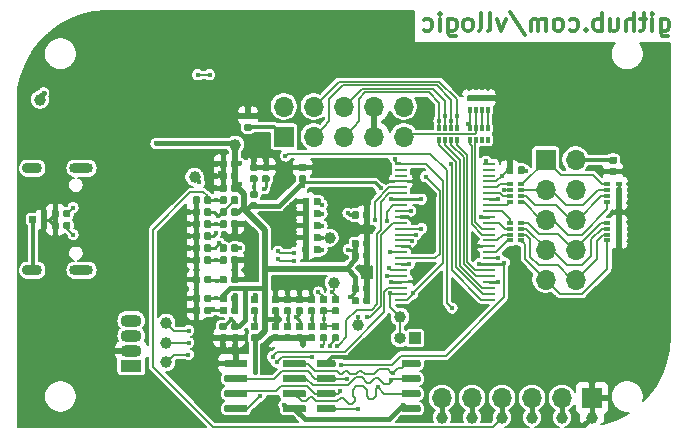
<source format=gbr>
G04 #@! TF.GenerationSoftware,KiCad,Pcbnew,(5.1.5)-3*
G04 #@! TF.CreationDate,2020-04-08T14:33:05+08:00*
G04 #@! TF.ProjectId,vllink_highspeed.r0,766c6c69-6e6b-45f6-9869-676873706565,rev?*
G04 #@! TF.SameCoordinates,Original*
G04 #@! TF.FileFunction,Copper,L2,Bot*
G04 #@! TF.FilePolarity,Positive*
%FSLAX46Y46*%
G04 Gerber Fmt 4.6, Leading zero omitted, Abs format (unit mm)*
G04 Created by KiCad (PCBNEW (5.1.5)-3) date 2020-04-08 14:33:05*
%MOMM*%
%LPD*%
G04 APERTURE LIST*
%ADD10C,0.300000*%
%ADD11C,0.101600*%
%ADD12O,1.700000X1.700000*%
%ADD13R,1.700000X1.700000*%
%ADD14R,0.320000X0.500000*%
%ADD15C,1.000000*%
%ADD16O,1.000000X1.000000*%
%ADD17R,1.000000X1.000000*%
%ADD18R,1.000000X0.285000*%
%ADD19R,0.500000X0.320000*%
%ADD20O,1.700000X0.900000*%
%ADD21O,2.000000X0.900000*%
%ADD22O,1.800000X1.070000*%
%ADD23R,1.800000X1.070000*%
%ADD24C,0.406400*%
%ADD25C,0.406400*%
%ADD26C,0.254000*%
%ADD27C,0.508000*%
%ADD28C,0.304800*%
%ADD29C,0.203200*%
%ADD30C,0.152400*%
G04 APERTURE END LIST*
D10*
X154839571Y-101024571D02*
X154839571Y-102238857D01*
X154911000Y-102381714D01*
X154982428Y-102453142D01*
X155125285Y-102524571D01*
X155339571Y-102524571D01*
X155482428Y-102453142D01*
X154839571Y-101953142D02*
X154982428Y-102024571D01*
X155268142Y-102024571D01*
X155411000Y-101953142D01*
X155482428Y-101881714D01*
X155553857Y-101738857D01*
X155553857Y-101310285D01*
X155482428Y-101167428D01*
X155411000Y-101096000D01*
X155268142Y-101024571D01*
X154982428Y-101024571D01*
X154839571Y-101096000D01*
X154125285Y-102024571D02*
X154125285Y-101024571D01*
X154125285Y-100524571D02*
X154196714Y-100596000D01*
X154125285Y-100667428D01*
X154053857Y-100596000D01*
X154125285Y-100524571D01*
X154125285Y-100667428D01*
X153625285Y-101024571D02*
X153053857Y-101024571D01*
X153411000Y-100524571D02*
X153411000Y-101810285D01*
X153339571Y-101953142D01*
X153196714Y-102024571D01*
X153053857Y-102024571D01*
X152553857Y-102024571D02*
X152553857Y-100524571D01*
X151911000Y-102024571D02*
X151911000Y-101238857D01*
X151982428Y-101096000D01*
X152125285Y-101024571D01*
X152339571Y-101024571D01*
X152482428Y-101096000D01*
X152553857Y-101167428D01*
X150553857Y-101024571D02*
X150553857Y-102024571D01*
X151196714Y-101024571D02*
X151196714Y-101810285D01*
X151125285Y-101953142D01*
X150982428Y-102024571D01*
X150768142Y-102024571D01*
X150625285Y-101953142D01*
X150553857Y-101881714D01*
X149839571Y-102024571D02*
X149839571Y-100524571D01*
X149839571Y-101096000D02*
X149696714Y-101024571D01*
X149411000Y-101024571D01*
X149268142Y-101096000D01*
X149196714Y-101167428D01*
X149125285Y-101310285D01*
X149125285Y-101738857D01*
X149196714Y-101881714D01*
X149268142Y-101953142D01*
X149411000Y-102024571D01*
X149696714Y-102024571D01*
X149839571Y-101953142D01*
X148482428Y-101881714D02*
X148411000Y-101953142D01*
X148482428Y-102024571D01*
X148553857Y-101953142D01*
X148482428Y-101881714D01*
X148482428Y-102024571D01*
X147125285Y-101953142D02*
X147268142Y-102024571D01*
X147553857Y-102024571D01*
X147696714Y-101953142D01*
X147768142Y-101881714D01*
X147839571Y-101738857D01*
X147839571Y-101310285D01*
X147768142Y-101167428D01*
X147696714Y-101096000D01*
X147553857Y-101024571D01*
X147268142Y-101024571D01*
X147125285Y-101096000D01*
X146268142Y-102024571D02*
X146411000Y-101953142D01*
X146482428Y-101881714D01*
X146553857Y-101738857D01*
X146553857Y-101310285D01*
X146482428Y-101167428D01*
X146411000Y-101096000D01*
X146268142Y-101024571D01*
X146053857Y-101024571D01*
X145911000Y-101096000D01*
X145839571Y-101167428D01*
X145768142Y-101310285D01*
X145768142Y-101738857D01*
X145839571Y-101881714D01*
X145911000Y-101953142D01*
X146053857Y-102024571D01*
X146268142Y-102024571D01*
X145125285Y-102024571D02*
X145125285Y-101024571D01*
X145125285Y-101167428D02*
X145053857Y-101096000D01*
X144911000Y-101024571D01*
X144696714Y-101024571D01*
X144553857Y-101096000D01*
X144482428Y-101238857D01*
X144482428Y-102024571D01*
X144482428Y-101238857D02*
X144411000Y-101096000D01*
X144268142Y-101024571D01*
X144053857Y-101024571D01*
X143911000Y-101096000D01*
X143839571Y-101238857D01*
X143839571Y-102024571D01*
X142053857Y-100453142D02*
X143339571Y-102381714D01*
X141696714Y-101024571D02*
X141339571Y-102024571D01*
X140982428Y-101024571D01*
X140196714Y-102024571D02*
X140339571Y-101953142D01*
X140411000Y-101810285D01*
X140411000Y-100524571D01*
X139411000Y-102024571D02*
X139553857Y-101953142D01*
X139625285Y-101810285D01*
X139625285Y-100524571D01*
X138625285Y-102024571D02*
X138768142Y-101953142D01*
X138839571Y-101881714D01*
X138911000Y-101738857D01*
X138911000Y-101310285D01*
X138839571Y-101167428D01*
X138768142Y-101096000D01*
X138625285Y-101024571D01*
X138411000Y-101024571D01*
X138268142Y-101096000D01*
X138196714Y-101167428D01*
X138125285Y-101310285D01*
X138125285Y-101738857D01*
X138196714Y-101881714D01*
X138268142Y-101953142D01*
X138411000Y-102024571D01*
X138625285Y-102024571D01*
X136839571Y-101024571D02*
X136839571Y-102238857D01*
X136911000Y-102381714D01*
X136982428Y-102453142D01*
X137125285Y-102524571D01*
X137339571Y-102524571D01*
X137482428Y-102453142D01*
X136839571Y-101953142D02*
X136982428Y-102024571D01*
X137268142Y-102024571D01*
X137411000Y-101953142D01*
X137482428Y-101881714D01*
X137553857Y-101738857D01*
X137553857Y-101310285D01*
X137482428Y-101167428D01*
X137411000Y-101096000D01*
X137268142Y-101024571D01*
X136982428Y-101024571D01*
X136839571Y-101096000D01*
X136125285Y-102024571D02*
X136125285Y-101024571D01*
X136125285Y-100524571D02*
X136196714Y-100596000D01*
X136125285Y-100667428D01*
X136053857Y-100596000D01*
X136125285Y-100524571D01*
X136125285Y-100667428D01*
X134768142Y-101953142D02*
X134911000Y-102024571D01*
X135196714Y-102024571D01*
X135339571Y-101953142D01*
X135411000Y-101881714D01*
X135482428Y-101738857D01*
X135482428Y-101310285D01*
X135411000Y-101167428D01*
X135339571Y-101096000D01*
X135196714Y-101024571D01*
X134911000Y-101024571D01*
X134768142Y-101096000D01*
G04 #@! TA.AperFunction,SMDPad,CuDef*
D11*
G36*
X150986758Y-113677910D02*
G01*
X151001076Y-113680034D01*
X151015117Y-113683551D01*
X151028746Y-113688428D01*
X151041831Y-113694617D01*
X151054247Y-113702058D01*
X151065873Y-113710681D01*
X151076598Y-113720402D01*
X151086319Y-113731127D01*
X151094942Y-113742753D01*
X151102383Y-113755169D01*
X151108572Y-113768254D01*
X151113449Y-113781883D01*
X151116966Y-113795924D01*
X151119090Y-113810242D01*
X151119800Y-113824700D01*
X151119800Y-114119700D01*
X151119090Y-114134158D01*
X151116966Y-114148476D01*
X151113449Y-114162517D01*
X151108572Y-114176146D01*
X151102383Y-114189231D01*
X151094942Y-114201647D01*
X151086319Y-114213273D01*
X151076598Y-114223998D01*
X151065873Y-114233719D01*
X151054247Y-114242342D01*
X151041831Y-114249783D01*
X151028746Y-114255972D01*
X151015117Y-114260849D01*
X151001076Y-114264366D01*
X150986758Y-114266490D01*
X150972300Y-114267200D01*
X150627300Y-114267200D01*
X150612842Y-114266490D01*
X150598524Y-114264366D01*
X150584483Y-114260849D01*
X150570854Y-114255972D01*
X150557769Y-114249783D01*
X150545353Y-114242342D01*
X150533727Y-114233719D01*
X150523002Y-114223998D01*
X150513281Y-114213273D01*
X150504658Y-114201647D01*
X150497217Y-114189231D01*
X150491028Y-114176146D01*
X150486151Y-114162517D01*
X150482634Y-114148476D01*
X150480510Y-114134158D01*
X150479800Y-114119700D01*
X150479800Y-113824700D01*
X150480510Y-113810242D01*
X150482634Y-113795924D01*
X150486151Y-113781883D01*
X150491028Y-113768254D01*
X150497217Y-113755169D01*
X150504658Y-113742753D01*
X150513281Y-113731127D01*
X150523002Y-113720402D01*
X150533727Y-113710681D01*
X150545353Y-113702058D01*
X150557769Y-113694617D01*
X150570854Y-113688428D01*
X150584483Y-113683551D01*
X150598524Y-113680034D01*
X150612842Y-113677910D01*
X150627300Y-113677200D01*
X150972300Y-113677200D01*
X150986758Y-113677910D01*
G37*
G04 #@! TD.AperFunction*
G04 #@! TA.AperFunction,SMDPad,CuDef*
G36*
X150986758Y-112707910D02*
G01*
X151001076Y-112710034D01*
X151015117Y-112713551D01*
X151028746Y-112718428D01*
X151041831Y-112724617D01*
X151054247Y-112732058D01*
X151065873Y-112740681D01*
X151076598Y-112750402D01*
X151086319Y-112761127D01*
X151094942Y-112772753D01*
X151102383Y-112785169D01*
X151108572Y-112798254D01*
X151113449Y-112811883D01*
X151116966Y-112825924D01*
X151119090Y-112840242D01*
X151119800Y-112854700D01*
X151119800Y-113149700D01*
X151119090Y-113164158D01*
X151116966Y-113178476D01*
X151113449Y-113192517D01*
X151108572Y-113206146D01*
X151102383Y-113219231D01*
X151094942Y-113231647D01*
X151086319Y-113243273D01*
X151076598Y-113253998D01*
X151065873Y-113263719D01*
X151054247Y-113272342D01*
X151041831Y-113279783D01*
X151028746Y-113285972D01*
X151015117Y-113290849D01*
X151001076Y-113294366D01*
X150986758Y-113296490D01*
X150972300Y-113297200D01*
X150627300Y-113297200D01*
X150612842Y-113296490D01*
X150598524Y-113294366D01*
X150584483Y-113290849D01*
X150570854Y-113285972D01*
X150557769Y-113279783D01*
X150545353Y-113272342D01*
X150533727Y-113263719D01*
X150523002Y-113253998D01*
X150513281Y-113243273D01*
X150504658Y-113231647D01*
X150497217Y-113219231D01*
X150491028Y-113206146D01*
X150486151Y-113192517D01*
X150482634Y-113178476D01*
X150480510Y-113164158D01*
X150479800Y-113149700D01*
X150479800Y-112854700D01*
X150480510Y-112840242D01*
X150482634Y-112825924D01*
X150486151Y-112811883D01*
X150491028Y-112798254D01*
X150497217Y-112785169D01*
X150504658Y-112772753D01*
X150513281Y-112761127D01*
X150523002Y-112750402D01*
X150533727Y-112740681D01*
X150545353Y-112732058D01*
X150557769Y-112724617D01*
X150570854Y-112718428D01*
X150584483Y-112713551D01*
X150598524Y-112710034D01*
X150612842Y-112707910D01*
X150627300Y-112707200D01*
X150972300Y-112707200D01*
X150986758Y-112707910D01*
G37*
G04 #@! TD.AperFunction*
G04 #@! TA.AperFunction,SMDPad,CuDef*
G36*
X143191758Y-113523510D02*
G01*
X143206076Y-113525634D01*
X143220117Y-113529151D01*
X143233746Y-113534028D01*
X143246831Y-113540217D01*
X143259247Y-113547658D01*
X143270873Y-113556281D01*
X143281598Y-113566002D01*
X143291319Y-113576727D01*
X143299942Y-113588353D01*
X143307383Y-113600769D01*
X143313572Y-113613854D01*
X143318449Y-113627483D01*
X143321966Y-113641524D01*
X143324090Y-113655842D01*
X143324800Y-113670300D01*
X143324800Y-114015300D01*
X143324090Y-114029758D01*
X143321966Y-114044076D01*
X143318449Y-114058117D01*
X143313572Y-114071746D01*
X143307383Y-114084831D01*
X143299942Y-114097247D01*
X143291319Y-114108873D01*
X143281598Y-114119598D01*
X143270873Y-114129319D01*
X143259247Y-114137942D01*
X143246831Y-114145383D01*
X143233746Y-114151572D01*
X143220117Y-114156449D01*
X143206076Y-114159966D01*
X143191758Y-114162090D01*
X143177300Y-114162800D01*
X142882300Y-114162800D01*
X142867842Y-114162090D01*
X142853524Y-114159966D01*
X142839483Y-114156449D01*
X142825854Y-114151572D01*
X142812769Y-114145383D01*
X142800353Y-114137942D01*
X142788727Y-114129319D01*
X142778002Y-114119598D01*
X142768281Y-114108873D01*
X142759658Y-114097247D01*
X142752217Y-114084831D01*
X142746028Y-114071746D01*
X142741151Y-114058117D01*
X142737634Y-114044076D01*
X142735510Y-114029758D01*
X142734800Y-114015300D01*
X142734800Y-113670300D01*
X142735510Y-113655842D01*
X142737634Y-113641524D01*
X142741151Y-113627483D01*
X142746028Y-113613854D01*
X142752217Y-113600769D01*
X142759658Y-113588353D01*
X142768281Y-113576727D01*
X142778002Y-113566002D01*
X142788727Y-113556281D01*
X142800353Y-113547658D01*
X142812769Y-113540217D01*
X142825854Y-113534028D01*
X142839483Y-113529151D01*
X142853524Y-113525634D01*
X142867842Y-113523510D01*
X142882300Y-113522800D01*
X143177300Y-113522800D01*
X143191758Y-113523510D01*
G37*
G04 #@! TD.AperFunction*
G04 #@! TA.AperFunction,SMDPad,CuDef*
G36*
X142221758Y-113523510D02*
G01*
X142236076Y-113525634D01*
X142250117Y-113529151D01*
X142263746Y-113534028D01*
X142276831Y-113540217D01*
X142289247Y-113547658D01*
X142300873Y-113556281D01*
X142311598Y-113566002D01*
X142321319Y-113576727D01*
X142329942Y-113588353D01*
X142337383Y-113600769D01*
X142343572Y-113613854D01*
X142348449Y-113627483D01*
X142351966Y-113641524D01*
X142354090Y-113655842D01*
X142354800Y-113670300D01*
X142354800Y-114015300D01*
X142354090Y-114029758D01*
X142351966Y-114044076D01*
X142348449Y-114058117D01*
X142343572Y-114071746D01*
X142337383Y-114084831D01*
X142329942Y-114097247D01*
X142321319Y-114108873D01*
X142311598Y-114119598D01*
X142300873Y-114129319D01*
X142289247Y-114137942D01*
X142276831Y-114145383D01*
X142263746Y-114151572D01*
X142250117Y-114156449D01*
X142236076Y-114159966D01*
X142221758Y-114162090D01*
X142207300Y-114162800D01*
X141912300Y-114162800D01*
X141897842Y-114162090D01*
X141883524Y-114159966D01*
X141869483Y-114156449D01*
X141855854Y-114151572D01*
X141842769Y-114145383D01*
X141830353Y-114137942D01*
X141818727Y-114129319D01*
X141808002Y-114119598D01*
X141798281Y-114108873D01*
X141789658Y-114097247D01*
X141782217Y-114084831D01*
X141776028Y-114071746D01*
X141771151Y-114058117D01*
X141767634Y-114044076D01*
X141765510Y-114029758D01*
X141764800Y-114015300D01*
X141764800Y-113670300D01*
X141765510Y-113655842D01*
X141767634Y-113641524D01*
X141771151Y-113627483D01*
X141776028Y-113613854D01*
X141782217Y-113600769D01*
X141789658Y-113588353D01*
X141798281Y-113576727D01*
X141808002Y-113566002D01*
X141818727Y-113556281D01*
X141830353Y-113547658D01*
X141842769Y-113540217D01*
X141855854Y-113534028D01*
X141869483Y-113529151D01*
X141883524Y-113525634D01*
X141897842Y-113523510D01*
X141912300Y-113522800D01*
X142207300Y-113522800D01*
X142221758Y-113523510D01*
G37*
G04 #@! TD.AperFunction*
G04 #@! TA.AperFunction,SMDPad,CuDef*
G36*
X120074958Y-108948710D02*
G01*
X120089276Y-108950834D01*
X120103317Y-108954351D01*
X120116946Y-108959228D01*
X120130031Y-108965417D01*
X120142447Y-108972858D01*
X120154073Y-108981481D01*
X120164798Y-108991202D01*
X120174519Y-109001927D01*
X120183142Y-109013553D01*
X120190583Y-109025969D01*
X120196772Y-109039054D01*
X120201649Y-109052683D01*
X120205166Y-109066724D01*
X120207290Y-109081042D01*
X120208000Y-109095500D01*
X120208000Y-109390500D01*
X120207290Y-109404958D01*
X120205166Y-109419276D01*
X120201649Y-109433317D01*
X120196772Y-109446946D01*
X120190583Y-109460031D01*
X120183142Y-109472447D01*
X120174519Y-109484073D01*
X120164798Y-109494798D01*
X120154073Y-109504519D01*
X120142447Y-109513142D01*
X120130031Y-109520583D01*
X120116946Y-109526772D01*
X120103317Y-109531649D01*
X120089276Y-109535166D01*
X120074958Y-109537290D01*
X120060500Y-109538000D01*
X119715500Y-109538000D01*
X119701042Y-109537290D01*
X119686724Y-109535166D01*
X119672683Y-109531649D01*
X119659054Y-109526772D01*
X119645969Y-109520583D01*
X119633553Y-109513142D01*
X119621927Y-109504519D01*
X119611202Y-109494798D01*
X119601481Y-109484073D01*
X119592858Y-109472447D01*
X119585417Y-109460031D01*
X119579228Y-109446946D01*
X119574351Y-109433317D01*
X119570834Y-109419276D01*
X119568710Y-109404958D01*
X119568000Y-109390500D01*
X119568000Y-109095500D01*
X119568710Y-109081042D01*
X119570834Y-109066724D01*
X119574351Y-109052683D01*
X119579228Y-109039054D01*
X119585417Y-109025969D01*
X119592858Y-109013553D01*
X119601481Y-109001927D01*
X119611202Y-108991202D01*
X119621927Y-108981481D01*
X119633553Y-108972858D01*
X119645969Y-108965417D01*
X119659054Y-108959228D01*
X119672683Y-108954351D01*
X119686724Y-108950834D01*
X119701042Y-108948710D01*
X119715500Y-108948000D01*
X120060500Y-108948000D01*
X120074958Y-108948710D01*
G37*
G04 #@! TD.AperFunction*
G04 #@! TA.AperFunction,SMDPad,CuDef*
G36*
X120074958Y-109918710D02*
G01*
X120089276Y-109920834D01*
X120103317Y-109924351D01*
X120116946Y-109929228D01*
X120130031Y-109935417D01*
X120142447Y-109942858D01*
X120154073Y-109951481D01*
X120164798Y-109961202D01*
X120174519Y-109971927D01*
X120183142Y-109983553D01*
X120190583Y-109995969D01*
X120196772Y-110009054D01*
X120201649Y-110022683D01*
X120205166Y-110036724D01*
X120207290Y-110051042D01*
X120208000Y-110065500D01*
X120208000Y-110360500D01*
X120207290Y-110374958D01*
X120205166Y-110389276D01*
X120201649Y-110403317D01*
X120196772Y-110416946D01*
X120190583Y-110430031D01*
X120183142Y-110442447D01*
X120174519Y-110454073D01*
X120164798Y-110464798D01*
X120154073Y-110474519D01*
X120142447Y-110483142D01*
X120130031Y-110490583D01*
X120116946Y-110496772D01*
X120103317Y-110501649D01*
X120089276Y-110505166D01*
X120074958Y-110507290D01*
X120060500Y-110508000D01*
X119715500Y-110508000D01*
X119701042Y-110507290D01*
X119686724Y-110505166D01*
X119672683Y-110501649D01*
X119659054Y-110496772D01*
X119645969Y-110490583D01*
X119633553Y-110483142D01*
X119621927Y-110474519D01*
X119611202Y-110464798D01*
X119601481Y-110454073D01*
X119592858Y-110442447D01*
X119585417Y-110430031D01*
X119579228Y-110416946D01*
X119574351Y-110403317D01*
X119570834Y-110389276D01*
X119568710Y-110374958D01*
X119568000Y-110360500D01*
X119568000Y-110065500D01*
X119568710Y-110051042D01*
X119570834Y-110036724D01*
X119574351Y-110022683D01*
X119579228Y-110009054D01*
X119585417Y-109995969D01*
X119592858Y-109983553D01*
X119601481Y-109971927D01*
X119611202Y-109961202D01*
X119621927Y-109951481D01*
X119633553Y-109942858D01*
X119645969Y-109935417D01*
X119659054Y-109929228D01*
X119672683Y-109924351D01*
X119686724Y-109920834D01*
X119701042Y-109918710D01*
X119715500Y-109918000D01*
X120060500Y-109918000D01*
X120074958Y-109918710D01*
G37*
G04 #@! TD.AperFunction*
D12*
X133080000Y-108460000D03*
X133080000Y-111000000D03*
X130540000Y-108460000D03*
X130540000Y-111000000D03*
X128000000Y-108460000D03*
X128000000Y-111000000D03*
X125460000Y-108460000D03*
X125460000Y-111000000D03*
X122920000Y-108460000D03*
D13*
X122920000Y-111000000D03*
D14*
X138683500Y-107755000D03*
X139183500Y-107755000D03*
X140183500Y-107755000D03*
X139683500Y-107755000D03*
X138683500Y-108755000D03*
X139683500Y-108755000D03*
X139183500Y-108755000D03*
X140183500Y-108755000D03*
D15*
X129210000Y-126924000D03*
X127178000Y-123368000D03*
X126797000Y-119558000D03*
X132766000Y-126289000D03*
X115367000Y-114427200D03*
X112954000Y-130099000D03*
X136322000Y-134798000D03*
X138862000Y-134798000D03*
X112954000Y-126797000D03*
X141402000Y-134798000D03*
X143942000Y-134798000D03*
X146482000Y-134798000D03*
X112954000Y-128448000D03*
X149022000Y-134798000D03*
X118796000Y-111684000D03*
X102286000Y-107874000D03*
D12*
X136322000Y-133147000D03*
X138862000Y-133147000D03*
X141402000Y-133147000D03*
X143942000Y-133147000D03*
X146482000Y-133147000D03*
D13*
X149022000Y-133147000D03*
G04 #@! TA.AperFunction,SMDPad,CuDef*
D11*
G36*
X125919958Y-116190710D02*
G01*
X125934276Y-116192834D01*
X125948317Y-116196351D01*
X125961946Y-116201228D01*
X125975031Y-116207417D01*
X125987447Y-116214858D01*
X125999073Y-116223481D01*
X126009798Y-116233202D01*
X126019519Y-116243927D01*
X126028142Y-116255553D01*
X126035583Y-116267969D01*
X126041772Y-116281054D01*
X126046649Y-116294683D01*
X126050166Y-116308724D01*
X126052290Y-116323042D01*
X126053000Y-116337500D01*
X126053000Y-116682500D01*
X126052290Y-116696958D01*
X126050166Y-116711276D01*
X126046649Y-116725317D01*
X126041772Y-116738946D01*
X126035583Y-116752031D01*
X126028142Y-116764447D01*
X126019519Y-116776073D01*
X126009798Y-116786798D01*
X125999073Y-116796519D01*
X125987447Y-116805142D01*
X125975031Y-116812583D01*
X125961946Y-116818772D01*
X125948317Y-116823649D01*
X125934276Y-116827166D01*
X125919958Y-116829290D01*
X125905500Y-116830000D01*
X125610500Y-116830000D01*
X125596042Y-116829290D01*
X125581724Y-116827166D01*
X125567683Y-116823649D01*
X125554054Y-116818772D01*
X125540969Y-116812583D01*
X125528553Y-116805142D01*
X125516927Y-116796519D01*
X125506202Y-116786798D01*
X125496481Y-116776073D01*
X125487858Y-116764447D01*
X125480417Y-116752031D01*
X125474228Y-116738946D01*
X125469351Y-116725317D01*
X125465834Y-116711276D01*
X125463710Y-116696958D01*
X125463000Y-116682500D01*
X125463000Y-116337500D01*
X125463710Y-116323042D01*
X125465834Y-116308724D01*
X125469351Y-116294683D01*
X125474228Y-116281054D01*
X125480417Y-116267969D01*
X125487858Y-116255553D01*
X125496481Y-116243927D01*
X125506202Y-116233202D01*
X125516927Y-116223481D01*
X125528553Y-116214858D01*
X125540969Y-116207417D01*
X125554054Y-116201228D01*
X125567683Y-116196351D01*
X125581724Y-116192834D01*
X125596042Y-116190710D01*
X125610500Y-116190000D01*
X125905500Y-116190000D01*
X125919958Y-116190710D01*
G37*
G04 #@! TD.AperFunction*
G04 #@! TA.AperFunction,SMDPad,CuDef*
G36*
X124949958Y-116190710D02*
G01*
X124964276Y-116192834D01*
X124978317Y-116196351D01*
X124991946Y-116201228D01*
X125005031Y-116207417D01*
X125017447Y-116214858D01*
X125029073Y-116223481D01*
X125039798Y-116233202D01*
X125049519Y-116243927D01*
X125058142Y-116255553D01*
X125065583Y-116267969D01*
X125071772Y-116281054D01*
X125076649Y-116294683D01*
X125080166Y-116308724D01*
X125082290Y-116323042D01*
X125083000Y-116337500D01*
X125083000Y-116682500D01*
X125082290Y-116696958D01*
X125080166Y-116711276D01*
X125076649Y-116725317D01*
X125071772Y-116738946D01*
X125065583Y-116752031D01*
X125058142Y-116764447D01*
X125049519Y-116776073D01*
X125039798Y-116786798D01*
X125029073Y-116796519D01*
X125017447Y-116805142D01*
X125005031Y-116812583D01*
X124991946Y-116818772D01*
X124978317Y-116823649D01*
X124964276Y-116827166D01*
X124949958Y-116829290D01*
X124935500Y-116830000D01*
X124640500Y-116830000D01*
X124626042Y-116829290D01*
X124611724Y-116827166D01*
X124597683Y-116823649D01*
X124584054Y-116818772D01*
X124570969Y-116812583D01*
X124558553Y-116805142D01*
X124546927Y-116796519D01*
X124536202Y-116786798D01*
X124526481Y-116776073D01*
X124517858Y-116764447D01*
X124510417Y-116752031D01*
X124504228Y-116738946D01*
X124499351Y-116725317D01*
X124495834Y-116711276D01*
X124493710Y-116696958D01*
X124493000Y-116682500D01*
X124493000Y-116337500D01*
X124493710Y-116323042D01*
X124495834Y-116308724D01*
X124499351Y-116294683D01*
X124504228Y-116281054D01*
X124510417Y-116267969D01*
X124517858Y-116255553D01*
X124526481Y-116243927D01*
X124536202Y-116233202D01*
X124546927Y-116223481D01*
X124558553Y-116214858D01*
X124570969Y-116207417D01*
X124584054Y-116201228D01*
X124597683Y-116196351D01*
X124611724Y-116192834D01*
X124626042Y-116190710D01*
X124640500Y-116190000D01*
X124935500Y-116190000D01*
X124949958Y-116190710D01*
G37*
G04 #@! TD.AperFunction*
G04 #@! TA.AperFunction,SMDPad,CuDef*
G36*
X125919958Y-117206710D02*
G01*
X125934276Y-117208834D01*
X125948317Y-117212351D01*
X125961946Y-117217228D01*
X125975031Y-117223417D01*
X125987447Y-117230858D01*
X125999073Y-117239481D01*
X126009798Y-117249202D01*
X126019519Y-117259927D01*
X126028142Y-117271553D01*
X126035583Y-117283969D01*
X126041772Y-117297054D01*
X126046649Y-117310683D01*
X126050166Y-117324724D01*
X126052290Y-117339042D01*
X126053000Y-117353500D01*
X126053000Y-117698500D01*
X126052290Y-117712958D01*
X126050166Y-117727276D01*
X126046649Y-117741317D01*
X126041772Y-117754946D01*
X126035583Y-117768031D01*
X126028142Y-117780447D01*
X126019519Y-117792073D01*
X126009798Y-117802798D01*
X125999073Y-117812519D01*
X125987447Y-117821142D01*
X125975031Y-117828583D01*
X125961946Y-117834772D01*
X125948317Y-117839649D01*
X125934276Y-117843166D01*
X125919958Y-117845290D01*
X125905500Y-117846000D01*
X125610500Y-117846000D01*
X125596042Y-117845290D01*
X125581724Y-117843166D01*
X125567683Y-117839649D01*
X125554054Y-117834772D01*
X125540969Y-117828583D01*
X125528553Y-117821142D01*
X125516927Y-117812519D01*
X125506202Y-117802798D01*
X125496481Y-117792073D01*
X125487858Y-117780447D01*
X125480417Y-117768031D01*
X125474228Y-117754946D01*
X125469351Y-117741317D01*
X125465834Y-117727276D01*
X125463710Y-117712958D01*
X125463000Y-117698500D01*
X125463000Y-117353500D01*
X125463710Y-117339042D01*
X125465834Y-117324724D01*
X125469351Y-117310683D01*
X125474228Y-117297054D01*
X125480417Y-117283969D01*
X125487858Y-117271553D01*
X125496481Y-117259927D01*
X125506202Y-117249202D01*
X125516927Y-117239481D01*
X125528553Y-117230858D01*
X125540969Y-117223417D01*
X125554054Y-117217228D01*
X125567683Y-117212351D01*
X125581724Y-117208834D01*
X125596042Y-117206710D01*
X125610500Y-117206000D01*
X125905500Y-117206000D01*
X125919958Y-117206710D01*
G37*
G04 #@! TD.AperFunction*
G04 #@! TA.AperFunction,SMDPad,CuDef*
G36*
X124949958Y-117206710D02*
G01*
X124964276Y-117208834D01*
X124978317Y-117212351D01*
X124991946Y-117217228D01*
X125005031Y-117223417D01*
X125017447Y-117230858D01*
X125029073Y-117239481D01*
X125039798Y-117249202D01*
X125049519Y-117259927D01*
X125058142Y-117271553D01*
X125065583Y-117283969D01*
X125071772Y-117297054D01*
X125076649Y-117310683D01*
X125080166Y-117324724D01*
X125082290Y-117339042D01*
X125083000Y-117353500D01*
X125083000Y-117698500D01*
X125082290Y-117712958D01*
X125080166Y-117727276D01*
X125076649Y-117741317D01*
X125071772Y-117754946D01*
X125065583Y-117768031D01*
X125058142Y-117780447D01*
X125049519Y-117792073D01*
X125039798Y-117802798D01*
X125029073Y-117812519D01*
X125017447Y-117821142D01*
X125005031Y-117828583D01*
X124991946Y-117834772D01*
X124978317Y-117839649D01*
X124964276Y-117843166D01*
X124949958Y-117845290D01*
X124935500Y-117846000D01*
X124640500Y-117846000D01*
X124626042Y-117845290D01*
X124611724Y-117843166D01*
X124597683Y-117839649D01*
X124584054Y-117834772D01*
X124570969Y-117828583D01*
X124558553Y-117821142D01*
X124546927Y-117812519D01*
X124536202Y-117802798D01*
X124526481Y-117792073D01*
X124517858Y-117780447D01*
X124510417Y-117768031D01*
X124504228Y-117754946D01*
X124499351Y-117741317D01*
X124495834Y-117727276D01*
X124493710Y-117712958D01*
X124493000Y-117698500D01*
X124493000Y-117353500D01*
X124493710Y-117339042D01*
X124495834Y-117324724D01*
X124499351Y-117310683D01*
X124504228Y-117297054D01*
X124510417Y-117283969D01*
X124517858Y-117271553D01*
X124526481Y-117259927D01*
X124536202Y-117249202D01*
X124546927Y-117239481D01*
X124558553Y-117230858D01*
X124570969Y-117223417D01*
X124584054Y-117217228D01*
X124597683Y-117212351D01*
X124611724Y-117208834D01*
X124626042Y-117206710D01*
X124640500Y-117206000D01*
X124935500Y-117206000D01*
X124949958Y-117206710D01*
G37*
G04 #@! TD.AperFunction*
G04 #@! TA.AperFunction,SMDPad,CuDef*
G36*
X125919958Y-118222710D02*
G01*
X125934276Y-118224834D01*
X125948317Y-118228351D01*
X125961946Y-118233228D01*
X125975031Y-118239417D01*
X125987447Y-118246858D01*
X125999073Y-118255481D01*
X126009798Y-118265202D01*
X126019519Y-118275927D01*
X126028142Y-118287553D01*
X126035583Y-118299969D01*
X126041772Y-118313054D01*
X126046649Y-118326683D01*
X126050166Y-118340724D01*
X126052290Y-118355042D01*
X126053000Y-118369500D01*
X126053000Y-118714500D01*
X126052290Y-118728958D01*
X126050166Y-118743276D01*
X126046649Y-118757317D01*
X126041772Y-118770946D01*
X126035583Y-118784031D01*
X126028142Y-118796447D01*
X126019519Y-118808073D01*
X126009798Y-118818798D01*
X125999073Y-118828519D01*
X125987447Y-118837142D01*
X125975031Y-118844583D01*
X125961946Y-118850772D01*
X125948317Y-118855649D01*
X125934276Y-118859166D01*
X125919958Y-118861290D01*
X125905500Y-118862000D01*
X125610500Y-118862000D01*
X125596042Y-118861290D01*
X125581724Y-118859166D01*
X125567683Y-118855649D01*
X125554054Y-118850772D01*
X125540969Y-118844583D01*
X125528553Y-118837142D01*
X125516927Y-118828519D01*
X125506202Y-118818798D01*
X125496481Y-118808073D01*
X125487858Y-118796447D01*
X125480417Y-118784031D01*
X125474228Y-118770946D01*
X125469351Y-118757317D01*
X125465834Y-118743276D01*
X125463710Y-118728958D01*
X125463000Y-118714500D01*
X125463000Y-118369500D01*
X125463710Y-118355042D01*
X125465834Y-118340724D01*
X125469351Y-118326683D01*
X125474228Y-118313054D01*
X125480417Y-118299969D01*
X125487858Y-118287553D01*
X125496481Y-118275927D01*
X125506202Y-118265202D01*
X125516927Y-118255481D01*
X125528553Y-118246858D01*
X125540969Y-118239417D01*
X125554054Y-118233228D01*
X125567683Y-118228351D01*
X125581724Y-118224834D01*
X125596042Y-118222710D01*
X125610500Y-118222000D01*
X125905500Y-118222000D01*
X125919958Y-118222710D01*
G37*
G04 #@! TD.AperFunction*
G04 #@! TA.AperFunction,SMDPad,CuDef*
G36*
X124949958Y-118222710D02*
G01*
X124964276Y-118224834D01*
X124978317Y-118228351D01*
X124991946Y-118233228D01*
X125005031Y-118239417D01*
X125017447Y-118246858D01*
X125029073Y-118255481D01*
X125039798Y-118265202D01*
X125049519Y-118275927D01*
X125058142Y-118287553D01*
X125065583Y-118299969D01*
X125071772Y-118313054D01*
X125076649Y-118326683D01*
X125080166Y-118340724D01*
X125082290Y-118355042D01*
X125083000Y-118369500D01*
X125083000Y-118714500D01*
X125082290Y-118728958D01*
X125080166Y-118743276D01*
X125076649Y-118757317D01*
X125071772Y-118770946D01*
X125065583Y-118784031D01*
X125058142Y-118796447D01*
X125049519Y-118808073D01*
X125039798Y-118818798D01*
X125029073Y-118828519D01*
X125017447Y-118837142D01*
X125005031Y-118844583D01*
X124991946Y-118850772D01*
X124978317Y-118855649D01*
X124964276Y-118859166D01*
X124949958Y-118861290D01*
X124935500Y-118862000D01*
X124640500Y-118862000D01*
X124626042Y-118861290D01*
X124611724Y-118859166D01*
X124597683Y-118855649D01*
X124584054Y-118850772D01*
X124570969Y-118844583D01*
X124558553Y-118837142D01*
X124546927Y-118828519D01*
X124536202Y-118818798D01*
X124526481Y-118808073D01*
X124517858Y-118796447D01*
X124510417Y-118784031D01*
X124504228Y-118770946D01*
X124499351Y-118757317D01*
X124495834Y-118743276D01*
X124493710Y-118728958D01*
X124493000Y-118714500D01*
X124493000Y-118369500D01*
X124493710Y-118355042D01*
X124495834Y-118340724D01*
X124499351Y-118326683D01*
X124504228Y-118313054D01*
X124510417Y-118299969D01*
X124517858Y-118287553D01*
X124526481Y-118275927D01*
X124536202Y-118265202D01*
X124546927Y-118255481D01*
X124558553Y-118246858D01*
X124570969Y-118239417D01*
X124584054Y-118233228D01*
X124597683Y-118228351D01*
X124611724Y-118224834D01*
X124626042Y-118222710D01*
X124640500Y-118222000D01*
X124935500Y-118222000D01*
X124949958Y-118222710D01*
G37*
G04 #@! TD.AperFunction*
G04 #@! TA.AperFunction,SMDPad,CuDef*
G36*
X125919958Y-119238710D02*
G01*
X125934276Y-119240834D01*
X125948317Y-119244351D01*
X125961946Y-119249228D01*
X125975031Y-119255417D01*
X125987447Y-119262858D01*
X125999073Y-119271481D01*
X126009798Y-119281202D01*
X126019519Y-119291927D01*
X126028142Y-119303553D01*
X126035583Y-119315969D01*
X126041772Y-119329054D01*
X126046649Y-119342683D01*
X126050166Y-119356724D01*
X126052290Y-119371042D01*
X126053000Y-119385500D01*
X126053000Y-119730500D01*
X126052290Y-119744958D01*
X126050166Y-119759276D01*
X126046649Y-119773317D01*
X126041772Y-119786946D01*
X126035583Y-119800031D01*
X126028142Y-119812447D01*
X126019519Y-119824073D01*
X126009798Y-119834798D01*
X125999073Y-119844519D01*
X125987447Y-119853142D01*
X125975031Y-119860583D01*
X125961946Y-119866772D01*
X125948317Y-119871649D01*
X125934276Y-119875166D01*
X125919958Y-119877290D01*
X125905500Y-119878000D01*
X125610500Y-119878000D01*
X125596042Y-119877290D01*
X125581724Y-119875166D01*
X125567683Y-119871649D01*
X125554054Y-119866772D01*
X125540969Y-119860583D01*
X125528553Y-119853142D01*
X125516927Y-119844519D01*
X125506202Y-119834798D01*
X125496481Y-119824073D01*
X125487858Y-119812447D01*
X125480417Y-119800031D01*
X125474228Y-119786946D01*
X125469351Y-119773317D01*
X125465834Y-119759276D01*
X125463710Y-119744958D01*
X125463000Y-119730500D01*
X125463000Y-119385500D01*
X125463710Y-119371042D01*
X125465834Y-119356724D01*
X125469351Y-119342683D01*
X125474228Y-119329054D01*
X125480417Y-119315969D01*
X125487858Y-119303553D01*
X125496481Y-119291927D01*
X125506202Y-119281202D01*
X125516927Y-119271481D01*
X125528553Y-119262858D01*
X125540969Y-119255417D01*
X125554054Y-119249228D01*
X125567683Y-119244351D01*
X125581724Y-119240834D01*
X125596042Y-119238710D01*
X125610500Y-119238000D01*
X125905500Y-119238000D01*
X125919958Y-119238710D01*
G37*
G04 #@! TD.AperFunction*
G04 #@! TA.AperFunction,SMDPad,CuDef*
G36*
X124949958Y-119238710D02*
G01*
X124964276Y-119240834D01*
X124978317Y-119244351D01*
X124991946Y-119249228D01*
X125005031Y-119255417D01*
X125017447Y-119262858D01*
X125029073Y-119271481D01*
X125039798Y-119281202D01*
X125049519Y-119291927D01*
X125058142Y-119303553D01*
X125065583Y-119315969D01*
X125071772Y-119329054D01*
X125076649Y-119342683D01*
X125080166Y-119356724D01*
X125082290Y-119371042D01*
X125083000Y-119385500D01*
X125083000Y-119730500D01*
X125082290Y-119744958D01*
X125080166Y-119759276D01*
X125076649Y-119773317D01*
X125071772Y-119786946D01*
X125065583Y-119800031D01*
X125058142Y-119812447D01*
X125049519Y-119824073D01*
X125039798Y-119834798D01*
X125029073Y-119844519D01*
X125017447Y-119853142D01*
X125005031Y-119860583D01*
X124991946Y-119866772D01*
X124978317Y-119871649D01*
X124964276Y-119875166D01*
X124949958Y-119877290D01*
X124935500Y-119878000D01*
X124640500Y-119878000D01*
X124626042Y-119877290D01*
X124611724Y-119875166D01*
X124597683Y-119871649D01*
X124584054Y-119866772D01*
X124570969Y-119860583D01*
X124558553Y-119853142D01*
X124546927Y-119844519D01*
X124536202Y-119834798D01*
X124526481Y-119824073D01*
X124517858Y-119812447D01*
X124510417Y-119800031D01*
X124504228Y-119786946D01*
X124499351Y-119773317D01*
X124495834Y-119759276D01*
X124493710Y-119744958D01*
X124493000Y-119730500D01*
X124493000Y-119385500D01*
X124493710Y-119371042D01*
X124495834Y-119356724D01*
X124499351Y-119342683D01*
X124504228Y-119329054D01*
X124510417Y-119315969D01*
X124517858Y-119303553D01*
X124526481Y-119291927D01*
X124536202Y-119281202D01*
X124546927Y-119271481D01*
X124558553Y-119262858D01*
X124570969Y-119255417D01*
X124584054Y-119249228D01*
X124597683Y-119244351D01*
X124611724Y-119240834D01*
X124626042Y-119238710D01*
X124640500Y-119238000D01*
X124935500Y-119238000D01*
X124949958Y-119238710D01*
G37*
G04 #@! TD.AperFunction*
G04 #@! TA.AperFunction,SMDPad,CuDef*
G36*
X125919958Y-120254710D02*
G01*
X125934276Y-120256834D01*
X125948317Y-120260351D01*
X125961946Y-120265228D01*
X125975031Y-120271417D01*
X125987447Y-120278858D01*
X125999073Y-120287481D01*
X126009798Y-120297202D01*
X126019519Y-120307927D01*
X126028142Y-120319553D01*
X126035583Y-120331969D01*
X126041772Y-120345054D01*
X126046649Y-120358683D01*
X126050166Y-120372724D01*
X126052290Y-120387042D01*
X126053000Y-120401500D01*
X126053000Y-120746500D01*
X126052290Y-120760958D01*
X126050166Y-120775276D01*
X126046649Y-120789317D01*
X126041772Y-120802946D01*
X126035583Y-120816031D01*
X126028142Y-120828447D01*
X126019519Y-120840073D01*
X126009798Y-120850798D01*
X125999073Y-120860519D01*
X125987447Y-120869142D01*
X125975031Y-120876583D01*
X125961946Y-120882772D01*
X125948317Y-120887649D01*
X125934276Y-120891166D01*
X125919958Y-120893290D01*
X125905500Y-120894000D01*
X125610500Y-120894000D01*
X125596042Y-120893290D01*
X125581724Y-120891166D01*
X125567683Y-120887649D01*
X125554054Y-120882772D01*
X125540969Y-120876583D01*
X125528553Y-120869142D01*
X125516927Y-120860519D01*
X125506202Y-120850798D01*
X125496481Y-120840073D01*
X125487858Y-120828447D01*
X125480417Y-120816031D01*
X125474228Y-120802946D01*
X125469351Y-120789317D01*
X125465834Y-120775276D01*
X125463710Y-120760958D01*
X125463000Y-120746500D01*
X125463000Y-120401500D01*
X125463710Y-120387042D01*
X125465834Y-120372724D01*
X125469351Y-120358683D01*
X125474228Y-120345054D01*
X125480417Y-120331969D01*
X125487858Y-120319553D01*
X125496481Y-120307927D01*
X125506202Y-120297202D01*
X125516927Y-120287481D01*
X125528553Y-120278858D01*
X125540969Y-120271417D01*
X125554054Y-120265228D01*
X125567683Y-120260351D01*
X125581724Y-120256834D01*
X125596042Y-120254710D01*
X125610500Y-120254000D01*
X125905500Y-120254000D01*
X125919958Y-120254710D01*
G37*
G04 #@! TD.AperFunction*
G04 #@! TA.AperFunction,SMDPad,CuDef*
G36*
X124949958Y-120254710D02*
G01*
X124964276Y-120256834D01*
X124978317Y-120260351D01*
X124991946Y-120265228D01*
X125005031Y-120271417D01*
X125017447Y-120278858D01*
X125029073Y-120287481D01*
X125039798Y-120297202D01*
X125049519Y-120307927D01*
X125058142Y-120319553D01*
X125065583Y-120331969D01*
X125071772Y-120345054D01*
X125076649Y-120358683D01*
X125080166Y-120372724D01*
X125082290Y-120387042D01*
X125083000Y-120401500D01*
X125083000Y-120746500D01*
X125082290Y-120760958D01*
X125080166Y-120775276D01*
X125076649Y-120789317D01*
X125071772Y-120802946D01*
X125065583Y-120816031D01*
X125058142Y-120828447D01*
X125049519Y-120840073D01*
X125039798Y-120850798D01*
X125029073Y-120860519D01*
X125017447Y-120869142D01*
X125005031Y-120876583D01*
X124991946Y-120882772D01*
X124978317Y-120887649D01*
X124964276Y-120891166D01*
X124949958Y-120893290D01*
X124935500Y-120894000D01*
X124640500Y-120894000D01*
X124626042Y-120893290D01*
X124611724Y-120891166D01*
X124597683Y-120887649D01*
X124584054Y-120882772D01*
X124570969Y-120876583D01*
X124558553Y-120869142D01*
X124546927Y-120860519D01*
X124536202Y-120850798D01*
X124526481Y-120840073D01*
X124517858Y-120828447D01*
X124510417Y-120816031D01*
X124504228Y-120802946D01*
X124499351Y-120789317D01*
X124495834Y-120775276D01*
X124493710Y-120760958D01*
X124493000Y-120746500D01*
X124493000Y-120401500D01*
X124493710Y-120387042D01*
X124495834Y-120372724D01*
X124499351Y-120358683D01*
X124504228Y-120345054D01*
X124510417Y-120331969D01*
X124517858Y-120319553D01*
X124526481Y-120307927D01*
X124536202Y-120297202D01*
X124546927Y-120287481D01*
X124558553Y-120278858D01*
X124570969Y-120271417D01*
X124584054Y-120265228D01*
X124597683Y-120260351D01*
X124611724Y-120256834D01*
X124626042Y-120254710D01*
X124640500Y-120254000D01*
X124935500Y-120254000D01*
X124949958Y-120254710D01*
G37*
G04 #@! TD.AperFunction*
G04 #@! TA.AperFunction,SMDPad,CuDef*
G36*
X124443958Y-124493710D02*
G01*
X124458276Y-124495834D01*
X124472317Y-124499351D01*
X124485946Y-124504228D01*
X124499031Y-124510417D01*
X124511447Y-124517858D01*
X124523073Y-124526481D01*
X124533798Y-124536202D01*
X124543519Y-124546927D01*
X124552142Y-124558553D01*
X124559583Y-124570969D01*
X124565772Y-124584054D01*
X124570649Y-124597683D01*
X124574166Y-124611724D01*
X124576290Y-124626042D01*
X124577000Y-124640500D01*
X124577000Y-124935500D01*
X124576290Y-124949958D01*
X124574166Y-124964276D01*
X124570649Y-124978317D01*
X124565772Y-124991946D01*
X124559583Y-125005031D01*
X124552142Y-125017447D01*
X124543519Y-125029073D01*
X124533798Y-125039798D01*
X124523073Y-125049519D01*
X124511447Y-125058142D01*
X124499031Y-125065583D01*
X124485946Y-125071772D01*
X124472317Y-125076649D01*
X124458276Y-125080166D01*
X124443958Y-125082290D01*
X124429500Y-125083000D01*
X124084500Y-125083000D01*
X124070042Y-125082290D01*
X124055724Y-125080166D01*
X124041683Y-125076649D01*
X124028054Y-125071772D01*
X124014969Y-125065583D01*
X124002553Y-125058142D01*
X123990927Y-125049519D01*
X123980202Y-125039798D01*
X123970481Y-125029073D01*
X123961858Y-125017447D01*
X123954417Y-125005031D01*
X123948228Y-124991946D01*
X123943351Y-124978317D01*
X123939834Y-124964276D01*
X123937710Y-124949958D01*
X123937000Y-124935500D01*
X123937000Y-124640500D01*
X123937710Y-124626042D01*
X123939834Y-124611724D01*
X123943351Y-124597683D01*
X123948228Y-124584054D01*
X123954417Y-124570969D01*
X123961858Y-124558553D01*
X123970481Y-124546927D01*
X123980202Y-124536202D01*
X123990927Y-124526481D01*
X124002553Y-124517858D01*
X124014969Y-124510417D01*
X124028054Y-124504228D01*
X124041683Y-124499351D01*
X124055724Y-124495834D01*
X124070042Y-124493710D01*
X124084500Y-124493000D01*
X124429500Y-124493000D01*
X124443958Y-124493710D01*
G37*
G04 #@! TD.AperFunction*
G04 #@! TA.AperFunction,SMDPad,CuDef*
G36*
X124443958Y-125463710D02*
G01*
X124458276Y-125465834D01*
X124472317Y-125469351D01*
X124485946Y-125474228D01*
X124499031Y-125480417D01*
X124511447Y-125487858D01*
X124523073Y-125496481D01*
X124533798Y-125506202D01*
X124543519Y-125516927D01*
X124552142Y-125528553D01*
X124559583Y-125540969D01*
X124565772Y-125554054D01*
X124570649Y-125567683D01*
X124574166Y-125581724D01*
X124576290Y-125596042D01*
X124577000Y-125610500D01*
X124577000Y-125905500D01*
X124576290Y-125919958D01*
X124574166Y-125934276D01*
X124570649Y-125948317D01*
X124565772Y-125961946D01*
X124559583Y-125975031D01*
X124552142Y-125987447D01*
X124543519Y-125999073D01*
X124533798Y-126009798D01*
X124523073Y-126019519D01*
X124511447Y-126028142D01*
X124499031Y-126035583D01*
X124485946Y-126041772D01*
X124472317Y-126046649D01*
X124458276Y-126050166D01*
X124443958Y-126052290D01*
X124429500Y-126053000D01*
X124084500Y-126053000D01*
X124070042Y-126052290D01*
X124055724Y-126050166D01*
X124041683Y-126046649D01*
X124028054Y-126041772D01*
X124014969Y-126035583D01*
X124002553Y-126028142D01*
X123990927Y-126019519D01*
X123980202Y-126009798D01*
X123970481Y-125999073D01*
X123961858Y-125987447D01*
X123954417Y-125975031D01*
X123948228Y-125961946D01*
X123943351Y-125948317D01*
X123939834Y-125934276D01*
X123937710Y-125919958D01*
X123937000Y-125905500D01*
X123937000Y-125610500D01*
X123937710Y-125596042D01*
X123939834Y-125581724D01*
X123943351Y-125567683D01*
X123948228Y-125554054D01*
X123954417Y-125540969D01*
X123961858Y-125528553D01*
X123970481Y-125516927D01*
X123980202Y-125506202D01*
X123990927Y-125496481D01*
X124002553Y-125487858D01*
X124014969Y-125480417D01*
X124028054Y-125474228D01*
X124041683Y-125469351D01*
X124055724Y-125465834D01*
X124070042Y-125463710D01*
X124084500Y-125463000D01*
X124429500Y-125463000D01*
X124443958Y-125463710D01*
G37*
G04 #@! TD.AperFunction*
G04 #@! TA.AperFunction,SMDPad,CuDef*
G36*
X118934958Y-118095710D02*
G01*
X118949276Y-118097834D01*
X118963317Y-118101351D01*
X118976946Y-118106228D01*
X118990031Y-118112417D01*
X119002447Y-118119858D01*
X119014073Y-118128481D01*
X119024798Y-118138202D01*
X119034519Y-118148927D01*
X119043142Y-118160553D01*
X119050583Y-118172969D01*
X119056772Y-118186054D01*
X119061649Y-118199683D01*
X119065166Y-118213724D01*
X119067290Y-118228042D01*
X119068000Y-118242500D01*
X119068000Y-118587500D01*
X119067290Y-118601958D01*
X119065166Y-118616276D01*
X119061649Y-118630317D01*
X119056772Y-118643946D01*
X119050583Y-118657031D01*
X119043142Y-118669447D01*
X119034519Y-118681073D01*
X119024798Y-118691798D01*
X119014073Y-118701519D01*
X119002447Y-118710142D01*
X118990031Y-118717583D01*
X118976946Y-118723772D01*
X118963317Y-118728649D01*
X118949276Y-118732166D01*
X118934958Y-118734290D01*
X118920500Y-118735000D01*
X118625500Y-118735000D01*
X118611042Y-118734290D01*
X118596724Y-118732166D01*
X118582683Y-118728649D01*
X118569054Y-118723772D01*
X118555969Y-118717583D01*
X118543553Y-118710142D01*
X118531927Y-118701519D01*
X118521202Y-118691798D01*
X118511481Y-118681073D01*
X118502858Y-118669447D01*
X118495417Y-118657031D01*
X118489228Y-118643946D01*
X118484351Y-118630317D01*
X118480834Y-118616276D01*
X118478710Y-118601958D01*
X118478000Y-118587500D01*
X118478000Y-118242500D01*
X118478710Y-118228042D01*
X118480834Y-118213724D01*
X118484351Y-118199683D01*
X118489228Y-118186054D01*
X118495417Y-118172969D01*
X118502858Y-118160553D01*
X118511481Y-118148927D01*
X118521202Y-118138202D01*
X118531927Y-118128481D01*
X118543553Y-118119858D01*
X118555969Y-118112417D01*
X118569054Y-118106228D01*
X118582683Y-118101351D01*
X118596724Y-118097834D01*
X118611042Y-118095710D01*
X118625500Y-118095000D01*
X118920500Y-118095000D01*
X118934958Y-118095710D01*
G37*
G04 #@! TD.AperFunction*
G04 #@! TA.AperFunction,SMDPad,CuDef*
G36*
X117964958Y-118095710D02*
G01*
X117979276Y-118097834D01*
X117993317Y-118101351D01*
X118006946Y-118106228D01*
X118020031Y-118112417D01*
X118032447Y-118119858D01*
X118044073Y-118128481D01*
X118054798Y-118138202D01*
X118064519Y-118148927D01*
X118073142Y-118160553D01*
X118080583Y-118172969D01*
X118086772Y-118186054D01*
X118091649Y-118199683D01*
X118095166Y-118213724D01*
X118097290Y-118228042D01*
X118098000Y-118242500D01*
X118098000Y-118587500D01*
X118097290Y-118601958D01*
X118095166Y-118616276D01*
X118091649Y-118630317D01*
X118086772Y-118643946D01*
X118080583Y-118657031D01*
X118073142Y-118669447D01*
X118064519Y-118681073D01*
X118054798Y-118691798D01*
X118044073Y-118701519D01*
X118032447Y-118710142D01*
X118020031Y-118717583D01*
X118006946Y-118723772D01*
X117993317Y-118728649D01*
X117979276Y-118732166D01*
X117964958Y-118734290D01*
X117950500Y-118735000D01*
X117655500Y-118735000D01*
X117641042Y-118734290D01*
X117626724Y-118732166D01*
X117612683Y-118728649D01*
X117599054Y-118723772D01*
X117585969Y-118717583D01*
X117573553Y-118710142D01*
X117561927Y-118701519D01*
X117551202Y-118691798D01*
X117541481Y-118681073D01*
X117532858Y-118669447D01*
X117525417Y-118657031D01*
X117519228Y-118643946D01*
X117514351Y-118630317D01*
X117510834Y-118616276D01*
X117508710Y-118601958D01*
X117508000Y-118587500D01*
X117508000Y-118242500D01*
X117508710Y-118228042D01*
X117510834Y-118213724D01*
X117514351Y-118199683D01*
X117519228Y-118186054D01*
X117525417Y-118172969D01*
X117532858Y-118160553D01*
X117541481Y-118148927D01*
X117551202Y-118138202D01*
X117561927Y-118128481D01*
X117573553Y-118119858D01*
X117585969Y-118112417D01*
X117599054Y-118106228D01*
X117612683Y-118101351D01*
X117626724Y-118097834D01*
X117641042Y-118095710D01*
X117655500Y-118095000D01*
X117950500Y-118095000D01*
X117964958Y-118095710D01*
G37*
G04 #@! TD.AperFunction*
G04 #@! TA.AperFunction,SMDPad,CuDef*
G36*
X120633958Y-126779710D02*
G01*
X120648276Y-126781834D01*
X120662317Y-126785351D01*
X120675946Y-126790228D01*
X120689031Y-126796417D01*
X120701447Y-126803858D01*
X120713073Y-126812481D01*
X120723798Y-126822202D01*
X120733519Y-126832927D01*
X120742142Y-126844553D01*
X120749583Y-126856969D01*
X120755772Y-126870054D01*
X120760649Y-126883683D01*
X120764166Y-126897724D01*
X120766290Y-126912042D01*
X120767000Y-126926500D01*
X120767000Y-127221500D01*
X120766290Y-127235958D01*
X120764166Y-127250276D01*
X120760649Y-127264317D01*
X120755772Y-127277946D01*
X120749583Y-127291031D01*
X120742142Y-127303447D01*
X120733519Y-127315073D01*
X120723798Y-127325798D01*
X120713073Y-127335519D01*
X120701447Y-127344142D01*
X120689031Y-127351583D01*
X120675946Y-127357772D01*
X120662317Y-127362649D01*
X120648276Y-127366166D01*
X120633958Y-127368290D01*
X120619500Y-127369000D01*
X120274500Y-127369000D01*
X120260042Y-127368290D01*
X120245724Y-127366166D01*
X120231683Y-127362649D01*
X120218054Y-127357772D01*
X120204969Y-127351583D01*
X120192553Y-127344142D01*
X120180927Y-127335519D01*
X120170202Y-127325798D01*
X120160481Y-127315073D01*
X120151858Y-127303447D01*
X120144417Y-127291031D01*
X120138228Y-127277946D01*
X120133351Y-127264317D01*
X120129834Y-127250276D01*
X120127710Y-127235958D01*
X120127000Y-127221500D01*
X120127000Y-126926500D01*
X120127710Y-126912042D01*
X120129834Y-126897724D01*
X120133351Y-126883683D01*
X120138228Y-126870054D01*
X120144417Y-126856969D01*
X120151858Y-126844553D01*
X120160481Y-126832927D01*
X120170202Y-126822202D01*
X120180927Y-126812481D01*
X120192553Y-126803858D01*
X120204969Y-126796417D01*
X120218054Y-126790228D01*
X120231683Y-126785351D01*
X120245724Y-126781834D01*
X120260042Y-126779710D01*
X120274500Y-126779000D01*
X120619500Y-126779000D01*
X120633958Y-126779710D01*
G37*
G04 #@! TD.AperFunction*
G04 #@! TA.AperFunction,SMDPad,CuDef*
G36*
X120633958Y-127749710D02*
G01*
X120648276Y-127751834D01*
X120662317Y-127755351D01*
X120675946Y-127760228D01*
X120689031Y-127766417D01*
X120701447Y-127773858D01*
X120713073Y-127782481D01*
X120723798Y-127792202D01*
X120733519Y-127802927D01*
X120742142Y-127814553D01*
X120749583Y-127826969D01*
X120755772Y-127840054D01*
X120760649Y-127853683D01*
X120764166Y-127867724D01*
X120766290Y-127882042D01*
X120767000Y-127896500D01*
X120767000Y-128191500D01*
X120766290Y-128205958D01*
X120764166Y-128220276D01*
X120760649Y-128234317D01*
X120755772Y-128247946D01*
X120749583Y-128261031D01*
X120742142Y-128273447D01*
X120733519Y-128285073D01*
X120723798Y-128295798D01*
X120713073Y-128305519D01*
X120701447Y-128314142D01*
X120689031Y-128321583D01*
X120675946Y-128327772D01*
X120662317Y-128332649D01*
X120648276Y-128336166D01*
X120633958Y-128338290D01*
X120619500Y-128339000D01*
X120274500Y-128339000D01*
X120260042Y-128338290D01*
X120245724Y-128336166D01*
X120231683Y-128332649D01*
X120218054Y-128327772D01*
X120204969Y-128321583D01*
X120192553Y-128314142D01*
X120180927Y-128305519D01*
X120170202Y-128295798D01*
X120160481Y-128285073D01*
X120151858Y-128273447D01*
X120144417Y-128261031D01*
X120138228Y-128247946D01*
X120133351Y-128234317D01*
X120129834Y-128220276D01*
X120127710Y-128205958D01*
X120127000Y-128191500D01*
X120127000Y-127896500D01*
X120127710Y-127882042D01*
X120129834Y-127867724D01*
X120133351Y-127853683D01*
X120138228Y-127840054D01*
X120144417Y-127826969D01*
X120151858Y-127814553D01*
X120160481Y-127802927D01*
X120170202Y-127792202D01*
X120180927Y-127782481D01*
X120192553Y-127773858D01*
X120204969Y-127766417D01*
X120218054Y-127760228D01*
X120231683Y-127755351D01*
X120245724Y-127751834D01*
X120260042Y-127749710D01*
X120274500Y-127749000D01*
X120619500Y-127749000D01*
X120633958Y-127749710D01*
G37*
G04 #@! TD.AperFunction*
D16*
X132766000Y-128067000D03*
D17*
X134036000Y-128067000D03*
G04 #@! TA.AperFunction,SMDPad,CuDef*
D11*
G36*
X124650703Y-133736722D02*
G01*
X124665264Y-133738882D01*
X124679543Y-133742459D01*
X124693403Y-133747418D01*
X124706710Y-133753712D01*
X124719336Y-133761280D01*
X124731159Y-133770048D01*
X124742066Y-133779934D01*
X124751952Y-133790841D01*
X124760720Y-133802664D01*
X124768288Y-133815290D01*
X124774582Y-133828597D01*
X124779541Y-133842457D01*
X124783118Y-133856736D01*
X124785278Y-133871297D01*
X124786000Y-133886000D01*
X124786000Y-134186000D01*
X124785278Y-134200703D01*
X124783118Y-134215264D01*
X124779541Y-134229543D01*
X124774582Y-134243403D01*
X124768288Y-134256710D01*
X124760720Y-134269336D01*
X124751952Y-134281159D01*
X124742066Y-134292066D01*
X124731159Y-134301952D01*
X124719336Y-134310720D01*
X124706710Y-134318288D01*
X124693403Y-134324582D01*
X124679543Y-134329541D01*
X124665264Y-134333118D01*
X124650703Y-134335278D01*
X124636000Y-134336000D01*
X122986000Y-134336000D01*
X122971297Y-134335278D01*
X122956736Y-134333118D01*
X122942457Y-134329541D01*
X122928597Y-134324582D01*
X122915290Y-134318288D01*
X122902664Y-134310720D01*
X122890841Y-134301952D01*
X122879934Y-134292066D01*
X122870048Y-134281159D01*
X122861280Y-134269336D01*
X122853712Y-134256710D01*
X122847418Y-134243403D01*
X122842459Y-134229543D01*
X122838882Y-134215264D01*
X122836722Y-134200703D01*
X122836000Y-134186000D01*
X122836000Y-133886000D01*
X122836722Y-133871297D01*
X122838882Y-133856736D01*
X122842459Y-133842457D01*
X122847418Y-133828597D01*
X122853712Y-133815290D01*
X122861280Y-133802664D01*
X122870048Y-133790841D01*
X122879934Y-133779934D01*
X122890841Y-133770048D01*
X122902664Y-133761280D01*
X122915290Y-133753712D01*
X122928597Y-133747418D01*
X122942457Y-133742459D01*
X122956736Y-133738882D01*
X122971297Y-133736722D01*
X122986000Y-133736000D01*
X124636000Y-133736000D01*
X124650703Y-133736722D01*
G37*
G04 #@! TD.AperFunction*
G04 #@! TA.AperFunction,SMDPad,CuDef*
G36*
X124650703Y-132466722D02*
G01*
X124665264Y-132468882D01*
X124679543Y-132472459D01*
X124693403Y-132477418D01*
X124706710Y-132483712D01*
X124719336Y-132491280D01*
X124731159Y-132500048D01*
X124742066Y-132509934D01*
X124751952Y-132520841D01*
X124760720Y-132532664D01*
X124768288Y-132545290D01*
X124774582Y-132558597D01*
X124779541Y-132572457D01*
X124783118Y-132586736D01*
X124785278Y-132601297D01*
X124786000Y-132616000D01*
X124786000Y-132916000D01*
X124785278Y-132930703D01*
X124783118Y-132945264D01*
X124779541Y-132959543D01*
X124774582Y-132973403D01*
X124768288Y-132986710D01*
X124760720Y-132999336D01*
X124751952Y-133011159D01*
X124742066Y-133022066D01*
X124731159Y-133031952D01*
X124719336Y-133040720D01*
X124706710Y-133048288D01*
X124693403Y-133054582D01*
X124679543Y-133059541D01*
X124665264Y-133063118D01*
X124650703Y-133065278D01*
X124636000Y-133066000D01*
X122986000Y-133066000D01*
X122971297Y-133065278D01*
X122956736Y-133063118D01*
X122942457Y-133059541D01*
X122928597Y-133054582D01*
X122915290Y-133048288D01*
X122902664Y-133040720D01*
X122890841Y-133031952D01*
X122879934Y-133022066D01*
X122870048Y-133011159D01*
X122861280Y-132999336D01*
X122853712Y-132986710D01*
X122847418Y-132973403D01*
X122842459Y-132959543D01*
X122838882Y-132945264D01*
X122836722Y-132930703D01*
X122836000Y-132916000D01*
X122836000Y-132616000D01*
X122836722Y-132601297D01*
X122838882Y-132586736D01*
X122842459Y-132572457D01*
X122847418Y-132558597D01*
X122853712Y-132545290D01*
X122861280Y-132532664D01*
X122870048Y-132520841D01*
X122879934Y-132509934D01*
X122890841Y-132500048D01*
X122902664Y-132491280D01*
X122915290Y-132483712D01*
X122928597Y-132477418D01*
X122942457Y-132472459D01*
X122956736Y-132468882D01*
X122971297Y-132466722D01*
X122986000Y-132466000D01*
X124636000Y-132466000D01*
X124650703Y-132466722D01*
G37*
G04 #@! TD.AperFunction*
G04 #@! TA.AperFunction,SMDPad,CuDef*
G36*
X124650703Y-131196722D02*
G01*
X124665264Y-131198882D01*
X124679543Y-131202459D01*
X124693403Y-131207418D01*
X124706710Y-131213712D01*
X124719336Y-131221280D01*
X124731159Y-131230048D01*
X124742066Y-131239934D01*
X124751952Y-131250841D01*
X124760720Y-131262664D01*
X124768288Y-131275290D01*
X124774582Y-131288597D01*
X124779541Y-131302457D01*
X124783118Y-131316736D01*
X124785278Y-131331297D01*
X124786000Y-131346000D01*
X124786000Y-131646000D01*
X124785278Y-131660703D01*
X124783118Y-131675264D01*
X124779541Y-131689543D01*
X124774582Y-131703403D01*
X124768288Y-131716710D01*
X124760720Y-131729336D01*
X124751952Y-131741159D01*
X124742066Y-131752066D01*
X124731159Y-131761952D01*
X124719336Y-131770720D01*
X124706710Y-131778288D01*
X124693403Y-131784582D01*
X124679543Y-131789541D01*
X124665264Y-131793118D01*
X124650703Y-131795278D01*
X124636000Y-131796000D01*
X122986000Y-131796000D01*
X122971297Y-131795278D01*
X122956736Y-131793118D01*
X122942457Y-131789541D01*
X122928597Y-131784582D01*
X122915290Y-131778288D01*
X122902664Y-131770720D01*
X122890841Y-131761952D01*
X122879934Y-131752066D01*
X122870048Y-131741159D01*
X122861280Y-131729336D01*
X122853712Y-131716710D01*
X122847418Y-131703403D01*
X122842459Y-131689543D01*
X122838882Y-131675264D01*
X122836722Y-131660703D01*
X122836000Y-131646000D01*
X122836000Y-131346000D01*
X122836722Y-131331297D01*
X122838882Y-131316736D01*
X122842459Y-131302457D01*
X122847418Y-131288597D01*
X122853712Y-131275290D01*
X122861280Y-131262664D01*
X122870048Y-131250841D01*
X122879934Y-131239934D01*
X122890841Y-131230048D01*
X122902664Y-131221280D01*
X122915290Y-131213712D01*
X122928597Y-131207418D01*
X122942457Y-131202459D01*
X122956736Y-131198882D01*
X122971297Y-131196722D01*
X122986000Y-131196000D01*
X124636000Y-131196000D01*
X124650703Y-131196722D01*
G37*
G04 #@! TD.AperFunction*
G04 #@! TA.AperFunction,SMDPad,CuDef*
G36*
X124650703Y-129926722D02*
G01*
X124665264Y-129928882D01*
X124679543Y-129932459D01*
X124693403Y-129937418D01*
X124706710Y-129943712D01*
X124719336Y-129951280D01*
X124731159Y-129960048D01*
X124742066Y-129969934D01*
X124751952Y-129980841D01*
X124760720Y-129992664D01*
X124768288Y-130005290D01*
X124774582Y-130018597D01*
X124779541Y-130032457D01*
X124783118Y-130046736D01*
X124785278Y-130061297D01*
X124786000Y-130076000D01*
X124786000Y-130376000D01*
X124785278Y-130390703D01*
X124783118Y-130405264D01*
X124779541Y-130419543D01*
X124774582Y-130433403D01*
X124768288Y-130446710D01*
X124760720Y-130459336D01*
X124751952Y-130471159D01*
X124742066Y-130482066D01*
X124731159Y-130491952D01*
X124719336Y-130500720D01*
X124706710Y-130508288D01*
X124693403Y-130514582D01*
X124679543Y-130519541D01*
X124665264Y-130523118D01*
X124650703Y-130525278D01*
X124636000Y-130526000D01*
X122986000Y-130526000D01*
X122971297Y-130525278D01*
X122956736Y-130523118D01*
X122942457Y-130519541D01*
X122928597Y-130514582D01*
X122915290Y-130508288D01*
X122902664Y-130500720D01*
X122890841Y-130491952D01*
X122879934Y-130482066D01*
X122870048Y-130471159D01*
X122861280Y-130459336D01*
X122853712Y-130446710D01*
X122847418Y-130433403D01*
X122842459Y-130419543D01*
X122838882Y-130405264D01*
X122836722Y-130390703D01*
X122836000Y-130376000D01*
X122836000Y-130076000D01*
X122836722Y-130061297D01*
X122838882Y-130046736D01*
X122842459Y-130032457D01*
X122847418Y-130018597D01*
X122853712Y-130005290D01*
X122861280Y-129992664D01*
X122870048Y-129980841D01*
X122879934Y-129969934D01*
X122890841Y-129960048D01*
X122902664Y-129951280D01*
X122915290Y-129943712D01*
X122928597Y-129937418D01*
X122942457Y-129932459D01*
X122956736Y-129928882D01*
X122971297Y-129926722D01*
X122986000Y-129926000D01*
X124636000Y-129926000D01*
X124650703Y-129926722D01*
G37*
G04 #@! TD.AperFunction*
G04 #@! TA.AperFunction,SMDPad,CuDef*
G36*
X119700703Y-129926722D02*
G01*
X119715264Y-129928882D01*
X119729543Y-129932459D01*
X119743403Y-129937418D01*
X119756710Y-129943712D01*
X119769336Y-129951280D01*
X119781159Y-129960048D01*
X119792066Y-129969934D01*
X119801952Y-129980841D01*
X119810720Y-129992664D01*
X119818288Y-130005290D01*
X119824582Y-130018597D01*
X119829541Y-130032457D01*
X119833118Y-130046736D01*
X119835278Y-130061297D01*
X119836000Y-130076000D01*
X119836000Y-130376000D01*
X119835278Y-130390703D01*
X119833118Y-130405264D01*
X119829541Y-130419543D01*
X119824582Y-130433403D01*
X119818288Y-130446710D01*
X119810720Y-130459336D01*
X119801952Y-130471159D01*
X119792066Y-130482066D01*
X119781159Y-130491952D01*
X119769336Y-130500720D01*
X119756710Y-130508288D01*
X119743403Y-130514582D01*
X119729543Y-130519541D01*
X119715264Y-130523118D01*
X119700703Y-130525278D01*
X119686000Y-130526000D01*
X118036000Y-130526000D01*
X118021297Y-130525278D01*
X118006736Y-130523118D01*
X117992457Y-130519541D01*
X117978597Y-130514582D01*
X117965290Y-130508288D01*
X117952664Y-130500720D01*
X117940841Y-130491952D01*
X117929934Y-130482066D01*
X117920048Y-130471159D01*
X117911280Y-130459336D01*
X117903712Y-130446710D01*
X117897418Y-130433403D01*
X117892459Y-130419543D01*
X117888882Y-130405264D01*
X117886722Y-130390703D01*
X117886000Y-130376000D01*
X117886000Y-130076000D01*
X117886722Y-130061297D01*
X117888882Y-130046736D01*
X117892459Y-130032457D01*
X117897418Y-130018597D01*
X117903712Y-130005290D01*
X117911280Y-129992664D01*
X117920048Y-129980841D01*
X117929934Y-129969934D01*
X117940841Y-129960048D01*
X117952664Y-129951280D01*
X117965290Y-129943712D01*
X117978597Y-129937418D01*
X117992457Y-129932459D01*
X118006736Y-129928882D01*
X118021297Y-129926722D01*
X118036000Y-129926000D01*
X119686000Y-129926000D01*
X119700703Y-129926722D01*
G37*
G04 #@! TD.AperFunction*
G04 #@! TA.AperFunction,SMDPad,CuDef*
G36*
X119700703Y-131196722D02*
G01*
X119715264Y-131198882D01*
X119729543Y-131202459D01*
X119743403Y-131207418D01*
X119756710Y-131213712D01*
X119769336Y-131221280D01*
X119781159Y-131230048D01*
X119792066Y-131239934D01*
X119801952Y-131250841D01*
X119810720Y-131262664D01*
X119818288Y-131275290D01*
X119824582Y-131288597D01*
X119829541Y-131302457D01*
X119833118Y-131316736D01*
X119835278Y-131331297D01*
X119836000Y-131346000D01*
X119836000Y-131646000D01*
X119835278Y-131660703D01*
X119833118Y-131675264D01*
X119829541Y-131689543D01*
X119824582Y-131703403D01*
X119818288Y-131716710D01*
X119810720Y-131729336D01*
X119801952Y-131741159D01*
X119792066Y-131752066D01*
X119781159Y-131761952D01*
X119769336Y-131770720D01*
X119756710Y-131778288D01*
X119743403Y-131784582D01*
X119729543Y-131789541D01*
X119715264Y-131793118D01*
X119700703Y-131795278D01*
X119686000Y-131796000D01*
X118036000Y-131796000D01*
X118021297Y-131795278D01*
X118006736Y-131793118D01*
X117992457Y-131789541D01*
X117978597Y-131784582D01*
X117965290Y-131778288D01*
X117952664Y-131770720D01*
X117940841Y-131761952D01*
X117929934Y-131752066D01*
X117920048Y-131741159D01*
X117911280Y-131729336D01*
X117903712Y-131716710D01*
X117897418Y-131703403D01*
X117892459Y-131689543D01*
X117888882Y-131675264D01*
X117886722Y-131660703D01*
X117886000Y-131646000D01*
X117886000Y-131346000D01*
X117886722Y-131331297D01*
X117888882Y-131316736D01*
X117892459Y-131302457D01*
X117897418Y-131288597D01*
X117903712Y-131275290D01*
X117911280Y-131262664D01*
X117920048Y-131250841D01*
X117929934Y-131239934D01*
X117940841Y-131230048D01*
X117952664Y-131221280D01*
X117965290Y-131213712D01*
X117978597Y-131207418D01*
X117992457Y-131202459D01*
X118006736Y-131198882D01*
X118021297Y-131196722D01*
X118036000Y-131196000D01*
X119686000Y-131196000D01*
X119700703Y-131196722D01*
G37*
G04 #@! TD.AperFunction*
G04 #@! TA.AperFunction,SMDPad,CuDef*
G36*
X119700703Y-132466722D02*
G01*
X119715264Y-132468882D01*
X119729543Y-132472459D01*
X119743403Y-132477418D01*
X119756710Y-132483712D01*
X119769336Y-132491280D01*
X119781159Y-132500048D01*
X119792066Y-132509934D01*
X119801952Y-132520841D01*
X119810720Y-132532664D01*
X119818288Y-132545290D01*
X119824582Y-132558597D01*
X119829541Y-132572457D01*
X119833118Y-132586736D01*
X119835278Y-132601297D01*
X119836000Y-132616000D01*
X119836000Y-132916000D01*
X119835278Y-132930703D01*
X119833118Y-132945264D01*
X119829541Y-132959543D01*
X119824582Y-132973403D01*
X119818288Y-132986710D01*
X119810720Y-132999336D01*
X119801952Y-133011159D01*
X119792066Y-133022066D01*
X119781159Y-133031952D01*
X119769336Y-133040720D01*
X119756710Y-133048288D01*
X119743403Y-133054582D01*
X119729543Y-133059541D01*
X119715264Y-133063118D01*
X119700703Y-133065278D01*
X119686000Y-133066000D01*
X118036000Y-133066000D01*
X118021297Y-133065278D01*
X118006736Y-133063118D01*
X117992457Y-133059541D01*
X117978597Y-133054582D01*
X117965290Y-133048288D01*
X117952664Y-133040720D01*
X117940841Y-133031952D01*
X117929934Y-133022066D01*
X117920048Y-133011159D01*
X117911280Y-132999336D01*
X117903712Y-132986710D01*
X117897418Y-132973403D01*
X117892459Y-132959543D01*
X117888882Y-132945264D01*
X117886722Y-132930703D01*
X117886000Y-132916000D01*
X117886000Y-132616000D01*
X117886722Y-132601297D01*
X117888882Y-132586736D01*
X117892459Y-132572457D01*
X117897418Y-132558597D01*
X117903712Y-132545290D01*
X117911280Y-132532664D01*
X117920048Y-132520841D01*
X117929934Y-132509934D01*
X117940841Y-132500048D01*
X117952664Y-132491280D01*
X117965290Y-132483712D01*
X117978597Y-132477418D01*
X117992457Y-132472459D01*
X118006736Y-132468882D01*
X118021297Y-132466722D01*
X118036000Y-132466000D01*
X119686000Y-132466000D01*
X119700703Y-132466722D01*
G37*
G04 #@! TD.AperFunction*
G04 #@! TA.AperFunction,SMDPad,CuDef*
G36*
X119700703Y-133736722D02*
G01*
X119715264Y-133738882D01*
X119729543Y-133742459D01*
X119743403Y-133747418D01*
X119756710Y-133753712D01*
X119769336Y-133761280D01*
X119781159Y-133770048D01*
X119792066Y-133779934D01*
X119801952Y-133790841D01*
X119810720Y-133802664D01*
X119818288Y-133815290D01*
X119824582Y-133828597D01*
X119829541Y-133842457D01*
X119833118Y-133856736D01*
X119835278Y-133871297D01*
X119836000Y-133886000D01*
X119836000Y-134186000D01*
X119835278Y-134200703D01*
X119833118Y-134215264D01*
X119829541Y-134229543D01*
X119824582Y-134243403D01*
X119818288Y-134256710D01*
X119810720Y-134269336D01*
X119801952Y-134281159D01*
X119792066Y-134292066D01*
X119781159Y-134301952D01*
X119769336Y-134310720D01*
X119756710Y-134318288D01*
X119743403Y-134324582D01*
X119729543Y-134329541D01*
X119715264Y-134333118D01*
X119700703Y-134335278D01*
X119686000Y-134336000D01*
X118036000Y-134336000D01*
X118021297Y-134335278D01*
X118006736Y-134333118D01*
X117992457Y-134329541D01*
X117978597Y-134324582D01*
X117965290Y-134318288D01*
X117952664Y-134310720D01*
X117940841Y-134301952D01*
X117929934Y-134292066D01*
X117920048Y-134281159D01*
X117911280Y-134269336D01*
X117903712Y-134256710D01*
X117897418Y-134243403D01*
X117892459Y-134229543D01*
X117888882Y-134215264D01*
X117886722Y-134200703D01*
X117886000Y-134186000D01*
X117886000Y-133886000D01*
X117886722Y-133871297D01*
X117888882Y-133856736D01*
X117892459Y-133842457D01*
X117897418Y-133828597D01*
X117903712Y-133815290D01*
X117911280Y-133802664D01*
X117920048Y-133790841D01*
X117929934Y-133779934D01*
X117940841Y-133770048D01*
X117952664Y-133761280D01*
X117965290Y-133753712D01*
X117978597Y-133747418D01*
X117992457Y-133742459D01*
X118006736Y-133738882D01*
X118021297Y-133736722D01*
X118036000Y-133736000D01*
X119686000Y-133736000D01*
X119700703Y-133736722D01*
G37*
G04 #@! TD.AperFunction*
G04 #@! TA.AperFunction,SMDPad,CuDef*
G36*
X115678958Y-116063710D02*
G01*
X115693276Y-116065834D01*
X115707317Y-116069351D01*
X115720946Y-116074228D01*
X115734031Y-116080417D01*
X115746447Y-116087858D01*
X115758073Y-116096481D01*
X115768798Y-116106202D01*
X115778519Y-116116927D01*
X115787142Y-116128553D01*
X115794583Y-116140969D01*
X115800772Y-116154054D01*
X115805649Y-116167683D01*
X115809166Y-116181724D01*
X115811290Y-116196042D01*
X115812000Y-116210500D01*
X115812000Y-116555500D01*
X115811290Y-116569958D01*
X115809166Y-116584276D01*
X115805649Y-116598317D01*
X115800772Y-116611946D01*
X115794583Y-116625031D01*
X115787142Y-116637447D01*
X115778519Y-116649073D01*
X115768798Y-116659798D01*
X115758073Y-116669519D01*
X115746447Y-116678142D01*
X115734031Y-116685583D01*
X115720946Y-116691772D01*
X115707317Y-116696649D01*
X115693276Y-116700166D01*
X115678958Y-116702290D01*
X115664500Y-116703000D01*
X115369500Y-116703000D01*
X115355042Y-116702290D01*
X115340724Y-116700166D01*
X115326683Y-116696649D01*
X115313054Y-116691772D01*
X115299969Y-116685583D01*
X115287553Y-116678142D01*
X115275927Y-116669519D01*
X115265202Y-116659798D01*
X115255481Y-116649073D01*
X115246858Y-116637447D01*
X115239417Y-116625031D01*
X115233228Y-116611946D01*
X115228351Y-116598317D01*
X115224834Y-116584276D01*
X115222710Y-116569958D01*
X115222000Y-116555500D01*
X115222000Y-116210500D01*
X115222710Y-116196042D01*
X115224834Y-116181724D01*
X115228351Y-116167683D01*
X115233228Y-116154054D01*
X115239417Y-116140969D01*
X115246858Y-116128553D01*
X115255481Y-116116927D01*
X115265202Y-116106202D01*
X115275927Y-116096481D01*
X115287553Y-116087858D01*
X115299969Y-116080417D01*
X115313054Y-116074228D01*
X115326683Y-116069351D01*
X115340724Y-116065834D01*
X115355042Y-116063710D01*
X115369500Y-116063000D01*
X115664500Y-116063000D01*
X115678958Y-116063710D01*
G37*
G04 #@! TD.AperFunction*
G04 #@! TA.AperFunction,SMDPad,CuDef*
G36*
X116648958Y-116063710D02*
G01*
X116663276Y-116065834D01*
X116677317Y-116069351D01*
X116690946Y-116074228D01*
X116704031Y-116080417D01*
X116716447Y-116087858D01*
X116728073Y-116096481D01*
X116738798Y-116106202D01*
X116748519Y-116116927D01*
X116757142Y-116128553D01*
X116764583Y-116140969D01*
X116770772Y-116154054D01*
X116775649Y-116167683D01*
X116779166Y-116181724D01*
X116781290Y-116196042D01*
X116782000Y-116210500D01*
X116782000Y-116555500D01*
X116781290Y-116569958D01*
X116779166Y-116584276D01*
X116775649Y-116598317D01*
X116770772Y-116611946D01*
X116764583Y-116625031D01*
X116757142Y-116637447D01*
X116748519Y-116649073D01*
X116738798Y-116659798D01*
X116728073Y-116669519D01*
X116716447Y-116678142D01*
X116704031Y-116685583D01*
X116690946Y-116691772D01*
X116677317Y-116696649D01*
X116663276Y-116700166D01*
X116648958Y-116702290D01*
X116634500Y-116703000D01*
X116339500Y-116703000D01*
X116325042Y-116702290D01*
X116310724Y-116700166D01*
X116296683Y-116696649D01*
X116283054Y-116691772D01*
X116269969Y-116685583D01*
X116257553Y-116678142D01*
X116245927Y-116669519D01*
X116235202Y-116659798D01*
X116225481Y-116649073D01*
X116216858Y-116637447D01*
X116209417Y-116625031D01*
X116203228Y-116611946D01*
X116198351Y-116598317D01*
X116194834Y-116584276D01*
X116192710Y-116569958D01*
X116192000Y-116555500D01*
X116192000Y-116210500D01*
X116192710Y-116196042D01*
X116194834Y-116181724D01*
X116198351Y-116167683D01*
X116203228Y-116154054D01*
X116209417Y-116140969D01*
X116216858Y-116128553D01*
X116225481Y-116116927D01*
X116235202Y-116106202D01*
X116245927Y-116096481D01*
X116257553Y-116087858D01*
X116269969Y-116080417D01*
X116283054Y-116074228D01*
X116296683Y-116069351D01*
X116310724Y-116065834D01*
X116325042Y-116063710D01*
X116339500Y-116063000D01*
X116634500Y-116063000D01*
X116648958Y-116063710D01*
G37*
G04 #@! TD.AperFunction*
D18*
X132826000Y-113300000D03*
X132826000Y-113800000D03*
X132826000Y-114300000D03*
X132826000Y-114800000D03*
X132826000Y-115300000D03*
X132826000Y-115800000D03*
X132826000Y-116300000D03*
X132826000Y-116800000D03*
X132826000Y-117300000D03*
X132826000Y-117800000D03*
X132826000Y-118300000D03*
X132826000Y-118800000D03*
X132826000Y-119300000D03*
X132826000Y-119800000D03*
X132826000Y-120300000D03*
X132826000Y-120800000D03*
X132826000Y-121300000D03*
X132826000Y-121800000D03*
X132826000Y-122300000D03*
X132826000Y-122800000D03*
X132826000Y-123300000D03*
X132826000Y-123800000D03*
X132826000Y-124300000D03*
X132826000Y-124800000D03*
X140326000Y-124800000D03*
X140326000Y-124300000D03*
X140326000Y-123800000D03*
X140326000Y-123300000D03*
X140326000Y-122800000D03*
X140326000Y-122300000D03*
X140326000Y-121800000D03*
X140326000Y-121300000D03*
X140326000Y-120800000D03*
X140326000Y-120300000D03*
X140326000Y-119800000D03*
X140326000Y-119300000D03*
X140326000Y-118800000D03*
X140326000Y-118300000D03*
X140326000Y-117800000D03*
X140326000Y-117300000D03*
X140326000Y-116800000D03*
X140326000Y-116300000D03*
X140326000Y-115800000D03*
X140326000Y-115300000D03*
X140326000Y-114800000D03*
X140326000Y-114300000D03*
X140326000Y-113800000D03*
X140326000Y-113300000D03*
G04 #@! TA.AperFunction,SMDPad,CuDef*
D11*
G36*
X134363703Y-133736722D02*
G01*
X134378264Y-133738882D01*
X134392543Y-133742459D01*
X134406403Y-133747418D01*
X134419710Y-133753712D01*
X134432336Y-133761280D01*
X134444159Y-133770048D01*
X134455066Y-133779934D01*
X134464952Y-133790841D01*
X134473720Y-133802664D01*
X134481288Y-133815290D01*
X134487582Y-133828597D01*
X134492541Y-133842457D01*
X134496118Y-133856736D01*
X134498278Y-133871297D01*
X134499000Y-133886000D01*
X134499000Y-134186000D01*
X134498278Y-134200703D01*
X134496118Y-134215264D01*
X134492541Y-134229543D01*
X134487582Y-134243403D01*
X134481288Y-134256710D01*
X134473720Y-134269336D01*
X134464952Y-134281159D01*
X134455066Y-134292066D01*
X134444159Y-134301952D01*
X134432336Y-134310720D01*
X134419710Y-134318288D01*
X134406403Y-134324582D01*
X134392543Y-134329541D01*
X134378264Y-134333118D01*
X134363703Y-134335278D01*
X134349000Y-134336000D01*
X133049000Y-134336000D01*
X133034297Y-134335278D01*
X133019736Y-134333118D01*
X133005457Y-134329541D01*
X132991597Y-134324582D01*
X132978290Y-134318288D01*
X132965664Y-134310720D01*
X132953841Y-134301952D01*
X132942934Y-134292066D01*
X132933048Y-134281159D01*
X132924280Y-134269336D01*
X132916712Y-134256710D01*
X132910418Y-134243403D01*
X132905459Y-134229543D01*
X132901882Y-134215264D01*
X132899722Y-134200703D01*
X132899000Y-134186000D01*
X132899000Y-133886000D01*
X132899722Y-133871297D01*
X132901882Y-133856736D01*
X132905459Y-133842457D01*
X132910418Y-133828597D01*
X132916712Y-133815290D01*
X132924280Y-133802664D01*
X132933048Y-133790841D01*
X132942934Y-133779934D01*
X132953841Y-133770048D01*
X132965664Y-133761280D01*
X132978290Y-133753712D01*
X132991597Y-133747418D01*
X133005457Y-133742459D01*
X133019736Y-133738882D01*
X133034297Y-133736722D01*
X133049000Y-133736000D01*
X134349000Y-133736000D01*
X134363703Y-133736722D01*
G37*
G04 #@! TD.AperFunction*
G04 #@! TA.AperFunction,SMDPad,CuDef*
G36*
X134363703Y-132466722D02*
G01*
X134378264Y-132468882D01*
X134392543Y-132472459D01*
X134406403Y-132477418D01*
X134419710Y-132483712D01*
X134432336Y-132491280D01*
X134444159Y-132500048D01*
X134455066Y-132509934D01*
X134464952Y-132520841D01*
X134473720Y-132532664D01*
X134481288Y-132545290D01*
X134487582Y-132558597D01*
X134492541Y-132572457D01*
X134496118Y-132586736D01*
X134498278Y-132601297D01*
X134499000Y-132616000D01*
X134499000Y-132916000D01*
X134498278Y-132930703D01*
X134496118Y-132945264D01*
X134492541Y-132959543D01*
X134487582Y-132973403D01*
X134481288Y-132986710D01*
X134473720Y-132999336D01*
X134464952Y-133011159D01*
X134455066Y-133022066D01*
X134444159Y-133031952D01*
X134432336Y-133040720D01*
X134419710Y-133048288D01*
X134406403Y-133054582D01*
X134392543Y-133059541D01*
X134378264Y-133063118D01*
X134363703Y-133065278D01*
X134349000Y-133066000D01*
X133049000Y-133066000D01*
X133034297Y-133065278D01*
X133019736Y-133063118D01*
X133005457Y-133059541D01*
X132991597Y-133054582D01*
X132978290Y-133048288D01*
X132965664Y-133040720D01*
X132953841Y-133031952D01*
X132942934Y-133022066D01*
X132933048Y-133011159D01*
X132924280Y-132999336D01*
X132916712Y-132986710D01*
X132910418Y-132973403D01*
X132905459Y-132959543D01*
X132901882Y-132945264D01*
X132899722Y-132930703D01*
X132899000Y-132916000D01*
X132899000Y-132616000D01*
X132899722Y-132601297D01*
X132901882Y-132586736D01*
X132905459Y-132572457D01*
X132910418Y-132558597D01*
X132916712Y-132545290D01*
X132924280Y-132532664D01*
X132933048Y-132520841D01*
X132942934Y-132509934D01*
X132953841Y-132500048D01*
X132965664Y-132491280D01*
X132978290Y-132483712D01*
X132991597Y-132477418D01*
X133005457Y-132472459D01*
X133019736Y-132468882D01*
X133034297Y-132466722D01*
X133049000Y-132466000D01*
X134349000Y-132466000D01*
X134363703Y-132466722D01*
G37*
G04 #@! TD.AperFunction*
G04 #@! TA.AperFunction,SMDPad,CuDef*
G36*
X134363703Y-131196722D02*
G01*
X134378264Y-131198882D01*
X134392543Y-131202459D01*
X134406403Y-131207418D01*
X134419710Y-131213712D01*
X134432336Y-131221280D01*
X134444159Y-131230048D01*
X134455066Y-131239934D01*
X134464952Y-131250841D01*
X134473720Y-131262664D01*
X134481288Y-131275290D01*
X134487582Y-131288597D01*
X134492541Y-131302457D01*
X134496118Y-131316736D01*
X134498278Y-131331297D01*
X134499000Y-131346000D01*
X134499000Y-131646000D01*
X134498278Y-131660703D01*
X134496118Y-131675264D01*
X134492541Y-131689543D01*
X134487582Y-131703403D01*
X134481288Y-131716710D01*
X134473720Y-131729336D01*
X134464952Y-131741159D01*
X134455066Y-131752066D01*
X134444159Y-131761952D01*
X134432336Y-131770720D01*
X134419710Y-131778288D01*
X134406403Y-131784582D01*
X134392543Y-131789541D01*
X134378264Y-131793118D01*
X134363703Y-131795278D01*
X134349000Y-131796000D01*
X133049000Y-131796000D01*
X133034297Y-131795278D01*
X133019736Y-131793118D01*
X133005457Y-131789541D01*
X132991597Y-131784582D01*
X132978290Y-131778288D01*
X132965664Y-131770720D01*
X132953841Y-131761952D01*
X132942934Y-131752066D01*
X132933048Y-131741159D01*
X132924280Y-131729336D01*
X132916712Y-131716710D01*
X132910418Y-131703403D01*
X132905459Y-131689543D01*
X132901882Y-131675264D01*
X132899722Y-131660703D01*
X132899000Y-131646000D01*
X132899000Y-131346000D01*
X132899722Y-131331297D01*
X132901882Y-131316736D01*
X132905459Y-131302457D01*
X132910418Y-131288597D01*
X132916712Y-131275290D01*
X132924280Y-131262664D01*
X132933048Y-131250841D01*
X132942934Y-131239934D01*
X132953841Y-131230048D01*
X132965664Y-131221280D01*
X132978290Y-131213712D01*
X132991597Y-131207418D01*
X133005457Y-131202459D01*
X133019736Y-131198882D01*
X133034297Y-131196722D01*
X133049000Y-131196000D01*
X134349000Y-131196000D01*
X134363703Y-131196722D01*
G37*
G04 #@! TD.AperFunction*
G04 #@! TA.AperFunction,SMDPad,CuDef*
G36*
X134363703Y-129926722D02*
G01*
X134378264Y-129928882D01*
X134392543Y-129932459D01*
X134406403Y-129937418D01*
X134419710Y-129943712D01*
X134432336Y-129951280D01*
X134444159Y-129960048D01*
X134455066Y-129969934D01*
X134464952Y-129980841D01*
X134473720Y-129992664D01*
X134481288Y-130005290D01*
X134487582Y-130018597D01*
X134492541Y-130032457D01*
X134496118Y-130046736D01*
X134498278Y-130061297D01*
X134499000Y-130076000D01*
X134499000Y-130376000D01*
X134498278Y-130390703D01*
X134496118Y-130405264D01*
X134492541Y-130419543D01*
X134487582Y-130433403D01*
X134481288Y-130446710D01*
X134473720Y-130459336D01*
X134464952Y-130471159D01*
X134455066Y-130482066D01*
X134444159Y-130491952D01*
X134432336Y-130500720D01*
X134419710Y-130508288D01*
X134406403Y-130514582D01*
X134392543Y-130519541D01*
X134378264Y-130523118D01*
X134363703Y-130525278D01*
X134349000Y-130526000D01*
X133049000Y-130526000D01*
X133034297Y-130525278D01*
X133019736Y-130523118D01*
X133005457Y-130519541D01*
X132991597Y-130514582D01*
X132978290Y-130508288D01*
X132965664Y-130500720D01*
X132953841Y-130491952D01*
X132942934Y-130482066D01*
X132933048Y-130471159D01*
X132924280Y-130459336D01*
X132916712Y-130446710D01*
X132910418Y-130433403D01*
X132905459Y-130419543D01*
X132901882Y-130405264D01*
X132899722Y-130390703D01*
X132899000Y-130376000D01*
X132899000Y-130076000D01*
X132899722Y-130061297D01*
X132901882Y-130046736D01*
X132905459Y-130032457D01*
X132910418Y-130018597D01*
X132916712Y-130005290D01*
X132924280Y-129992664D01*
X132933048Y-129980841D01*
X132942934Y-129969934D01*
X132953841Y-129960048D01*
X132965664Y-129951280D01*
X132978290Y-129943712D01*
X132991597Y-129937418D01*
X133005457Y-129932459D01*
X133019736Y-129928882D01*
X133034297Y-129926722D01*
X133049000Y-129926000D01*
X134349000Y-129926000D01*
X134363703Y-129926722D01*
G37*
G04 #@! TD.AperFunction*
G04 #@! TA.AperFunction,SMDPad,CuDef*
G36*
X127163703Y-129926722D02*
G01*
X127178264Y-129928882D01*
X127192543Y-129932459D01*
X127206403Y-129937418D01*
X127219710Y-129943712D01*
X127232336Y-129951280D01*
X127244159Y-129960048D01*
X127255066Y-129969934D01*
X127264952Y-129980841D01*
X127273720Y-129992664D01*
X127281288Y-130005290D01*
X127287582Y-130018597D01*
X127292541Y-130032457D01*
X127296118Y-130046736D01*
X127298278Y-130061297D01*
X127299000Y-130076000D01*
X127299000Y-130376000D01*
X127298278Y-130390703D01*
X127296118Y-130405264D01*
X127292541Y-130419543D01*
X127287582Y-130433403D01*
X127281288Y-130446710D01*
X127273720Y-130459336D01*
X127264952Y-130471159D01*
X127255066Y-130482066D01*
X127244159Y-130491952D01*
X127232336Y-130500720D01*
X127219710Y-130508288D01*
X127206403Y-130514582D01*
X127192543Y-130519541D01*
X127178264Y-130523118D01*
X127163703Y-130525278D01*
X127149000Y-130526000D01*
X125849000Y-130526000D01*
X125834297Y-130525278D01*
X125819736Y-130523118D01*
X125805457Y-130519541D01*
X125791597Y-130514582D01*
X125778290Y-130508288D01*
X125765664Y-130500720D01*
X125753841Y-130491952D01*
X125742934Y-130482066D01*
X125733048Y-130471159D01*
X125724280Y-130459336D01*
X125716712Y-130446710D01*
X125710418Y-130433403D01*
X125705459Y-130419543D01*
X125701882Y-130405264D01*
X125699722Y-130390703D01*
X125699000Y-130376000D01*
X125699000Y-130076000D01*
X125699722Y-130061297D01*
X125701882Y-130046736D01*
X125705459Y-130032457D01*
X125710418Y-130018597D01*
X125716712Y-130005290D01*
X125724280Y-129992664D01*
X125733048Y-129980841D01*
X125742934Y-129969934D01*
X125753841Y-129960048D01*
X125765664Y-129951280D01*
X125778290Y-129943712D01*
X125791597Y-129937418D01*
X125805457Y-129932459D01*
X125819736Y-129928882D01*
X125834297Y-129926722D01*
X125849000Y-129926000D01*
X127149000Y-129926000D01*
X127163703Y-129926722D01*
G37*
G04 #@! TD.AperFunction*
G04 #@! TA.AperFunction,SMDPad,CuDef*
G36*
X127163703Y-131196722D02*
G01*
X127178264Y-131198882D01*
X127192543Y-131202459D01*
X127206403Y-131207418D01*
X127219710Y-131213712D01*
X127232336Y-131221280D01*
X127244159Y-131230048D01*
X127255066Y-131239934D01*
X127264952Y-131250841D01*
X127273720Y-131262664D01*
X127281288Y-131275290D01*
X127287582Y-131288597D01*
X127292541Y-131302457D01*
X127296118Y-131316736D01*
X127298278Y-131331297D01*
X127299000Y-131346000D01*
X127299000Y-131646000D01*
X127298278Y-131660703D01*
X127296118Y-131675264D01*
X127292541Y-131689543D01*
X127287582Y-131703403D01*
X127281288Y-131716710D01*
X127273720Y-131729336D01*
X127264952Y-131741159D01*
X127255066Y-131752066D01*
X127244159Y-131761952D01*
X127232336Y-131770720D01*
X127219710Y-131778288D01*
X127206403Y-131784582D01*
X127192543Y-131789541D01*
X127178264Y-131793118D01*
X127163703Y-131795278D01*
X127149000Y-131796000D01*
X125849000Y-131796000D01*
X125834297Y-131795278D01*
X125819736Y-131793118D01*
X125805457Y-131789541D01*
X125791597Y-131784582D01*
X125778290Y-131778288D01*
X125765664Y-131770720D01*
X125753841Y-131761952D01*
X125742934Y-131752066D01*
X125733048Y-131741159D01*
X125724280Y-131729336D01*
X125716712Y-131716710D01*
X125710418Y-131703403D01*
X125705459Y-131689543D01*
X125701882Y-131675264D01*
X125699722Y-131660703D01*
X125699000Y-131646000D01*
X125699000Y-131346000D01*
X125699722Y-131331297D01*
X125701882Y-131316736D01*
X125705459Y-131302457D01*
X125710418Y-131288597D01*
X125716712Y-131275290D01*
X125724280Y-131262664D01*
X125733048Y-131250841D01*
X125742934Y-131239934D01*
X125753841Y-131230048D01*
X125765664Y-131221280D01*
X125778290Y-131213712D01*
X125791597Y-131207418D01*
X125805457Y-131202459D01*
X125819736Y-131198882D01*
X125834297Y-131196722D01*
X125849000Y-131196000D01*
X127149000Y-131196000D01*
X127163703Y-131196722D01*
G37*
G04 #@! TD.AperFunction*
G04 #@! TA.AperFunction,SMDPad,CuDef*
G36*
X127163703Y-132466722D02*
G01*
X127178264Y-132468882D01*
X127192543Y-132472459D01*
X127206403Y-132477418D01*
X127219710Y-132483712D01*
X127232336Y-132491280D01*
X127244159Y-132500048D01*
X127255066Y-132509934D01*
X127264952Y-132520841D01*
X127273720Y-132532664D01*
X127281288Y-132545290D01*
X127287582Y-132558597D01*
X127292541Y-132572457D01*
X127296118Y-132586736D01*
X127298278Y-132601297D01*
X127299000Y-132616000D01*
X127299000Y-132916000D01*
X127298278Y-132930703D01*
X127296118Y-132945264D01*
X127292541Y-132959543D01*
X127287582Y-132973403D01*
X127281288Y-132986710D01*
X127273720Y-132999336D01*
X127264952Y-133011159D01*
X127255066Y-133022066D01*
X127244159Y-133031952D01*
X127232336Y-133040720D01*
X127219710Y-133048288D01*
X127206403Y-133054582D01*
X127192543Y-133059541D01*
X127178264Y-133063118D01*
X127163703Y-133065278D01*
X127149000Y-133066000D01*
X125849000Y-133066000D01*
X125834297Y-133065278D01*
X125819736Y-133063118D01*
X125805457Y-133059541D01*
X125791597Y-133054582D01*
X125778290Y-133048288D01*
X125765664Y-133040720D01*
X125753841Y-133031952D01*
X125742934Y-133022066D01*
X125733048Y-133011159D01*
X125724280Y-132999336D01*
X125716712Y-132986710D01*
X125710418Y-132973403D01*
X125705459Y-132959543D01*
X125701882Y-132945264D01*
X125699722Y-132930703D01*
X125699000Y-132916000D01*
X125699000Y-132616000D01*
X125699722Y-132601297D01*
X125701882Y-132586736D01*
X125705459Y-132572457D01*
X125710418Y-132558597D01*
X125716712Y-132545290D01*
X125724280Y-132532664D01*
X125733048Y-132520841D01*
X125742934Y-132509934D01*
X125753841Y-132500048D01*
X125765664Y-132491280D01*
X125778290Y-132483712D01*
X125791597Y-132477418D01*
X125805457Y-132472459D01*
X125819736Y-132468882D01*
X125834297Y-132466722D01*
X125849000Y-132466000D01*
X127149000Y-132466000D01*
X127163703Y-132466722D01*
G37*
G04 #@! TD.AperFunction*
G04 #@! TA.AperFunction,SMDPad,CuDef*
G36*
X127163703Y-133736722D02*
G01*
X127178264Y-133738882D01*
X127192543Y-133742459D01*
X127206403Y-133747418D01*
X127219710Y-133753712D01*
X127232336Y-133761280D01*
X127244159Y-133770048D01*
X127255066Y-133779934D01*
X127264952Y-133790841D01*
X127273720Y-133802664D01*
X127281288Y-133815290D01*
X127287582Y-133828597D01*
X127292541Y-133842457D01*
X127296118Y-133856736D01*
X127298278Y-133871297D01*
X127299000Y-133886000D01*
X127299000Y-134186000D01*
X127298278Y-134200703D01*
X127296118Y-134215264D01*
X127292541Y-134229543D01*
X127287582Y-134243403D01*
X127281288Y-134256710D01*
X127273720Y-134269336D01*
X127264952Y-134281159D01*
X127255066Y-134292066D01*
X127244159Y-134301952D01*
X127232336Y-134310720D01*
X127219710Y-134318288D01*
X127206403Y-134324582D01*
X127192543Y-134329541D01*
X127178264Y-134333118D01*
X127163703Y-134335278D01*
X127149000Y-134336000D01*
X125849000Y-134336000D01*
X125834297Y-134335278D01*
X125819736Y-134333118D01*
X125805457Y-134329541D01*
X125791597Y-134324582D01*
X125778290Y-134318288D01*
X125765664Y-134310720D01*
X125753841Y-134301952D01*
X125742934Y-134292066D01*
X125733048Y-134281159D01*
X125724280Y-134269336D01*
X125716712Y-134256710D01*
X125710418Y-134243403D01*
X125705459Y-134229543D01*
X125701882Y-134215264D01*
X125699722Y-134200703D01*
X125699000Y-134186000D01*
X125699000Y-133886000D01*
X125699722Y-133871297D01*
X125701882Y-133856736D01*
X125705459Y-133842457D01*
X125710418Y-133828597D01*
X125716712Y-133815290D01*
X125724280Y-133802664D01*
X125733048Y-133790841D01*
X125742934Y-133779934D01*
X125753841Y-133770048D01*
X125765664Y-133761280D01*
X125778290Y-133753712D01*
X125791597Y-133747418D01*
X125805457Y-133742459D01*
X125819736Y-133738882D01*
X125834297Y-133736722D01*
X125849000Y-133736000D01*
X127149000Y-133736000D01*
X127163703Y-133736722D01*
G37*
G04 #@! TD.AperFunction*
D19*
X151300000Y-118300000D03*
X151300000Y-118800000D03*
X151300000Y-119800000D03*
X151300000Y-119300000D03*
X150300000Y-118300000D03*
X150300000Y-119300000D03*
X150300000Y-118800000D03*
X150300000Y-119800000D03*
X151300000Y-115048800D03*
X151300000Y-115548800D03*
X151300000Y-116548800D03*
X151300000Y-116048800D03*
X150300000Y-115048800D03*
X150300000Y-116048800D03*
X150300000Y-115548800D03*
X150300000Y-116548800D03*
D14*
X138683500Y-110295000D03*
X139183500Y-110295000D03*
X140183500Y-110295000D03*
X139683500Y-110295000D03*
X138683500Y-111295000D03*
X139683500Y-111295000D03*
X139183500Y-111295000D03*
X140183500Y-111295000D03*
X136080000Y-110295000D03*
X136580000Y-110295000D03*
X137580000Y-110295000D03*
X137080000Y-110295000D03*
X136080000Y-111295000D03*
X137080000Y-111295000D03*
X136580000Y-111295000D03*
X137580000Y-111295000D03*
D19*
X143045000Y-118300000D03*
X143045000Y-118800000D03*
X143045000Y-119800000D03*
X143045000Y-119300000D03*
X142045000Y-118300000D03*
X142045000Y-119300000D03*
X142045000Y-118800000D03*
X142045000Y-119800000D03*
X143045000Y-115048800D03*
X143045000Y-115548800D03*
X143045000Y-116548800D03*
X143045000Y-116048800D03*
X142045000Y-115048800D03*
X142045000Y-116048800D03*
X142045000Y-115548800D03*
X142045000Y-116548800D03*
G04 #@! TA.AperFunction,SMDPad,CuDef*
D11*
G36*
X123427958Y-124493710D02*
G01*
X123442276Y-124495834D01*
X123456317Y-124499351D01*
X123469946Y-124504228D01*
X123483031Y-124510417D01*
X123495447Y-124517858D01*
X123507073Y-124526481D01*
X123517798Y-124536202D01*
X123527519Y-124546927D01*
X123536142Y-124558553D01*
X123543583Y-124570969D01*
X123549772Y-124584054D01*
X123554649Y-124597683D01*
X123558166Y-124611724D01*
X123560290Y-124626042D01*
X123561000Y-124640500D01*
X123561000Y-124935500D01*
X123560290Y-124949958D01*
X123558166Y-124964276D01*
X123554649Y-124978317D01*
X123549772Y-124991946D01*
X123543583Y-125005031D01*
X123536142Y-125017447D01*
X123527519Y-125029073D01*
X123517798Y-125039798D01*
X123507073Y-125049519D01*
X123495447Y-125058142D01*
X123483031Y-125065583D01*
X123469946Y-125071772D01*
X123456317Y-125076649D01*
X123442276Y-125080166D01*
X123427958Y-125082290D01*
X123413500Y-125083000D01*
X123068500Y-125083000D01*
X123054042Y-125082290D01*
X123039724Y-125080166D01*
X123025683Y-125076649D01*
X123012054Y-125071772D01*
X122998969Y-125065583D01*
X122986553Y-125058142D01*
X122974927Y-125049519D01*
X122964202Y-125039798D01*
X122954481Y-125029073D01*
X122945858Y-125017447D01*
X122938417Y-125005031D01*
X122932228Y-124991946D01*
X122927351Y-124978317D01*
X122923834Y-124964276D01*
X122921710Y-124949958D01*
X122921000Y-124935500D01*
X122921000Y-124640500D01*
X122921710Y-124626042D01*
X122923834Y-124611724D01*
X122927351Y-124597683D01*
X122932228Y-124584054D01*
X122938417Y-124570969D01*
X122945858Y-124558553D01*
X122954481Y-124546927D01*
X122964202Y-124536202D01*
X122974927Y-124526481D01*
X122986553Y-124517858D01*
X122998969Y-124510417D01*
X123012054Y-124504228D01*
X123025683Y-124499351D01*
X123039724Y-124495834D01*
X123054042Y-124493710D01*
X123068500Y-124493000D01*
X123413500Y-124493000D01*
X123427958Y-124493710D01*
G37*
G04 #@! TD.AperFunction*
G04 #@! TA.AperFunction,SMDPad,CuDef*
G36*
X123427958Y-125463710D02*
G01*
X123442276Y-125465834D01*
X123456317Y-125469351D01*
X123469946Y-125474228D01*
X123483031Y-125480417D01*
X123495447Y-125487858D01*
X123507073Y-125496481D01*
X123517798Y-125506202D01*
X123527519Y-125516927D01*
X123536142Y-125528553D01*
X123543583Y-125540969D01*
X123549772Y-125554054D01*
X123554649Y-125567683D01*
X123558166Y-125581724D01*
X123560290Y-125596042D01*
X123561000Y-125610500D01*
X123561000Y-125905500D01*
X123560290Y-125919958D01*
X123558166Y-125934276D01*
X123554649Y-125948317D01*
X123549772Y-125961946D01*
X123543583Y-125975031D01*
X123536142Y-125987447D01*
X123527519Y-125999073D01*
X123517798Y-126009798D01*
X123507073Y-126019519D01*
X123495447Y-126028142D01*
X123483031Y-126035583D01*
X123469946Y-126041772D01*
X123456317Y-126046649D01*
X123442276Y-126050166D01*
X123427958Y-126052290D01*
X123413500Y-126053000D01*
X123068500Y-126053000D01*
X123054042Y-126052290D01*
X123039724Y-126050166D01*
X123025683Y-126046649D01*
X123012054Y-126041772D01*
X122998969Y-126035583D01*
X122986553Y-126028142D01*
X122974927Y-126019519D01*
X122964202Y-126009798D01*
X122954481Y-125999073D01*
X122945858Y-125987447D01*
X122938417Y-125975031D01*
X122932228Y-125961946D01*
X122927351Y-125948317D01*
X122923834Y-125934276D01*
X122921710Y-125919958D01*
X122921000Y-125905500D01*
X122921000Y-125610500D01*
X122921710Y-125596042D01*
X122923834Y-125581724D01*
X122927351Y-125567683D01*
X122932228Y-125554054D01*
X122938417Y-125540969D01*
X122945858Y-125528553D01*
X122954481Y-125516927D01*
X122964202Y-125506202D01*
X122974927Y-125496481D01*
X122986553Y-125487858D01*
X122998969Y-125480417D01*
X123012054Y-125474228D01*
X123025683Y-125469351D01*
X123039724Y-125465834D01*
X123054042Y-125463710D01*
X123068500Y-125463000D01*
X123413500Y-125463000D01*
X123427958Y-125463710D01*
G37*
G04 #@! TD.AperFunction*
G04 #@! TA.AperFunction,SMDPad,CuDef*
G36*
X126475958Y-124493710D02*
G01*
X126490276Y-124495834D01*
X126504317Y-124499351D01*
X126517946Y-124504228D01*
X126531031Y-124510417D01*
X126543447Y-124517858D01*
X126555073Y-124526481D01*
X126565798Y-124536202D01*
X126575519Y-124546927D01*
X126584142Y-124558553D01*
X126591583Y-124570969D01*
X126597772Y-124584054D01*
X126602649Y-124597683D01*
X126606166Y-124611724D01*
X126608290Y-124626042D01*
X126609000Y-124640500D01*
X126609000Y-124935500D01*
X126608290Y-124949958D01*
X126606166Y-124964276D01*
X126602649Y-124978317D01*
X126597772Y-124991946D01*
X126591583Y-125005031D01*
X126584142Y-125017447D01*
X126575519Y-125029073D01*
X126565798Y-125039798D01*
X126555073Y-125049519D01*
X126543447Y-125058142D01*
X126531031Y-125065583D01*
X126517946Y-125071772D01*
X126504317Y-125076649D01*
X126490276Y-125080166D01*
X126475958Y-125082290D01*
X126461500Y-125083000D01*
X126116500Y-125083000D01*
X126102042Y-125082290D01*
X126087724Y-125080166D01*
X126073683Y-125076649D01*
X126060054Y-125071772D01*
X126046969Y-125065583D01*
X126034553Y-125058142D01*
X126022927Y-125049519D01*
X126012202Y-125039798D01*
X126002481Y-125029073D01*
X125993858Y-125017447D01*
X125986417Y-125005031D01*
X125980228Y-124991946D01*
X125975351Y-124978317D01*
X125971834Y-124964276D01*
X125969710Y-124949958D01*
X125969000Y-124935500D01*
X125969000Y-124640500D01*
X125969710Y-124626042D01*
X125971834Y-124611724D01*
X125975351Y-124597683D01*
X125980228Y-124584054D01*
X125986417Y-124570969D01*
X125993858Y-124558553D01*
X126002481Y-124546927D01*
X126012202Y-124536202D01*
X126022927Y-124526481D01*
X126034553Y-124517858D01*
X126046969Y-124510417D01*
X126060054Y-124504228D01*
X126073683Y-124499351D01*
X126087724Y-124495834D01*
X126102042Y-124493710D01*
X126116500Y-124493000D01*
X126461500Y-124493000D01*
X126475958Y-124493710D01*
G37*
G04 #@! TD.AperFunction*
G04 #@! TA.AperFunction,SMDPad,CuDef*
G36*
X126475958Y-125463710D02*
G01*
X126490276Y-125465834D01*
X126504317Y-125469351D01*
X126517946Y-125474228D01*
X126531031Y-125480417D01*
X126543447Y-125487858D01*
X126555073Y-125496481D01*
X126565798Y-125506202D01*
X126575519Y-125516927D01*
X126584142Y-125528553D01*
X126591583Y-125540969D01*
X126597772Y-125554054D01*
X126602649Y-125567683D01*
X126606166Y-125581724D01*
X126608290Y-125596042D01*
X126609000Y-125610500D01*
X126609000Y-125905500D01*
X126608290Y-125919958D01*
X126606166Y-125934276D01*
X126602649Y-125948317D01*
X126597772Y-125961946D01*
X126591583Y-125975031D01*
X126584142Y-125987447D01*
X126575519Y-125999073D01*
X126565798Y-126009798D01*
X126555073Y-126019519D01*
X126543447Y-126028142D01*
X126531031Y-126035583D01*
X126517946Y-126041772D01*
X126504317Y-126046649D01*
X126490276Y-126050166D01*
X126475958Y-126052290D01*
X126461500Y-126053000D01*
X126116500Y-126053000D01*
X126102042Y-126052290D01*
X126087724Y-126050166D01*
X126073683Y-126046649D01*
X126060054Y-126041772D01*
X126046969Y-126035583D01*
X126034553Y-126028142D01*
X126022927Y-126019519D01*
X126012202Y-126009798D01*
X126002481Y-125999073D01*
X125993858Y-125987447D01*
X125986417Y-125975031D01*
X125980228Y-125961946D01*
X125975351Y-125948317D01*
X125971834Y-125934276D01*
X125969710Y-125919958D01*
X125969000Y-125905500D01*
X125969000Y-125610500D01*
X125969710Y-125596042D01*
X125971834Y-125581724D01*
X125975351Y-125567683D01*
X125980228Y-125554054D01*
X125986417Y-125540969D01*
X125993858Y-125528553D01*
X126002481Y-125516927D01*
X126012202Y-125506202D01*
X126022927Y-125496481D01*
X126034553Y-125487858D01*
X126046969Y-125480417D01*
X126060054Y-125474228D01*
X126073683Y-125469351D01*
X126087724Y-125465834D01*
X126102042Y-125463710D01*
X126116500Y-125463000D01*
X126461500Y-125463000D01*
X126475958Y-125463710D01*
G37*
G04 #@! TD.AperFunction*
G04 #@! TA.AperFunction,SMDPad,CuDef*
G36*
X126475958Y-127749710D02*
G01*
X126490276Y-127751834D01*
X126504317Y-127755351D01*
X126517946Y-127760228D01*
X126531031Y-127766417D01*
X126543447Y-127773858D01*
X126555073Y-127782481D01*
X126565798Y-127792202D01*
X126575519Y-127802927D01*
X126584142Y-127814553D01*
X126591583Y-127826969D01*
X126597772Y-127840054D01*
X126602649Y-127853683D01*
X126606166Y-127867724D01*
X126608290Y-127882042D01*
X126609000Y-127896500D01*
X126609000Y-128191500D01*
X126608290Y-128205958D01*
X126606166Y-128220276D01*
X126602649Y-128234317D01*
X126597772Y-128247946D01*
X126591583Y-128261031D01*
X126584142Y-128273447D01*
X126575519Y-128285073D01*
X126565798Y-128295798D01*
X126555073Y-128305519D01*
X126543447Y-128314142D01*
X126531031Y-128321583D01*
X126517946Y-128327772D01*
X126504317Y-128332649D01*
X126490276Y-128336166D01*
X126475958Y-128338290D01*
X126461500Y-128339000D01*
X126116500Y-128339000D01*
X126102042Y-128338290D01*
X126087724Y-128336166D01*
X126073683Y-128332649D01*
X126060054Y-128327772D01*
X126046969Y-128321583D01*
X126034553Y-128314142D01*
X126022927Y-128305519D01*
X126012202Y-128295798D01*
X126002481Y-128285073D01*
X125993858Y-128273447D01*
X125986417Y-128261031D01*
X125980228Y-128247946D01*
X125975351Y-128234317D01*
X125971834Y-128220276D01*
X125969710Y-128205958D01*
X125969000Y-128191500D01*
X125969000Y-127896500D01*
X125969710Y-127882042D01*
X125971834Y-127867724D01*
X125975351Y-127853683D01*
X125980228Y-127840054D01*
X125986417Y-127826969D01*
X125993858Y-127814553D01*
X126002481Y-127802927D01*
X126012202Y-127792202D01*
X126022927Y-127782481D01*
X126034553Y-127773858D01*
X126046969Y-127766417D01*
X126060054Y-127760228D01*
X126073683Y-127755351D01*
X126087724Y-127751834D01*
X126102042Y-127749710D01*
X126116500Y-127749000D01*
X126461500Y-127749000D01*
X126475958Y-127749710D01*
G37*
G04 #@! TD.AperFunction*
G04 #@! TA.AperFunction,SMDPad,CuDef*
G36*
X126475958Y-126779710D02*
G01*
X126490276Y-126781834D01*
X126504317Y-126785351D01*
X126517946Y-126790228D01*
X126531031Y-126796417D01*
X126543447Y-126803858D01*
X126555073Y-126812481D01*
X126565798Y-126822202D01*
X126575519Y-126832927D01*
X126584142Y-126844553D01*
X126591583Y-126856969D01*
X126597772Y-126870054D01*
X126602649Y-126883683D01*
X126606166Y-126897724D01*
X126608290Y-126912042D01*
X126609000Y-126926500D01*
X126609000Y-127221500D01*
X126608290Y-127235958D01*
X126606166Y-127250276D01*
X126602649Y-127264317D01*
X126597772Y-127277946D01*
X126591583Y-127291031D01*
X126584142Y-127303447D01*
X126575519Y-127315073D01*
X126565798Y-127325798D01*
X126555073Y-127335519D01*
X126543447Y-127344142D01*
X126531031Y-127351583D01*
X126517946Y-127357772D01*
X126504317Y-127362649D01*
X126490276Y-127366166D01*
X126475958Y-127368290D01*
X126461500Y-127369000D01*
X126116500Y-127369000D01*
X126102042Y-127368290D01*
X126087724Y-127366166D01*
X126073683Y-127362649D01*
X126060054Y-127357772D01*
X126046969Y-127351583D01*
X126034553Y-127344142D01*
X126022927Y-127335519D01*
X126012202Y-127325798D01*
X126002481Y-127315073D01*
X125993858Y-127303447D01*
X125986417Y-127291031D01*
X125980228Y-127277946D01*
X125975351Y-127264317D01*
X125971834Y-127250276D01*
X125969710Y-127235958D01*
X125969000Y-127221500D01*
X125969000Y-126926500D01*
X125969710Y-126912042D01*
X125971834Y-126897724D01*
X125975351Y-126883683D01*
X125980228Y-126870054D01*
X125986417Y-126856969D01*
X125993858Y-126844553D01*
X126002481Y-126832927D01*
X126012202Y-126822202D01*
X126022927Y-126812481D01*
X126034553Y-126803858D01*
X126046969Y-126796417D01*
X126060054Y-126790228D01*
X126073683Y-126785351D01*
X126087724Y-126781834D01*
X126102042Y-126779710D01*
X126116500Y-126779000D01*
X126461500Y-126779000D01*
X126475958Y-126779710D01*
G37*
G04 #@! TD.AperFunction*
G04 #@! TA.AperFunction,SMDPad,CuDef*
G36*
X127491958Y-127749710D02*
G01*
X127506276Y-127751834D01*
X127520317Y-127755351D01*
X127533946Y-127760228D01*
X127547031Y-127766417D01*
X127559447Y-127773858D01*
X127571073Y-127782481D01*
X127581798Y-127792202D01*
X127591519Y-127802927D01*
X127600142Y-127814553D01*
X127607583Y-127826969D01*
X127613772Y-127840054D01*
X127618649Y-127853683D01*
X127622166Y-127867724D01*
X127624290Y-127882042D01*
X127625000Y-127896500D01*
X127625000Y-128191500D01*
X127624290Y-128205958D01*
X127622166Y-128220276D01*
X127618649Y-128234317D01*
X127613772Y-128247946D01*
X127607583Y-128261031D01*
X127600142Y-128273447D01*
X127591519Y-128285073D01*
X127581798Y-128295798D01*
X127571073Y-128305519D01*
X127559447Y-128314142D01*
X127547031Y-128321583D01*
X127533946Y-128327772D01*
X127520317Y-128332649D01*
X127506276Y-128336166D01*
X127491958Y-128338290D01*
X127477500Y-128339000D01*
X127132500Y-128339000D01*
X127118042Y-128338290D01*
X127103724Y-128336166D01*
X127089683Y-128332649D01*
X127076054Y-128327772D01*
X127062969Y-128321583D01*
X127050553Y-128314142D01*
X127038927Y-128305519D01*
X127028202Y-128295798D01*
X127018481Y-128285073D01*
X127009858Y-128273447D01*
X127002417Y-128261031D01*
X126996228Y-128247946D01*
X126991351Y-128234317D01*
X126987834Y-128220276D01*
X126985710Y-128205958D01*
X126985000Y-128191500D01*
X126985000Y-127896500D01*
X126985710Y-127882042D01*
X126987834Y-127867724D01*
X126991351Y-127853683D01*
X126996228Y-127840054D01*
X127002417Y-127826969D01*
X127009858Y-127814553D01*
X127018481Y-127802927D01*
X127028202Y-127792202D01*
X127038927Y-127782481D01*
X127050553Y-127773858D01*
X127062969Y-127766417D01*
X127076054Y-127760228D01*
X127089683Y-127755351D01*
X127103724Y-127751834D01*
X127118042Y-127749710D01*
X127132500Y-127749000D01*
X127477500Y-127749000D01*
X127491958Y-127749710D01*
G37*
G04 #@! TD.AperFunction*
G04 #@! TA.AperFunction,SMDPad,CuDef*
G36*
X127491958Y-126779710D02*
G01*
X127506276Y-126781834D01*
X127520317Y-126785351D01*
X127533946Y-126790228D01*
X127547031Y-126796417D01*
X127559447Y-126803858D01*
X127571073Y-126812481D01*
X127581798Y-126822202D01*
X127591519Y-126832927D01*
X127600142Y-126844553D01*
X127607583Y-126856969D01*
X127613772Y-126870054D01*
X127618649Y-126883683D01*
X127622166Y-126897724D01*
X127624290Y-126912042D01*
X127625000Y-126926500D01*
X127625000Y-127221500D01*
X127624290Y-127235958D01*
X127622166Y-127250276D01*
X127618649Y-127264317D01*
X127613772Y-127277946D01*
X127607583Y-127291031D01*
X127600142Y-127303447D01*
X127591519Y-127315073D01*
X127581798Y-127325798D01*
X127571073Y-127335519D01*
X127559447Y-127344142D01*
X127547031Y-127351583D01*
X127533946Y-127357772D01*
X127520317Y-127362649D01*
X127506276Y-127366166D01*
X127491958Y-127368290D01*
X127477500Y-127369000D01*
X127132500Y-127369000D01*
X127118042Y-127368290D01*
X127103724Y-127366166D01*
X127089683Y-127362649D01*
X127076054Y-127357772D01*
X127062969Y-127351583D01*
X127050553Y-127344142D01*
X127038927Y-127335519D01*
X127028202Y-127325798D01*
X127018481Y-127315073D01*
X127009858Y-127303447D01*
X127002417Y-127291031D01*
X126996228Y-127277946D01*
X126991351Y-127264317D01*
X126987834Y-127250276D01*
X126985710Y-127235958D01*
X126985000Y-127221500D01*
X126985000Y-126926500D01*
X126985710Y-126912042D01*
X126987834Y-126897724D01*
X126991351Y-126883683D01*
X126996228Y-126870054D01*
X127002417Y-126856969D01*
X127009858Y-126844553D01*
X127018481Y-126832927D01*
X127028202Y-126822202D01*
X127038927Y-126812481D01*
X127050553Y-126803858D01*
X127062969Y-126796417D01*
X127076054Y-126790228D01*
X127089683Y-126785351D01*
X127103724Y-126781834D01*
X127118042Y-126779710D01*
X127132500Y-126779000D01*
X127477500Y-126779000D01*
X127491958Y-126779710D01*
G37*
G04 #@! TD.AperFunction*
G04 #@! TA.AperFunction,SMDPad,CuDef*
G36*
X127491958Y-125463710D02*
G01*
X127506276Y-125465834D01*
X127520317Y-125469351D01*
X127533946Y-125474228D01*
X127547031Y-125480417D01*
X127559447Y-125487858D01*
X127571073Y-125496481D01*
X127581798Y-125506202D01*
X127591519Y-125516927D01*
X127600142Y-125528553D01*
X127607583Y-125540969D01*
X127613772Y-125554054D01*
X127618649Y-125567683D01*
X127622166Y-125581724D01*
X127624290Y-125596042D01*
X127625000Y-125610500D01*
X127625000Y-125905500D01*
X127624290Y-125919958D01*
X127622166Y-125934276D01*
X127618649Y-125948317D01*
X127613772Y-125961946D01*
X127607583Y-125975031D01*
X127600142Y-125987447D01*
X127591519Y-125999073D01*
X127581798Y-126009798D01*
X127571073Y-126019519D01*
X127559447Y-126028142D01*
X127547031Y-126035583D01*
X127533946Y-126041772D01*
X127520317Y-126046649D01*
X127506276Y-126050166D01*
X127491958Y-126052290D01*
X127477500Y-126053000D01*
X127132500Y-126053000D01*
X127118042Y-126052290D01*
X127103724Y-126050166D01*
X127089683Y-126046649D01*
X127076054Y-126041772D01*
X127062969Y-126035583D01*
X127050553Y-126028142D01*
X127038927Y-126019519D01*
X127028202Y-126009798D01*
X127018481Y-125999073D01*
X127009858Y-125987447D01*
X127002417Y-125975031D01*
X126996228Y-125961946D01*
X126991351Y-125948317D01*
X126987834Y-125934276D01*
X126985710Y-125919958D01*
X126985000Y-125905500D01*
X126985000Y-125610500D01*
X126985710Y-125596042D01*
X126987834Y-125581724D01*
X126991351Y-125567683D01*
X126996228Y-125554054D01*
X127002417Y-125540969D01*
X127009858Y-125528553D01*
X127018481Y-125516927D01*
X127028202Y-125506202D01*
X127038927Y-125496481D01*
X127050553Y-125487858D01*
X127062969Y-125480417D01*
X127076054Y-125474228D01*
X127089683Y-125469351D01*
X127103724Y-125465834D01*
X127118042Y-125463710D01*
X127132500Y-125463000D01*
X127477500Y-125463000D01*
X127491958Y-125463710D01*
G37*
G04 #@! TD.AperFunction*
G04 #@! TA.AperFunction,SMDPad,CuDef*
G36*
X127491958Y-124493710D02*
G01*
X127506276Y-124495834D01*
X127520317Y-124499351D01*
X127533946Y-124504228D01*
X127547031Y-124510417D01*
X127559447Y-124517858D01*
X127571073Y-124526481D01*
X127581798Y-124536202D01*
X127591519Y-124546927D01*
X127600142Y-124558553D01*
X127607583Y-124570969D01*
X127613772Y-124584054D01*
X127618649Y-124597683D01*
X127622166Y-124611724D01*
X127624290Y-124626042D01*
X127625000Y-124640500D01*
X127625000Y-124935500D01*
X127624290Y-124949958D01*
X127622166Y-124964276D01*
X127618649Y-124978317D01*
X127613772Y-124991946D01*
X127607583Y-125005031D01*
X127600142Y-125017447D01*
X127591519Y-125029073D01*
X127581798Y-125039798D01*
X127571073Y-125049519D01*
X127559447Y-125058142D01*
X127547031Y-125065583D01*
X127533946Y-125071772D01*
X127520317Y-125076649D01*
X127506276Y-125080166D01*
X127491958Y-125082290D01*
X127477500Y-125083000D01*
X127132500Y-125083000D01*
X127118042Y-125082290D01*
X127103724Y-125080166D01*
X127089683Y-125076649D01*
X127076054Y-125071772D01*
X127062969Y-125065583D01*
X127050553Y-125058142D01*
X127038927Y-125049519D01*
X127028202Y-125039798D01*
X127018481Y-125029073D01*
X127009858Y-125017447D01*
X127002417Y-125005031D01*
X126996228Y-124991946D01*
X126991351Y-124978317D01*
X126987834Y-124964276D01*
X126985710Y-124949958D01*
X126985000Y-124935500D01*
X126985000Y-124640500D01*
X126985710Y-124626042D01*
X126987834Y-124611724D01*
X126991351Y-124597683D01*
X126996228Y-124584054D01*
X127002417Y-124570969D01*
X127009858Y-124558553D01*
X127018481Y-124546927D01*
X127028202Y-124536202D01*
X127038927Y-124526481D01*
X127050553Y-124517858D01*
X127062969Y-124510417D01*
X127076054Y-124504228D01*
X127089683Y-124499351D01*
X127103724Y-124495834D01*
X127118042Y-124493710D01*
X127132500Y-124493000D01*
X127477500Y-124493000D01*
X127491958Y-124493710D01*
G37*
G04 #@! TD.AperFunction*
G04 #@! TA.AperFunction,SMDPad,CuDef*
G36*
X125459958Y-124493710D02*
G01*
X125474276Y-124495834D01*
X125488317Y-124499351D01*
X125501946Y-124504228D01*
X125515031Y-124510417D01*
X125527447Y-124517858D01*
X125539073Y-124526481D01*
X125549798Y-124536202D01*
X125559519Y-124546927D01*
X125568142Y-124558553D01*
X125575583Y-124570969D01*
X125581772Y-124584054D01*
X125586649Y-124597683D01*
X125590166Y-124611724D01*
X125592290Y-124626042D01*
X125593000Y-124640500D01*
X125593000Y-124935500D01*
X125592290Y-124949958D01*
X125590166Y-124964276D01*
X125586649Y-124978317D01*
X125581772Y-124991946D01*
X125575583Y-125005031D01*
X125568142Y-125017447D01*
X125559519Y-125029073D01*
X125549798Y-125039798D01*
X125539073Y-125049519D01*
X125527447Y-125058142D01*
X125515031Y-125065583D01*
X125501946Y-125071772D01*
X125488317Y-125076649D01*
X125474276Y-125080166D01*
X125459958Y-125082290D01*
X125445500Y-125083000D01*
X125100500Y-125083000D01*
X125086042Y-125082290D01*
X125071724Y-125080166D01*
X125057683Y-125076649D01*
X125044054Y-125071772D01*
X125030969Y-125065583D01*
X125018553Y-125058142D01*
X125006927Y-125049519D01*
X124996202Y-125039798D01*
X124986481Y-125029073D01*
X124977858Y-125017447D01*
X124970417Y-125005031D01*
X124964228Y-124991946D01*
X124959351Y-124978317D01*
X124955834Y-124964276D01*
X124953710Y-124949958D01*
X124953000Y-124935500D01*
X124953000Y-124640500D01*
X124953710Y-124626042D01*
X124955834Y-124611724D01*
X124959351Y-124597683D01*
X124964228Y-124584054D01*
X124970417Y-124570969D01*
X124977858Y-124558553D01*
X124986481Y-124546927D01*
X124996202Y-124536202D01*
X125006927Y-124526481D01*
X125018553Y-124517858D01*
X125030969Y-124510417D01*
X125044054Y-124504228D01*
X125057683Y-124499351D01*
X125071724Y-124495834D01*
X125086042Y-124493710D01*
X125100500Y-124493000D01*
X125445500Y-124493000D01*
X125459958Y-124493710D01*
G37*
G04 #@! TD.AperFunction*
G04 #@! TA.AperFunction,SMDPad,CuDef*
G36*
X125459958Y-125463710D02*
G01*
X125474276Y-125465834D01*
X125488317Y-125469351D01*
X125501946Y-125474228D01*
X125515031Y-125480417D01*
X125527447Y-125487858D01*
X125539073Y-125496481D01*
X125549798Y-125506202D01*
X125559519Y-125516927D01*
X125568142Y-125528553D01*
X125575583Y-125540969D01*
X125581772Y-125554054D01*
X125586649Y-125567683D01*
X125590166Y-125581724D01*
X125592290Y-125596042D01*
X125593000Y-125610500D01*
X125593000Y-125905500D01*
X125592290Y-125919958D01*
X125590166Y-125934276D01*
X125586649Y-125948317D01*
X125581772Y-125961946D01*
X125575583Y-125975031D01*
X125568142Y-125987447D01*
X125559519Y-125999073D01*
X125549798Y-126009798D01*
X125539073Y-126019519D01*
X125527447Y-126028142D01*
X125515031Y-126035583D01*
X125501946Y-126041772D01*
X125488317Y-126046649D01*
X125474276Y-126050166D01*
X125459958Y-126052290D01*
X125445500Y-126053000D01*
X125100500Y-126053000D01*
X125086042Y-126052290D01*
X125071724Y-126050166D01*
X125057683Y-126046649D01*
X125044054Y-126041772D01*
X125030969Y-126035583D01*
X125018553Y-126028142D01*
X125006927Y-126019519D01*
X124996202Y-126009798D01*
X124986481Y-125999073D01*
X124977858Y-125987447D01*
X124970417Y-125975031D01*
X124964228Y-125961946D01*
X124959351Y-125948317D01*
X124955834Y-125934276D01*
X124953710Y-125919958D01*
X124953000Y-125905500D01*
X124953000Y-125610500D01*
X124953710Y-125596042D01*
X124955834Y-125581724D01*
X124959351Y-125567683D01*
X124964228Y-125554054D01*
X124970417Y-125540969D01*
X124977858Y-125528553D01*
X124986481Y-125516927D01*
X124996202Y-125506202D01*
X125006927Y-125496481D01*
X125018553Y-125487858D01*
X125030969Y-125480417D01*
X125044054Y-125474228D01*
X125057683Y-125469351D01*
X125071724Y-125465834D01*
X125086042Y-125463710D01*
X125100500Y-125463000D01*
X125445500Y-125463000D01*
X125459958Y-125463710D01*
G37*
G04 #@! TD.AperFunction*
G04 #@! TA.AperFunction,SMDPad,CuDef*
G36*
X118934958Y-120127710D02*
G01*
X118949276Y-120129834D01*
X118963317Y-120133351D01*
X118976946Y-120138228D01*
X118990031Y-120144417D01*
X119002447Y-120151858D01*
X119014073Y-120160481D01*
X119024798Y-120170202D01*
X119034519Y-120180927D01*
X119043142Y-120192553D01*
X119050583Y-120204969D01*
X119056772Y-120218054D01*
X119061649Y-120231683D01*
X119065166Y-120245724D01*
X119067290Y-120260042D01*
X119068000Y-120274500D01*
X119068000Y-120619500D01*
X119067290Y-120633958D01*
X119065166Y-120648276D01*
X119061649Y-120662317D01*
X119056772Y-120675946D01*
X119050583Y-120689031D01*
X119043142Y-120701447D01*
X119034519Y-120713073D01*
X119024798Y-120723798D01*
X119014073Y-120733519D01*
X119002447Y-120742142D01*
X118990031Y-120749583D01*
X118976946Y-120755772D01*
X118963317Y-120760649D01*
X118949276Y-120764166D01*
X118934958Y-120766290D01*
X118920500Y-120767000D01*
X118625500Y-120767000D01*
X118611042Y-120766290D01*
X118596724Y-120764166D01*
X118582683Y-120760649D01*
X118569054Y-120755772D01*
X118555969Y-120749583D01*
X118543553Y-120742142D01*
X118531927Y-120733519D01*
X118521202Y-120723798D01*
X118511481Y-120713073D01*
X118502858Y-120701447D01*
X118495417Y-120689031D01*
X118489228Y-120675946D01*
X118484351Y-120662317D01*
X118480834Y-120648276D01*
X118478710Y-120633958D01*
X118478000Y-120619500D01*
X118478000Y-120274500D01*
X118478710Y-120260042D01*
X118480834Y-120245724D01*
X118484351Y-120231683D01*
X118489228Y-120218054D01*
X118495417Y-120204969D01*
X118502858Y-120192553D01*
X118511481Y-120180927D01*
X118521202Y-120170202D01*
X118531927Y-120160481D01*
X118543553Y-120151858D01*
X118555969Y-120144417D01*
X118569054Y-120138228D01*
X118582683Y-120133351D01*
X118596724Y-120129834D01*
X118611042Y-120127710D01*
X118625500Y-120127000D01*
X118920500Y-120127000D01*
X118934958Y-120127710D01*
G37*
G04 #@! TD.AperFunction*
G04 #@! TA.AperFunction,SMDPad,CuDef*
G36*
X117964958Y-120127710D02*
G01*
X117979276Y-120129834D01*
X117993317Y-120133351D01*
X118006946Y-120138228D01*
X118020031Y-120144417D01*
X118032447Y-120151858D01*
X118044073Y-120160481D01*
X118054798Y-120170202D01*
X118064519Y-120180927D01*
X118073142Y-120192553D01*
X118080583Y-120204969D01*
X118086772Y-120218054D01*
X118091649Y-120231683D01*
X118095166Y-120245724D01*
X118097290Y-120260042D01*
X118098000Y-120274500D01*
X118098000Y-120619500D01*
X118097290Y-120633958D01*
X118095166Y-120648276D01*
X118091649Y-120662317D01*
X118086772Y-120675946D01*
X118080583Y-120689031D01*
X118073142Y-120701447D01*
X118064519Y-120713073D01*
X118054798Y-120723798D01*
X118044073Y-120733519D01*
X118032447Y-120742142D01*
X118020031Y-120749583D01*
X118006946Y-120755772D01*
X117993317Y-120760649D01*
X117979276Y-120764166D01*
X117964958Y-120766290D01*
X117950500Y-120767000D01*
X117655500Y-120767000D01*
X117641042Y-120766290D01*
X117626724Y-120764166D01*
X117612683Y-120760649D01*
X117599054Y-120755772D01*
X117585969Y-120749583D01*
X117573553Y-120742142D01*
X117561927Y-120733519D01*
X117551202Y-120723798D01*
X117541481Y-120713073D01*
X117532858Y-120701447D01*
X117525417Y-120689031D01*
X117519228Y-120675946D01*
X117514351Y-120662317D01*
X117510834Y-120648276D01*
X117508710Y-120633958D01*
X117508000Y-120619500D01*
X117508000Y-120274500D01*
X117508710Y-120260042D01*
X117510834Y-120245724D01*
X117514351Y-120231683D01*
X117519228Y-120218054D01*
X117525417Y-120204969D01*
X117532858Y-120192553D01*
X117541481Y-120180927D01*
X117551202Y-120170202D01*
X117561927Y-120160481D01*
X117573553Y-120151858D01*
X117585969Y-120144417D01*
X117599054Y-120138228D01*
X117612683Y-120133351D01*
X117626724Y-120129834D01*
X117641042Y-120127710D01*
X117655500Y-120127000D01*
X117950500Y-120127000D01*
X117964958Y-120127710D01*
G37*
G04 #@! TD.AperFunction*
G04 #@! TA.AperFunction,SMDPad,CuDef*
G36*
X120633958Y-125463710D02*
G01*
X120648276Y-125465834D01*
X120662317Y-125469351D01*
X120675946Y-125474228D01*
X120689031Y-125480417D01*
X120701447Y-125487858D01*
X120713073Y-125496481D01*
X120723798Y-125506202D01*
X120733519Y-125516927D01*
X120742142Y-125528553D01*
X120749583Y-125540969D01*
X120755772Y-125554054D01*
X120760649Y-125567683D01*
X120764166Y-125581724D01*
X120766290Y-125596042D01*
X120767000Y-125610500D01*
X120767000Y-125905500D01*
X120766290Y-125919958D01*
X120764166Y-125934276D01*
X120760649Y-125948317D01*
X120755772Y-125961946D01*
X120749583Y-125975031D01*
X120742142Y-125987447D01*
X120733519Y-125999073D01*
X120723798Y-126009798D01*
X120713073Y-126019519D01*
X120701447Y-126028142D01*
X120689031Y-126035583D01*
X120675946Y-126041772D01*
X120662317Y-126046649D01*
X120648276Y-126050166D01*
X120633958Y-126052290D01*
X120619500Y-126053000D01*
X120274500Y-126053000D01*
X120260042Y-126052290D01*
X120245724Y-126050166D01*
X120231683Y-126046649D01*
X120218054Y-126041772D01*
X120204969Y-126035583D01*
X120192553Y-126028142D01*
X120180927Y-126019519D01*
X120170202Y-126009798D01*
X120160481Y-125999073D01*
X120151858Y-125987447D01*
X120144417Y-125975031D01*
X120138228Y-125961946D01*
X120133351Y-125948317D01*
X120129834Y-125934276D01*
X120127710Y-125919958D01*
X120127000Y-125905500D01*
X120127000Y-125610500D01*
X120127710Y-125596042D01*
X120129834Y-125581724D01*
X120133351Y-125567683D01*
X120138228Y-125554054D01*
X120144417Y-125540969D01*
X120151858Y-125528553D01*
X120160481Y-125516927D01*
X120170202Y-125506202D01*
X120180927Y-125496481D01*
X120192553Y-125487858D01*
X120204969Y-125480417D01*
X120218054Y-125474228D01*
X120231683Y-125469351D01*
X120245724Y-125465834D01*
X120260042Y-125463710D01*
X120274500Y-125463000D01*
X120619500Y-125463000D01*
X120633958Y-125463710D01*
G37*
G04 #@! TD.AperFunction*
G04 #@! TA.AperFunction,SMDPad,CuDef*
G36*
X120633958Y-124493710D02*
G01*
X120648276Y-124495834D01*
X120662317Y-124499351D01*
X120675946Y-124504228D01*
X120689031Y-124510417D01*
X120701447Y-124517858D01*
X120713073Y-124526481D01*
X120723798Y-124536202D01*
X120733519Y-124546927D01*
X120742142Y-124558553D01*
X120749583Y-124570969D01*
X120755772Y-124584054D01*
X120760649Y-124597683D01*
X120764166Y-124611724D01*
X120766290Y-124626042D01*
X120767000Y-124640500D01*
X120767000Y-124935500D01*
X120766290Y-124949958D01*
X120764166Y-124964276D01*
X120760649Y-124978317D01*
X120755772Y-124991946D01*
X120749583Y-125005031D01*
X120742142Y-125017447D01*
X120733519Y-125029073D01*
X120723798Y-125039798D01*
X120713073Y-125049519D01*
X120701447Y-125058142D01*
X120689031Y-125065583D01*
X120675946Y-125071772D01*
X120662317Y-125076649D01*
X120648276Y-125080166D01*
X120633958Y-125082290D01*
X120619500Y-125083000D01*
X120274500Y-125083000D01*
X120260042Y-125082290D01*
X120245724Y-125080166D01*
X120231683Y-125076649D01*
X120218054Y-125071772D01*
X120204969Y-125065583D01*
X120192553Y-125058142D01*
X120180927Y-125049519D01*
X120170202Y-125039798D01*
X120160481Y-125029073D01*
X120151858Y-125017447D01*
X120144417Y-125005031D01*
X120138228Y-124991946D01*
X120133351Y-124978317D01*
X120129834Y-124964276D01*
X120127710Y-124949958D01*
X120127000Y-124935500D01*
X120127000Y-124640500D01*
X120127710Y-124626042D01*
X120129834Y-124611724D01*
X120133351Y-124597683D01*
X120138228Y-124584054D01*
X120144417Y-124570969D01*
X120151858Y-124558553D01*
X120160481Y-124546927D01*
X120170202Y-124536202D01*
X120180927Y-124526481D01*
X120192553Y-124517858D01*
X120204969Y-124510417D01*
X120218054Y-124504228D01*
X120231683Y-124499351D01*
X120245724Y-124495834D01*
X120260042Y-124493710D01*
X120274500Y-124493000D01*
X120619500Y-124493000D01*
X120633958Y-124493710D01*
G37*
G04 #@! TD.AperFunction*
G04 #@! TA.AperFunction,SMDPad,CuDef*
G36*
X115678958Y-119111710D02*
G01*
X115693276Y-119113834D01*
X115707317Y-119117351D01*
X115720946Y-119122228D01*
X115734031Y-119128417D01*
X115746447Y-119135858D01*
X115758073Y-119144481D01*
X115768798Y-119154202D01*
X115778519Y-119164927D01*
X115787142Y-119176553D01*
X115794583Y-119188969D01*
X115800772Y-119202054D01*
X115805649Y-119215683D01*
X115809166Y-119229724D01*
X115811290Y-119244042D01*
X115812000Y-119258500D01*
X115812000Y-119603500D01*
X115811290Y-119617958D01*
X115809166Y-119632276D01*
X115805649Y-119646317D01*
X115800772Y-119659946D01*
X115794583Y-119673031D01*
X115787142Y-119685447D01*
X115778519Y-119697073D01*
X115768798Y-119707798D01*
X115758073Y-119717519D01*
X115746447Y-119726142D01*
X115734031Y-119733583D01*
X115720946Y-119739772D01*
X115707317Y-119744649D01*
X115693276Y-119748166D01*
X115678958Y-119750290D01*
X115664500Y-119751000D01*
X115369500Y-119751000D01*
X115355042Y-119750290D01*
X115340724Y-119748166D01*
X115326683Y-119744649D01*
X115313054Y-119739772D01*
X115299969Y-119733583D01*
X115287553Y-119726142D01*
X115275927Y-119717519D01*
X115265202Y-119707798D01*
X115255481Y-119697073D01*
X115246858Y-119685447D01*
X115239417Y-119673031D01*
X115233228Y-119659946D01*
X115228351Y-119646317D01*
X115224834Y-119632276D01*
X115222710Y-119617958D01*
X115222000Y-119603500D01*
X115222000Y-119258500D01*
X115222710Y-119244042D01*
X115224834Y-119229724D01*
X115228351Y-119215683D01*
X115233228Y-119202054D01*
X115239417Y-119188969D01*
X115246858Y-119176553D01*
X115255481Y-119164927D01*
X115265202Y-119154202D01*
X115275927Y-119144481D01*
X115287553Y-119135858D01*
X115299969Y-119128417D01*
X115313054Y-119122228D01*
X115326683Y-119117351D01*
X115340724Y-119113834D01*
X115355042Y-119111710D01*
X115369500Y-119111000D01*
X115664500Y-119111000D01*
X115678958Y-119111710D01*
G37*
G04 #@! TD.AperFunction*
G04 #@! TA.AperFunction,SMDPad,CuDef*
G36*
X116648958Y-119111710D02*
G01*
X116663276Y-119113834D01*
X116677317Y-119117351D01*
X116690946Y-119122228D01*
X116704031Y-119128417D01*
X116716447Y-119135858D01*
X116728073Y-119144481D01*
X116738798Y-119154202D01*
X116748519Y-119164927D01*
X116757142Y-119176553D01*
X116764583Y-119188969D01*
X116770772Y-119202054D01*
X116775649Y-119215683D01*
X116779166Y-119229724D01*
X116781290Y-119244042D01*
X116782000Y-119258500D01*
X116782000Y-119603500D01*
X116781290Y-119617958D01*
X116779166Y-119632276D01*
X116775649Y-119646317D01*
X116770772Y-119659946D01*
X116764583Y-119673031D01*
X116757142Y-119685447D01*
X116748519Y-119697073D01*
X116738798Y-119707798D01*
X116728073Y-119717519D01*
X116716447Y-119726142D01*
X116704031Y-119733583D01*
X116690946Y-119739772D01*
X116677317Y-119744649D01*
X116663276Y-119748166D01*
X116648958Y-119750290D01*
X116634500Y-119751000D01*
X116339500Y-119751000D01*
X116325042Y-119750290D01*
X116310724Y-119748166D01*
X116296683Y-119744649D01*
X116283054Y-119739772D01*
X116269969Y-119733583D01*
X116257553Y-119726142D01*
X116245927Y-119717519D01*
X116235202Y-119707798D01*
X116225481Y-119697073D01*
X116216858Y-119685447D01*
X116209417Y-119673031D01*
X116203228Y-119659946D01*
X116198351Y-119646317D01*
X116194834Y-119632276D01*
X116192710Y-119617958D01*
X116192000Y-119603500D01*
X116192000Y-119258500D01*
X116192710Y-119244042D01*
X116194834Y-119229724D01*
X116198351Y-119215683D01*
X116203228Y-119202054D01*
X116209417Y-119188969D01*
X116216858Y-119176553D01*
X116225481Y-119164927D01*
X116235202Y-119154202D01*
X116245927Y-119144481D01*
X116257553Y-119135858D01*
X116269969Y-119128417D01*
X116283054Y-119122228D01*
X116296683Y-119117351D01*
X116310724Y-119113834D01*
X116325042Y-119111710D01*
X116339500Y-119111000D01*
X116634500Y-119111000D01*
X116648958Y-119111710D01*
G37*
G04 #@! TD.AperFunction*
G04 #@! TA.AperFunction,SMDPad,CuDef*
G36*
X118934958Y-117079710D02*
G01*
X118949276Y-117081834D01*
X118963317Y-117085351D01*
X118976946Y-117090228D01*
X118990031Y-117096417D01*
X119002447Y-117103858D01*
X119014073Y-117112481D01*
X119024798Y-117122202D01*
X119034519Y-117132927D01*
X119043142Y-117144553D01*
X119050583Y-117156969D01*
X119056772Y-117170054D01*
X119061649Y-117183683D01*
X119065166Y-117197724D01*
X119067290Y-117212042D01*
X119068000Y-117226500D01*
X119068000Y-117571500D01*
X119067290Y-117585958D01*
X119065166Y-117600276D01*
X119061649Y-117614317D01*
X119056772Y-117627946D01*
X119050583Y-117641031D01*
X119043142Y-117653447D01*
X119034519Y-117665073D01*
X119024798Y-117675798D01*
X119014073Y-117685519D01*
X119002447Y-117694142D01*
X118990031Y-117701583D01*
X118976946Y-117707772D01*
X118963317Y-117712649D01*
X118949276Y-117716166D01*
X118934958Y-117718290D01*
X118920500Y-117719000D01*
X118625500Y-117719000D01*
X118611042Y-117718290D01*
X118596724Y-117716166D01*
X118582683Y-117712649D01*
X118569054Y-117707772D01*
X118555969Y-117701583D01*
X118543553Y-117694142D01*
X118531927Y-117685519D01*
X118521202Y-117675798D01*
X118511481Y-117665073D01*
X118502858Y-117653447D01*
X118495417Y-117641031D01*
X118489228Y-117627946D01*
X118484351Y-117614317D01*
X118480834Y-117600276D01*
X118478710Y-117585958D01*
X118478000Y-117571500D01*
X118478000Y-117226500D01*
X118478710Y-117212042D01*
X118480834Y-117197724D01*
X118484351Y-117183683D01*
X118489228Y-117170054D01*
X118495417Y-117156969D01*
X118502858Y-117144553D01*
X118511481Y-117132927D01*
X118521202Y-117122202D01*
X118531927Y-117112481D01*
X118543553Y-117103858D01*
X118555969Y-117096417D01*
X118569054Y-117090228D01*
X118582683Y-117085351D01*
X118596724Y-117081834D01*
X118611042Y-117079710D01*
X118625500Y-117079000D01*
X118920500Y-117079000D01*
X118934958Y-117079710D01*
G37*
G04 #@! TD.AperFunction*
G04 #@! TA.AperFunction,SMDPad,CuDef*
G36*
X117964958Y-117079710D02*
G01*
X117979276Y-117081834D01*
X117993317Y-117085351D01*
X118006946Y-117090228D01*
X118020031Y-117096417D01*
X118032447Y-117103858D01*
X118044073Y-117112481D01*
X118054798Y-117122202D01*
X118064519Y-117132927D01*
X118073142Y-117144553D01*
X118080583Y-117156969D01*
X118086772Y-117170054D01*
X118091649Y-117183683D01*
X118095166Y-117197724D01*
X118097290Y-117212042D01*
X118098000Y-117226500D01*
X118098000Y-117571500D01*
X118097290Y-117585958D01*
X118095166Y-117600276D01*
X118091649Y-117614317D01*
X118086772Y-117627946D01*
X118080583Y-117641031D01*
X118073142Y-117653447D01*
X118064519Y-117665073D01*
X118054798Y-117675798D01*
X118044073Y-117685519D01*
X118032447Y-117694142D01*
X118020031Y-117701583D01*
X118006946Y-117707772D01*
X117993317Y-117712649D01*
X117979276Y-117716166D01*
X117964958Y-117718290D01*
X117950500Y-117719000D01*
X117655500Y-117719000D01*
X117641042Y-117718290D01*
X117626724Y-117716166D01*
X117612683Y-117712649D01*
X117599054Y-117707772D01*
X117585969Y-117701583D01*
X117573553Y-117694142D01*
X117561927Y-117685519D01*
X117551202Y-117675798D01*
X117541481Y-117665073D01*
X117532858Y-117653447D01*
X117525417Y-117641031D01*
X117519228Y-117627946D01*
X117514351Y-117614317D01*
X117510834Y-117600276D01*
X117508710Y-117585958D01*
X117508000Y-117571500D01*
X117508000Y-117226500D01*
X117508710Y-117212042D01*
X117510834Y-117197724D01*
X117514351Y-117183683D01*
X117519228Y-117170054D01*
X117525417Y-117156969D01*
X117532858Y-117144553D01*
X117541481Y-117132927D01*
X117551202Y-117122202D01*
X117561927Y-117112481D01*
X117573553Y-117103858D01*
X117585969Y-117096417D01*
X117599054Y-117090228D01*
X117612683Y-117085351D01*
X117626724Y-117081834D01*
X117641042Y-117079710D01*
X117655500Y-117079000D01*
X117950500Y-117079000D01*
X117964958Y-117079710D01*
G37*
G04 #@! TD.AperFunction*
G04 #@! TA.AperFunction,SMDPad,CuDef*
G36*
X118934958Y-116063710D02*
G01*
X118949276Y-116065834D01*
X118963317Y-116069351D01*
X118976946Y-116074228D01*
X118990031Y-116080417D01*
X119002447Y-116087858D01*
X119014073Y-116096481D01*
X119024798Y-116106202D01*
X119034519Y-116116927D01*
X119043142Y-116128553D01*
X119050583Y-116140969D01*
X119056772Y-116154054D01*
X119061649Y-116167683D01*
X119065166Y-116181724D01*
X119067290Y-116196042D01*
X119068000Y-116210500D01*
X119068000Y-116555500D01*
X119067290Y-116569958D01*
X119065166Y-116584276D01*
X119061649Y-116598317D01*
X119056772Y-116611946D01*
X119050583Y-116625031D01*
X119043142Y-116637447D01*
X119034519Y-116649073D01*
X119024798Y-116659798D01*
X119014073Y-116669519D01*
X119002447Y-116678142D01*
X118990031Y-116685583D01*
X118976946Y-116691772D01*
X118963317Y-116696649D01*
X118949276Y-116700166D01*
X118934958Y-116702290D01*
X118920500Y-116703000D01*
X118625500Y-116703000D01*
X118611042Y-116702290D01*
X118596724Y-116700166D01*
X118582683Y-116696649D01*
X118569054Y-116691772D01*
X118555969Y-116685583D01*
X118543553Y-116678142D01*
X118531927Y-116669519D01*
X118521202Y-116659798D01*
X118511481Y-116649073D01*
X118502858Y-116637447D01*
X118495417Y-116625031D01*
X118489228Y-116611946D01*
X118484351Y-116598317D01*
X118480834Y-116584276D01*
X118478710Y-116569958D01*
X118478000Y-116555500D01*
X118478000Y-116210500D01*
X118478710Y-116196042D01*
X118480834Y-116181724D01*
X118484351Y-116167683D01*
X118489228Y-116154054D01*
X118495417Y-116140969D01*
X118502858Y-116128553D01*
X118511481Y-116116927D01*
X118521202Y-116106202D01*
X118531927Y-116096481D01*
X118543553Y-116087858D01*
X118555969Y-116080417D01*
X118569054Y-116074228D01*
X118582683Y-116069351D01*
X118596724Y-116065834D01*
X118611042Y-116063710D01*
X118625500Y-116063000D01*
X118920500Y-116063000D01*
X118934958Y-116063710D01*
G37*
G04 #@! TD.AperFunction*
G04 #@! TA.AperFunction,SMDPad,CuDef*
G36*
X117964958Y-116063710D02*
G01*
X117979276Y-116065834D01*
X117993317Y-116069351D01*
X118006946Y-116074228D01*
X118020031Y-116080417D01*
X118032447Y-116087858D01*
X118044073Y-116096481D01*
X118054798Y-116106202D01*
X118064519Y-116116927D01*
X118073142Y-116128553D01*
X118080583Y-116140969D01*
X118086772Y-116154054D01*
X118091649Y-116167683D01*
X118095166Y-116181724D01*
X118097290Y-116196042D01*
X118098000Y-116210500D01*
X118098000Y-116555500D01*
X118097290Y-116569958D01*
X118095166Y-116584276D01*
X118091649Y-116598317D01*
X118086772Y-116611946D01*
X118080583Y-116625031D01*
X118073142Y-116637447D01*
X118064519Y-116649073D01*
X118054798Y-116659798D01*
X118044073Y-116669519D01*
X118032447Y-116678142D01*
X118020031Y-116685583D01*
X118006946Y-116691772D01*
X117993317Y-116696649D01*
X117979276Y-116700166D01*
X117964958Y-116702290D01*
X117950500Y-116703000D01*
X117655500Y-116703000D01*
X117641042Y-116702290D01*
X117626724Y-116700166D01*
X117612683Y-116696649D01*
X117599054Y-116691772D01*
X117585969Y-116685583D01*
X117573553Y-116678142D01*
X117561927Y-116669519D01*
X117551202Y-116659798D01*
X117541481Y-116649073D01*
X117532858Y-116637447D01*
X117525417Y-116625031D01*
X117519228Y-116611946D01*
X117514351Y-116598317D01*
X117510834Y-116584276D01*
X117508710Y-116569958D01*
X117508000Y-116555500D01*
X117508000Y-116210500D01*
X117508710Y-116196042D01*
X117510834Y-116181724D01*
X117514351Y-116167683D01*
X117519228Y-116154054D01*
X117525417Y-116140969D01*
X117532858Y-116128553D01*
X117541481Y-116116927D01*
X117551202Y-116106202D01*
X117561927Y-116096481D01*
X117573553Y-116087858D01*
X117585969Y-116080417D01*
X117599054Y-116074228D01*
X117612683Y-116069351D01*
X117626724Y-116065834D01*
X117641042Y-116063710D01*
X117655500Y-116063000D01*
X117950500Y-116063000D01*
X117964958Y-116063710D01*
G37*
G04 #@! TD.AperFunction*
G04 #@! TA.AperFunction,SMDPad,CuDef*
G36*
X104710958Y-118222710D02*
G01*
X104725276Y-118224834D01*
X104739317Y-118228351D01*
X104752946Y-118233228D01*
X104766031Y-118239417D01*
X104778447Y-118246858D01*
X104790073Y-118255481D01*
X104800798Y-118265202D01*
X104810519Y-118275927D01*
X104819142Y-118287553D01*
X104826583Y-118299969D01*
X104832772Y-118313054D01*
X104837649Y-118326683D01*
X104841166Y-118340724D01*
X104843290Y-118355042D01*
X104844000Y-118369500D01*
X104844000Y-118714500D01*
X104843290Y-118728958D01*
X104841166Y-118743276D01*
X104837649Y-118757317D01*
X104832772Y-118770946D01*
X104826583Y-118784031D01*
X104819142Y-118796447D01*
X104810519Y-118808073D01*
X104800798Y-118818798D01*
X104790073Y-118828519D01*
X104778447Y-118837142D01*
X104766031Y-118844583D01*
X104752946Y-118850772D01*
X104739317Y-118855649D01*
X104725276Y-118859166D01*
X104710958Y-118861290D01*
X104696500Y-118862000D01*
X104401500Y-118862000D01*
X104387042Y-118861290D01*
X104372724Y-118859166D01*
X104358683Y-118855649D01*
X104345054Y-118850772D01*
X104331969Y-118844583D01*
X104319553Y-118837142D01*
X104307927Y-118828519D01*
X104297202Y-118818798D01*
X104287481Y-118808073D01*
X104278858Y-118796447D01*
X104271417Y-118784031D01*
X104265228Y-118770946D01*
X104260351Y-118757317D01*
X104256834Y-118743276D01*
X104254710Y-118728958D01*
X104254000Y-118714500D01*
X104254000Y-118369500D01*
X104254710Y-118355042D01*
X104256834Y-118340724D01*
X104260351Y-118326683D01*
X104265228Y-118313054D01*
X104271417Y-118299969D01*
X104278858Y-118287553D01*
X104287481Y-118275927D01*
X104297202Y-118265202D01*
X104307927Y-118255481D01*
X104319553Y-118246858D01*
X104331969Y-118239417D01*
X104345054Y-118233228D01*
X104358683Y-118228351D01*
X104372724Y-118224834D01*
X104387042Y-118222710D01*
X104401500Y-118222000D01*
X104696500Y-118222000D01*
X104710958Y-118222710D01*
G37*
G04 #@! TD.AperFunction*
G04 #@! TA.AperFunction,SMDPad,CuDef*
G36*
X103740958Y-118222710D02*
G01*
X103755276Y-118224834D01*
X103769317Y-118228351D01*
X103782946Y-118233228D01*
X103796031Y-118239417D01*
X103808447Y-118246858D01*
X103820073Y-118255481D01*
X103830798Y-118265202D01*
X103840519Y-118275927D01*
X103849142Y-118287553D01*
X103856583Y-118299969D01*
X103862772Y-118313054D01*
X103867649Y-118326683D01*
X103871166Y-118340724D01*
X103873290Y-118355042D01*
X103874000Y-118369500D01*
X103874000Y-118714500D01*
X103873290Y-118728958D01*
X103871166Y-118743276D01*
X103867649Y-118757317D01*
X103862772Y-118770946D01*
X103856583Y-118784031D01*
X103849142Y-118796447D01*
X103840519Y-118808073D01*
X103830798Y-118818798D01*
X103820073Y-118828519D01*
X103808447Y-118837142D01*
X103796031Y-118844583D01*
X103782946Y-118850772D01*
X103769317Y-118855649D01*
X103755276Y-118859166D01*
X103740958Y-118861290D01*
X103726500Y-118862000D01*
X103431500Y-118862000D01*
X103417042Y-118861290D01*
X103402724Y-118859166D01*
X103388683Y-118855649D01*
X103375054Y-118850772D01*
X103361969Y-118844583D01*
X103349553Y-118837142D01*
X103337927Y-118828519D01*
X103327202Y-118818798D01*
X103317481Y-118808073D01*
X103308858Y-118796447D01*
X103301417Y-118784031D01*
X103295228Y-118770946D01*
X103290351Y-118757317D01*
X103286834Y-118743276D01*
X103284710Y-118728958D01*
X103284000Y-118714500D01*
X103284000Y-118369500D01*
X103284710Y-118355042D01*
X103286834Y-118340724D01*
X103290351Y-118326683D01*
X103295228Y-118313054D01*
X103301417Y-118299969D01*
X103308858Y-118287553D01*
X103317481Y-118275927D01*
X103327202Y-118265202D01*
X103337927Y-118255481D01*
X103349553Y-118246858D01*
X103361969Y-118239417D01*
X103375054Y-118233228D01*
X103388683Y-118228351D01*
X103402724Y-118224834D01*
X103417042Y-118222710D01*
X103431500Y-118222000D01*
X103726500Y-118222000D01*
X103740958Y-118222710D01*
G37*
G04 #@! TD.AperFunction*
G04 #@! TA.AperFunction,SMDPad,CuDef*
G36*
X104710958Y-117206710D02*
G01*
X104725276Y-117208834D01*
X104739317Y-117212351D01*
X104752946Y-117217228D01*
X104766031Y-117223417D01*
X104778447Y-117230858D01*
X104790073Y-117239481D01*
X104800798Y-117249202D01*
X104810519Y-117259927D01*
X104819142Y-117271553D01*
X104826583Y-117283969D01*
X104832772Y-117297054D01*
X104837649Y-117310683D01*
X104841166Y-117324724D01*
X104843290Y-117339042D01*
X104844000Y-117353500D01*
X104844000Y-117698500D01*
X104843290Y-117712958D01*
X104841166Y-117727276D01*
X104837649Y-117741317D01*
X104832772Y-117754946D01*
X104826583Y-117768031D01*
X104819142Y-117780447D01*
X104810519Y-117792073D01*
X104800798Y-117802798D01*
X104790073Y-117812519D01*
X104778447Y-117821142D01*
X104766031Y-117828583D01*
X104752946Y-117834772D01*
X104739317Y-117839649D01*
X104725276Y-117843166D01*
X104710958Y-117845290D01*
X104696500Y-117846000D01*
X104401500Y-117846000D01*
X104387042Y-117845290D01*
X104372724Y-117843166D01*
X104358683Y-117839649D01*
X104345054Y-117834772D01*
X104331969Y-117828583D01*
X104319553Y-117821142D01*
X104307927Y-117812519D01*
X104297202Y-117802798D01*
X104287481Y-117792073D01*
X104278858Y-117780447D01*
X104271417Y-117768031D01*
X104265228Y-117754946D01*
X104260351Y-117741317D01*
X104256834Y-117727276D01*
X104254710Y-117712958D01*
X104254000Y-117698500D01*
X104254000Y-117353500D01*
X104254710Y-117339042D01*
X104256834Y-117324724D01*
X104260351Y-117310683D01*
X104265228Y-117297054D01*
X104271417Y-117283969D01*
X104278858Y-117271553D01*
X104287481Y-117259927D01*
X104297202Y-117249202D01*
X104307927Y-117239481D01*
X104319553Y-117230858D01*
X104331969Y-117223417D01*
X104345054Y-117217228D01*
X104358683Y-117212351D01*
X104372724Y-117208834D01*
X104387042Y-117206710D01*
X104401500Y-117206000D01*
X104696500Y-117206000D01*
X104710958Y-117206710D01*
G37*
G04 #@! TD.AperFunction*
G04 #@! TA.AperFunction,SMDPad,CuDef*
G36*
X103740958Y-117206710D02*
G01*
X103755276Y-117208834D01*
X103769317Y-117212351D01*
X103782946Y-117217228D01*
X103796031Y-117223417D01*
X103808447Y-117230858D01*
X103820073Y-117239481D01*
X103830798Y-117249202D01*
X103840519Y-117259927D01*
X103849142Y-117271553D01*
X103856583Y-117283969D01*
X103862772Y-117297054D01*
X103867649Y-117310683D01*
X103871166Y-117324724D01*
X103873290Y-117339042D01*
X103874000Y-117353500D01*
X103874000Y-117698500D01*
X103873290Y-117712958D01*
X103871166Y-117727276D01*
X103867649Y-117741317D01*
X103862772Y-117754946D01*
X103856583Y-117768031D01*
X103849142Y-117780447D01*
X103840519Y-117792073D01*
X103830798Y-117802798D01*
X103820073Y-117812519D01*
X103808447Y-117821142D01*
X103796031Y-117828583D01*
X103782946Y-117834772D01*
X103769317Y-117839649D01*
X103755276Y-117843166D01*
X103740958Y-117845290D01*
X103726500Y-117846000D01*
X103431500Y-117846000D01*
X103417042Y-117845290D01*
X103402724Y-117843166D01*
X103388683Y-117839649D01*
X103375054Y-117834772D01*
X103361969Y-117828583D01*
X103349553Y-117821142D01*
X103337927Y-117812519D01*
X103327202Y-117802798D01*
X103317481Y-117792073D01*
X103308858Y-117780447D01*
X103301417Y-117768031D01*
X103295228Y-117754946D01*
X103290351Y-117741317D01*
X103286834Y-117727276D01*
X103284710Y-117712958D01*
X103284000Y-117698500D01*
X103284000Y-117353500D01*
X103284710Y-117339042D01*
X103286834Y-117324724D01*
X103290351Y-117310683D01*
X103295228Y-117297054D01*
X103301417Y-117283969D01*
X103308858Y-117271553D01*
X103317481Y-117259927D01*
X103327202Y-117249202D01*
X103337927Y-117239481D01*
X103349553Y-117230858D01*
X103361969Y-117223417D01*
X103375054Y-117217228D01*
X103388683Y-117212351D01*
X103402724Y-117208834D01*
X103417042Y-117206710D01*
X103431500Y-117206000D01*
X103726500Y-117206000D01*
X103740958Y-117206710D01*
G37*
G04 #@! TD.AperFunction*
G04 #@! TA.AperFunction,SMDPad,CuDef*
G36*
X120570458Y-115603710D02*
G01*
X120584776Y-115605834D01*
X120598817Y-115609351D01*
X120612446Y-115614228D01*
X120625531Y-115620417D01*
X120637947Y-115627858D01*
X120649573Y-115636481D01*
X120660298Y-115646202D01*
X120670019Y-115656927D01*
X120678642Y-115668553D01*
X120686083Y-115680969D01*
X120692272Y-115694054D01*
X120697149Y-115707683D01*
X120700666Y-115721724D01*
X120702790Y-115736042D01*
X120703500Y-115750500D01*
X120703500Y-116045500D01*
X120702790Y-116059958D01*
X120700666Y-116074276D01*
X120697149Y-116088317D01*
X120692272Y-116101946D01*
X120686083Y-116115031D01*
X120678642Y-116127447D01*
X120670019Y-116139073D01*
X120660298Y-116149798D01*
X120649573Y-116159519D01*
X120637947Y-116168142D01*
X120625531Y-116175583D01*
X120612446Y-116181772D01*
X120598817Y-116186649D01*
X120584776Y-116190166D01*
X120570458Y-116192290D01*
X120556000Y-116193000D01*
X120211000Y-116193000D01*
X120196542Y-116192290D01*
X120182224Y-116190166D01*
X120168183Y-116186649D01*
X120154554Y-116181772D01*
X120141469Y-116175583D01*
X120129053Y-116168142D01*
X120117427Y-116159519D01*
X120106702Y-116149798D01*
X120096981Y-116139073D01*
X120088358Y-116127447D01*
X120080917Y-116115031D01*
X120074728Y-116101946D01*
X120069851Y-116088317D01*
X120066334Y-116074276D01*
X120064210Y-116059958D01*
X120063500Y-116045500D01*
X120063500Y-115750500D01*
X120064210Y-115736042D01*
X120066334Y-115721724D01*
X120069851Y-115707683D01*
X120074728Y-115694054D01*
X120080917Y-115680969D01*
X120088358Y-115668553D01*
X120096981Y-115656927D01*
X120106702Y-115646202D01*
X120117427Y-115636481D01*
X120129053Y-115627858D01*
X120141469Y-115620417D01*
X120154554Y-115614228D01*
X120168183Y-115609351D01*
X120182224Y-115605834D01*
X120196542Y-115603710D01*
X120211000Y-115603000D01*
X120556000Y-115603000D01*
X120570458Y-115603710D01*
G37*
G04 #@! TD.AperFunction*
G04 #@! TA.AperFunction,SMDPad,CuDef*
G36*
X120570458Y-116573710D02*
G01*
X120584776Y-116575834D01*
X120598817Y-116579351D01*
X120612446Y-116584228D01*
X120625531Y-116590417D01*
X120637947Y-116597858D01*
X120649573Y-116606481D01*
X120660298Y-116616202D01*
X120670019Y-116626927D01*
X120678642Y-116638553D01*
X120686083Y-116650969D01*
X120692272Y-116664054D01*
X120697149Y-116677683D01*
X120700666Y-116691724D01*
X120702790Y-116706042D01*
X120703500Y-116720500D01*
X120703500Y-117015500D01*
X120702790Y-117029958D01*
X120700666Y-117044276D01*
X120697149Y-117058317D01*
X120692272Y-117071946D01*
X120686083Y-117085031D01*
X120678642Y-117097447D01*
X120670019Y-117109073D01*
X120660298Y-117119798D01*
X120649573Y-117129519D01*
X120637947Y-117138142D01*
X120625531Y-117145583D01*
X120612446Y-117151772D01*
X120598817Y-117156649D01*
X120584776Y-117160166D01*
X120570458Y-117162290D01*
X120556000Y-117163000D01*
X120211000Y-117163000D01*
X120196542Y-117162290D01*
X120182224Y-117160166D01*
X120168183Y-117156649D01*
X120154554Y-117151772D01*
X120141469Y-117145583D01*
X120129053Y-117138142D01*
X120117427Y-117129519D01*
X120106702Y-117119798D01*
X120096981Y-117109073D01*
X120088358Y-117097447D01*
X120080917Y-117085031D01*
X120074728Y-117071946D01*
X120069851Y-117058317D01*
X120066334Y-117044276D01*
X120064210Y-117029958D01*
X120063500Y-117015500D01*
X120063500Y-116720500D01*
X120064210Y-116706042D01*
X120066334Y-116691724D01*
X120069851Y-116677683D01*
X120074728Y-116664054D01*
X120080917Y-116650969D01*
X120088358Y-116638553D01*
X120096981Y-116626927D01*
X120106702Y-116616202D01*
X120117427Y-116606481D01*
X120129053Y-116597858D01*
X120141469Y-116590417D01*
X120154554Y-116584228D01*
X120168183Y-116579351D01*
X120182224Y-116575834D01*
X120196542Y-116573710D01*
X120211000Y-116573000D01*
X120556000Y-116573000D01*
X120570458Y-116573710D01*
G37*
G04 #@! TD.AperFunction*
G04 #@! TA.AperFunction,SMDPad,CuDef*
G36*
X102780558Y-117714710D02*
G01*
X102794876Y-117716834D01*
X102808917Y-117720351D01*
X102822546Y-117725228D01*
X102835631Y-117731417D01*
X102848047Y-117738858D01*
X102859673Y-117747481D01*
X102870398Y-117757202D01*
X102880119Y-117767927D01*
X102888742Y-117779553D01*
X102896183Y-117791969D01*
X102902372Y-117805054D01*
X102907249Y-117818683D01*
X102910766Y-117832724D01*
X102912890Y-117847042D01*
X102913600Y-117861500D01*
X102913600Y-118206500D01*
X102912890Y-118220958D01*
X102910766Y-118235276D01*
X102907249Y-118249317D01*
X102902372Y-118262946D01*
X102896183Y-118276031D01*
X102888742Y-118288447D01*
X102880119Y-118300073D01*
X102870398Y-118310798D01*
X102859673Y-118320519D01*
X102848047Y-118329142D01*
X102835631Y-118336583D01*
X102822546Y-118342772D01*
X102808917Y-118347649D01*
X102794876Y-118351166D01*
X102780558Y-118353290D01*
X102766100Y-118354000D01*
X102471100Y-118354000D01*
X102456642Y-118353290D01*
X102442324Y-118351166D01*
X102428283Y-118347649D01*
X102414654Y-118342772D01*
X102401569Y-118336583D01*
X102389153Y-118329142D01*
X102377527Y-118320519D01*
X102366802Y-118310798D01*
X102357081Y-118300073D01*
X102348458Y-118288447D01*
X102341017Y-118276031D01*
X102334828Y-118262946D01*
X102329951Y-118249317D01*
X102326434Y-118235276D01*
X102324310Y-118220958D01*
X102323600Y-118206500D01*
X102323600Y-117861500D01*
X102324310Y-117847042D01*
X102326434Y-117832724D01*
X102329951Y-117818683D01*
X102334828Y-117805054D01*
X102341017Y-117791969D01*
X102348458Y-117779553D01*
X102357081Y-117767927D01*
X102366802Y-117757202D01*
X102377527Y-117747481D01*
X102389153Y-117738858D01*
X102401569Y-117731417D01*
X102414654Y-117725228D01*
X102428283Y-117720351D01*
X102442324Y-117716834D01*
X102456642Y-117714710D01*
X102471100Y-117714000D01*
X102766100Y-117714000D01*
X102780558Y-117714710D01*
G37*
G04 #@! TD.AperFunction*
G04 #@! TA.AperFunction,SMDPad,CuDef*
G36*
X101810558Y-117714710D02*
G01*
X101824876Y-117716834D01*
X101838917Y-117720351D01*
X101852546Y-117725228D01*
X101865631Y-117731417D01*
X101878047Y-117738858D01*
X101889673Y-117747481D01*
X101900398Y-117757202D01*
X101910119Y-117767927D01*
X101918742Y-117779553D01*
X101926183Y-117791969D01*
X101932372Y-117805054D01*
X101937249Y-117818683D01*
X101940766Y-117832724D01*
X101942890Y-117847042D01*
X101943600Y-117861500D01*
X101943600Y-118206500D01*
X101942890Y-118220958D01*
X101940766Y-118235276D01*
X101937249Y-118249317D01*
X101932372Y-118262946D01*
X101926183Y-118276031D01*
X101918742Y-118288447D01*
X101910119Y-118300073D01*
X101900398Y-118310798D01*
X101889673Y-118320519D01*
X101878047Y-118329142D01*
X101865631Y-118336583D01*
X101852546Y-118342772D01*
X101838917Y-118347649D01*
X101824876Y-118351166D01*
X101810558Y-118353290D01*
X101796100Y-118354000D01*
X101501100Y-118354000D01*
X101486642Y-118353290D01*
X101472324Y-118351166D01*
X101458283Y-118347649D01*
X101444654Y-118342772D01*
X101431569Y-118336583D01*
X101419153Y-118329142D01*
X101407527Y-118320519D01*
X101396802Y-118310798D01*
X101387081Y-118300073D01*
X101378458Y-118288447D01*
X101371017Y-118276031D01*
X101364828Y-118262946D01*
X101359951Y-118249317D01*
X101356434Y-118235276D01*
X101354310Y-118220958D01*
X101353600Y-118206500D01*
X101353600Y-117861500D01*
X101354310Y-117847042D01*
X101356434Y-117832724D01*
X101359951Y-117818683D01*
X101364828Y-117805054D01*
X101371017Y-117791969D01*
X101378458Y-117779553D01*
X101387081Y-117767927D01*
X101396802Y-117757202D01*
X101407527Y-117747481D01*
X101419153Y-117738858D01*
X101431569Y-117731417D01*
X101444654Y-117725228D01*
X101458283Y-117720351D01*
X101472324Y-117716834D01*
X101486642Y-117714710D01*
X101501100Y-117714000D01*
X101796100Y-117714000D01*
X101810558Y-117714710D01*
G37*
G04 #@! TD.AperFunction*
D12*
X147625000Y-123114000D03*
X145085000Y-123114000D03*
X147625000Y-120574000D03*
X145085000Y-120574000D03*
X147625000Y-118034000D03*
X145085000Y-118034000D03*
X147625000Y-115494000D03*
X145085000Y-115494000D03*
X147625000Y-112954000D03*
D13*
X145085000Y-112954000D03*
D20*
X101619800Y-122319900D03*
X101619800Y-113679900D03*
D21*
X105789800Y-122319900D03*
X105789800Y-113679900D03*
D22*
X110007600Y-126593800D03*
X110007600Y-127863800D03*
X110007600Y-129133800D03*
D23*
X110007600Y-130403800D03*
G04 #@! TA.AperFunction,SMDPad,CuDef*
D11*
G36*
X123427958Y-127749710D02*
G01*
X123442276Y-127751834D01*
X123456317Y-127755351D01*
X123469946Y-127760228D01*
X123483031Y-127766417D01*
X123495447Y-127773858D01*
X123507073Y-127782481D01*
X123517798Y-127792202D01*
X123527519Y-127802927D01*
X123536142Y-127814553D01*
X123543583Y-127826969D01*
X123549772Y-127840054D01*
X123554649Y-127853683D01*
X123558166Y-127867724D01*
X123560290Y-127882042D01*
X123561000Y-127896500D01*
X123561000Y-128191500D01*
X123560290Y-128205958D01*
X123558166Y-128220276D01*
X123554649Y-128234317D01*
X123549772Y-128247946D01*
X123543583Y-128261031D01*
X123536142Y-128273447D01*
X123527519Y-128285073D01*
X123517798Y-128295798D01*
X123507073Y-128305519D01*
X123495447Y-128314142D01*
X123483031Y-128321583D01*
X123469946Y-128327772D01*
X123456317Y-128332649D01*
X123442276Y-128336166D01*
X123427958Y-128338290D01*
X123413500Y-128339000D01*
X123068500Y-128339000D01*
X123054042Y-128338290D01*
X123039724Y-128336166D01*
X123025683Y-128332649D01*
X123012054Y-128327772D01*
X122998969Y-128321583D01*
X122986553Y-128314142D01*
X122974927Y-128305519D01*
X122964202Y-128295798D01*
X122954481Y-128285073D01*
X122945858Y-128273447D01*
X122938417Y-128261031D01*
X122932228Y-128247946D01*
X122927351Y-128234317D01*
X122923834Y-128220276D01*
X122921710Y-128205958D01*
X122921000Y-128191500D01*
X122921000Y-127896500D01*
X122921710Y-127882042D01*
X122923834Y-127867724D01*
X122927351Y-127853683D01*
X122932228Y-127840054D01*
X122938417Y-127826969D01*
X122945858Y-127814553D01*
X122954481Y-127802927D01*
X122964202Y-127792202D01*
X122974927Y-127782481D01*
X122986553Y-127773858D01*
X122998969Y-127766417D01*
X123012054Y-127760228D01*
X123025683Y-127755351D01*
X123039724Y-127751834D01*
X123054042Y-127749710D01*
X123068500Y-127749000D01*
X123413500Y-127749000D01*
X123427958Y-127749710D01*
G37*
G04 #@! TD.AperFunction*
G04 #@! TA.AperFunction,SMDPad,CuDef*
G36*
X123427958Y-126779710D02*
G01*
X123442276Y-126781834D01*
X123456317Y-126785351D01*
X123469946Y-126790228D01*
X123483031Y-126796417D01*
X123495447Y-126803858D01*
X123507073Y-126812481D01*
X123517798Y-126822202D01*
X123527519Y-126832927D01*
X123536142Y-126844553D01*
X123543583Y-126856969D01*
X123549772Y-126870054D01*
X123554649Y-126883683D01*
X123558166Y-126897724D01*
X123560290Y-126912042D01*
X123561000Y-126926500D01*
X123561000Y-127221500D01*
X123560290Y-127235958D01*
X123558166Y-127250276D01*
X123554649Y-127264317D01*
X123549772Y-127277946D01*
X123543583Y-127291031D01*
X123536142Y-127303447D01*
X123527519Y-127315073D01*
X123517798Y-127325798D01*
X123507073Y-127335519D01*
X123495447Y-127344142D01*
X123483031Y-127351583D01*
X123469946Y-127357772D01*
X123456317Y-127362649D01*
X123442276Y-127366166D01*
X123427958Y-127368290D01*
X123413500Y-127369000D01*
X123068500Y-127369000D01*
X123054042Y-127368290D01*
X123039724Y-127366166D01*
X123025683Y-127362649D01*
X123012054Y-127357772D01*
X122998969Y-127351583D01*
X122986553Y-127344142D01*
X122974927Y-127335519D01*
X122964202Y-127325798D01*
X122954481Y-127315073D01*
X122945858Y-127303447D01*
X122938417Y-127291031D01*
X122932228Y-127277946D01*
X122927351Y-127264317D01*
X122923834Y-127250276D01*
X122921710Y-127235958D01*
X122921000Y-127221500D01*
X122921000Y-126926500D01*
X122921710Y-126912042D01*
X122923834Y-126897724D01*
X122927351Y-126883683D01*
X122932228Y-126870054D01*
X122938417Y-126856969D01*
X122945858Y-126844553D01*
X122954481Y-126832927D01*
X122964202Y-126822202D01*
X122974927Y-126812481D01*
X122986553Y-126803858D01*
X122998969Y-126796417D01*
X123012054Y-126790228D01*
X123025683Y-126785351D01*
X123039724Y-126781834D01*
X123054042Y-126779710D01*
X123068500Y-126779000D01*
X123413500Y-126779000D01*
X123427958Y-126779710D01*
G37*
G04 #@! TD.AperFunction*
G04 #@! TA.AperFunction,SMDPad,CuDef*
G36*
X118934958Y-125398210D02*
G01*
X118949276Y-125400334D01*
X118963317Y-125403851D01*
X118976946Y-125408728D01*
X118990031Y-125414917D01*
X119002447Y-125422358D01*
X119014073Y-125430981D01*
X119024798Y-125440702D01*
X119034519Y-125451427D01*
X119043142Y-125463053D01*
X119050583Y-125475469D01*
X119056772Y-125488554D01*
X119061649Y-125502183D01*
X119065166Y-125516224D01*
X119067290Y-125530542D01*
X119068000Y-125545000D01*
X119068000Y-125890000D01*
X119067290Y-125904458D01*
X119065166Y-125918776D01*
X119061649Y-125932817D01*
X119056772Y-125946446D01*
X119050583Y-125959531D01*
X119043142Y-125971947D01*
X119034519Y-125983573D01*
X119024798Y-125994298D01*
X119014073Y-126004019D01*
X119002447Y-126012642D01*
X118990031Y-126020083D01*
X118976946Y-126026272D01*
X118963317Y-126031149D01*
X118949276Y-126034666D01*
X118934958Y-126036790D01*
X118920500Y-126037500D01*
X118625500Y-126037500D01*
X118611042Y-126036790D01*
X118596724Y-126034666D01*
X118582683Y-126031149D01*
X118569054Y-126026272D01*
X118555969Y-126020083D01*
X118543553Y-126012642D01*
X118531927Y-126004019D01*
X118521202Y-125994298D01*
X118511481Y-125983573D01*
X118502858Y-125971947D01*
X118495417Y-125959531D01*
X118489228Y-125946446D01*
X118484351Y-125932817D01*
X118480834Y-125918776D01*
X118478710Y-125904458D01*
X118478000Y-125890000D01*
X118478000Y-125545000D01*
X118478710Y-125530542D01*
X118480834Y-125516224D01*
X118484351Y-125502183D01*
X118489228Y-125488554D01*
X118495417Y-125475469D01*
X118502858Y-125463053D01*
X118511481Y-125451427D01*
X118521202Y-125440702D01*
X118531927Y-125430981D01*
X118543553Y-125422358D01*
X118555969Y-125414917D01*
X118569054Y-125408728D01*
X118582683Y-125403851D01*
X118596724Y-125400334D01*
X118611042Y-125398210D01*
X118625500Y-125397500D01*
X118920500Y-125397500D01*
X118934958Y-125398210D01*
G37*
G04 #@! TD.AperFunction*
G04 #@! TA.AperFunction,SMDPad,CuDef*
G36*
X117964958Y-125398210D02*
G01*
X117979276Y-125400334D01*
X117993317Y-125403851D01*
X118006946Y-125408728D01*
X118020031Y-125414917D01*
X118032447Y-125422358D01*
X118044073Y-125430981D01*
X118054798Y-125440702D01*
X118064519Y-125451427D01*
X118073142Y-125463053D01*
X118080583Y-125475469D01*
X118086772Y-125488554D01*
X118091649Y-125502183D01*
X118095166Y-125516224D01*
X118097290Y-125530542D01*
X118098000Y-125545000D01*
X118098000Y-125890000D01*
X118097290Y-125904458D01*
X118095166Y-125918776D01*
X118091649Y-125932817D01*
X118086772Y-125946446D01*
X118080583Y-125959531D01*
X118073142Y-125971947D01*
X118064519Y-125983573D01*
X118054798Y-125994298D01*
X118044073Y-126004019D01*
X118032447Y-126012642D01*
X118020031Y-126020083D01*
X118006946Y-126026272D01*
X117993317Y-126031149D01*
X117979276Y-126034666D01*
X117964958Y-126036790D01*
X117950500Y-126037500D01*
X117655500Y-126037500D01*
X117641042Y-126036790D01*
X117626724Y-126034666D01*
X117612683Y-126031149D01*
X117599054Y-126026272D01*
X117585969Y-126020083D01*
X117573553Y-126012642D01*
X117561927Y-126004019D01*
X117551202Y-125994298D01*
X117541481Y-125983573D01*
X117532858Y-125971947D01*
X117525417Y-125959531D01*
X117519228Y-125946446D01*
X117514351Y-125932817D01*
X117510834Y-125918776D01*
X117508710Y-125904458D01*
X117508000Y-125890000D01*
X117508000Y-125545000D01*
X117508710Y-125530542D01*
X117510834Y-125516224D01*
X117514351Y-125502183D01*
X117519228Y-125488554D01*
X117525417Y-125475469D01*
X117532858Y-125463053D01*
X117541481Y-125451427D01*
X117551202Y-125440702D01*
X117561927Y-125430981D01*
X117573553Y-125422358D01*
X117585969Y-125414917D01*
X117599054Y-125408728D01*
X117612683Y-125403851D01*
X117626724Y-125400334D01*
X117641042Y-125398210D01*
X117655500Y-125397500D01*
X117950500Y-125397500D01*
X117964958Y-125398210D01*
G37*
G04 #@! TD.AperFunction*
G04 #@! TA.AperFunction,SMDPad,CuDef*
G36*
X125459958Y-127749710D02*
G01*
X125474276Y-127751834D01*
X125488317Y-127755351D01*
X125501946Y-127760228D01*
X125515031Y-127766417D01*
X125527447Y-127773858D01*
X125539073Y-127782481D01*
X125549798Y-127792202D01*
X125559519Y-127802927D01*
X125568142Y-127814553D01*
X125575583Y-127826969D01*
X125581772Y-127840054D01*
X125586649Y-127853683D01*
X125590166Y-127867724D01*
X125592290Y-127882042D01*
X125593000Y-127896500D01*
X125593000Y-128191500D01*
X125592290Y-128205958D01*
X125590166Y-128220276D01*
X125586649Y-128234317D01*
X125581772Y-128247946D01*
X125575583Y-128261031D01*
X125568142Y-128273447D01*
X125559519Y-128285073D01*
X125549798Y-128295798D01*
X125539073Y-128305519D01*
X125527447Y-128314142D01*
X125515031Y-128321583D01*
X125501946Y-128327772D01*
X125488317Y-128332649D01*
X125474276Y-128336166D01*
X125459958Y-128338290D01*
X125445500Y-128339000D01*
X125100500Y-128339000D01*
X125086042Y-128338290D01*
X125071724Y-128336166D01*
X125057683Y-128332649D01*
X125044054Y-128327772D01*
X125030969Y-128321583D01*
X125018553Y-128314142D01*
X125006927Y-128305519D01*
X124996202Y-128295798D01*
X124986481Y-128285073D01*
X124977858Y-128273447D01*
X124970417Y-128261031D01*
X124964228Y-128247946D01*
X124959351Y-128234317D01*
X124955834Y-128220276D01*
X124953710Y-128205958D01*
X124953000Y-128191500D01*
X124953000Y-127896500D01*
X124953710Y-127882042D01*
X124955834Y-127867724D01*
X124959351Y-127853683D01*
X124964228Y-127840054D01*
X124970417Y-127826969D01*
X124977858Y-127814553D01*
X124986481Y-127802927D01*
X124996202Y-127792202D01*
X125006927Y-127782481D01*
X125018553Y-127773858D01*
X125030969Y-127766417D01*
X125044054Y-127760228D01*
X125057683Y-127755351D01*
X125071724Y-127751834D01*
X125086042Y-127749710D01*
X125100500Y-127749000D01*
X125445500Y-127749000D01*
X125459958Y-127749710D01*
G37*
G04 #@! TD.AperFunction*
G04 #@! TA.AperFunction,SMDPad,CuDef*
G36*
X125459958Y-126779710D02*
G01*
X125474276Y-126781834D01*
X125488317Y-126785351D01*
X125501946Y-126790228D01*
X125515031Y-126796417D01*
X125527447Y-126803858D01*
X125539073Y-126812481D01*
X125549798Y-126822202D01*
X125559519Y-126832927D01*
X125568142Y-126844553D01*
X125575583Y-126856969D01*
X125581772Y-126870054D01*
X125586649Y-126883683D01*
X125590166Y-126897724D01*
X125592290Y-126912042D01*
X125593000Y-126926500D01*
X125593000Y-127221500D01*
X125592290Y-127235958D01*
X125590166Y-127250276D01*
X125586649Y-127264317D01*
X125581772Y-127277946D01*
X125575583Y-127291031D01*
X125568142Y-127303447D01*
X125559519Y-127315073D01*
X125549798Y-127325798D01*
X125539073Y-127335519D01*
X125527447Y-127344142D01*
X125515031Y-127351583D01*
X125501946Y-127357772D01*
X125488317Y-127362649D01*
X125474276Y-127366166D01*
X125459958Y-127368290D01*
X125445500Y-127369000D01*
X125100500Y-127369000D01*
X125086042Y-127368290D01*
X125071724Y-127366166D01*
X125057683Y-127362649D01*
X125044054Y-127357772D01*
X125030969Y-127351583D01*
X125018553Y-127344142D01*
X125006927Y-127335519D01*
X124996202Y-127325798D01*
X124986481Y-127315073D01*
X124977858Y-127303447D01*
X124970417Y-127291031D01*
X124964228Y-127277946D01*
X124959351Y-127264317D01*
X124955834Y-127250276D01*
X124953710Y-127235958D01*
X124953000Y-127221500D01*
X124953000Y-126926500D01*
X124953710Y-126912042D01*
X124955834Y-126897724D01*
X124959351Y-126883683D01*
X124964228Y-126870054D01*
X124970417Y-126856969D01*
X124977858Y-126844553D01*
X124986481Y-126832927D01*
X124996202Y-126822202D01*
X125006927Y-126812481D01*
X125018553Y-126803858D01*
X125030969Y-126796417D01*
X125044054Y-126790228D01*
X125057683Y-126785351D01*
X125071724Y-126781834D01*
X125086042Y-126779710D01*
X125100500Y-126779000D01*
X125445500Y-126779000D01*
X125459958Y-126779710D01*
G37*
G04 #@! TD.AperFunction*
G04 #@! TA.AperFunction,SMDPad,CuDef*
G36*
X116648958Y-125398210D02*
G01*
X116663276Y-125400334D01*
X116677317Y-125403851D01*
X116690946Y-125408728D01*
X116704031Y-125414917D01*
X116716447Y-125422358D01*
X116728073Y-125430981D01*
X116738798Y-125440702D01*
X116748519Y-125451427D01*
X116757142Y-125463053D01*
X116764583Y-125475469D01*
X116770772Y-125488554D01*
X116775649Y-125502183D01*
X116779166Y-125516224D01*
X116781290Y-125530542D01*
X116782000Y-125545000D01*
X116782000Y-125890000D01*
X116781290Y-125904458D01*
X116779166Y-125918776D01*
X116775649Y-125932817D01*
X116770772Y-125946446D01*
X116764583Y-125959531D01*
X116757142Y-125971947D01*
X116748519Y-125983573D01*
X116738798Y-125994298D01*
X116728073Y-126004019D01*
X116716447Y-126012642D01*
X116704031Y-126020083D01*
X116690946Y-126026272D01*
X116677317Y-126031149D01*
X116663276Y-126034666D01*
X116648958Y-126036790D01*
X116634500Y-126037500D01*
X116339500Y-126037500D01*
X116325042Y-126036790D01*
X116310724Y-126034666D01*
X116296683Y-126031149D01*
X116283054Y-126026272D01*
X116269969Y-126020083D01*
X116257553Y-126012642D01*
X116245927Y-126004019D01*
X116235202Y-125994298D01*
X116225481Y-125983573D01*
X116216858Y-125971947D01*
X116209417Y-125959531D01*
X116203228Y-125946446D01*
X116198351Y-125932817D01*
X116194834Y-125918776D01*
X116192710Y-125904458D01*
X116192000Y-125890000D01*
X116192000Y-125545000D01*
X116192710Y-125530542D01*
X116194834Y-125516224D01*
X116198351Y-125502183D01*
X116203228Y-125488554D01*
X116209417Y-125475469D01*
X116216858Y-125463053D01*
X116225481Y-125451427D01*
X116235202Y-125440702D01*
X116245927Y-125430981D01*
X116257553Y-125422358D01*
X116269969Y-125414917D01*
X116283054Y-125408728D01*
X116296683Y-125403851D01*
X116310724Y-125400334D01*
X116325042Y-125398210D01*
X116339500Y-125397500D01*
X116634500Y-125397500D01*
X116648958Y-125398210D01*
G37*
G04 #@! TD.AperFunction*
G04 #@! TA.AperFunction,SMDPad,CuDef*
G36*
X115678958Y-125398210D02*
G01*
X115693276Y-125400334D01*
X115707317Y-125403851D01*
X115720946Y-125408728D01*
X115734031Y-125414917D01*
X115746447Y-125422358D01*
X115758073Y-125430981D01*
X115768798Y-125440702D01*
X115778519Y-125451427D01*
X115787142Y-125463053D01*
X115794583Y-125475469D01*
X115800772Y-125488554D01*
X115805649Y-125502183D01*
X115809166Y-125516224D01*
X115811290Y-125530542D01*
X115812000Y-125545000D01*
X115812000Y-125890000D01*
X115811290Y-125904458D01*
X115809166Y-125918776D01*
X115805649Y-125932817D01*
X115800772Y-125946446D01*
X115794583Y-125959531D01*
X115787142Y-125971947D01*
X115778519Y-125983573D01*
X115768798Y-125994298D01*
X115758073Y-126004019D01*
X115746447Y-126012642D01*
X115734031Y-126020083D01*
X115720946Y-126026272D01*
X115707317Y-126031149D01*
X115693276Y-126034666D01*
X115678958Y-126036790D01*
X115664500Y-126037500D01*
X115369500Y-126037500D01*
X115355042Y-126036790D01*
X115340724Y-126034666D01*
X115326683Y-126031149D01*
X115313054Y-126026272D01*
X115299969Y-126020083D01*
X115287553Y-126012642D01*
X115275927Y-126004019D01*
X115265202Y-125994298D01*
X115255481Y-125983573D01*
X115246858Y-125971947D01*
X115239417Y-125959531D01*
X115233228Y-125946446D01*
X115228351Y-125932817D01*
X115224834Y-125918776D01*
X115222710Y-125904458D01*
X115222000Y-125890000D01*
X115222000Y-125545000D01*
X115222710Y-125530542D01*
X115224834Y-125516224D01*
X115228351Y-125502183D01*
X115233228Y-125488554D01*
X115239417Y-125475469D01*
X115246858Y-125463053D01*
X115255481Y-125451427D01*
X115265202Y-125440702D01*
X115275927Y-125430981D01*
X115287553Y-125422358D01*
X115299969Y-125414917D01*
X115313054Y-125408728D01*
X115326683Y-125403851D01*
X115340724Y-125400334D01*
X115355042Y-125398210D01*
X115369500Y-125397500D01*
X115664500Y-125397500D01*
X115678958Y-125398210D01*
G37*
G04 #@! TD.AperFunction*
G04 #@! TA.AperFunction,SMDPad,CuDef*
G36*
X117966958Y-127749710D02*
G01*
X117981276Y-127751834D01*
X117995317Y-127755351D01*
X118008946Y-127760228D01*
X118022031Y-127766417D01*
X118034447Y-127773858D01*
X118046073Y-127782481D01*
X118056798Y-127792202D01*
X118066519Y-127802927D01*
X118075142Y-127814553D01*
X118082583Y-127826969D01*
X118088772Y-127840054D01*
X118093649Y-127853683D01*
X118097166Y-127867724D01*
X118099290Y-127882042D01*
X118100000Y-127896500D01*
X118100000Y-128191500D01*
X118099290Y-128205958D01*
X118097166Y-128220276D01*
X118093649Y-128234317D01*
X118088772Y-128247946D01*
X118082583Y-128261031D01*
X118075142Y-128273447D01*
X118066519Y-128285073D01*
X118056798Y-128295798D01*
X118046073Y-128305519D01*
X118034447Y-128314142D01*
X118022031Y-128321583D01*
X118008946Y-128327772D01*
X117995317Y-128332649D01*
X117981276Y-128336166D01*
X117966958Y-128338290D01*
X117952500Y-128339000D01*
X117607500Y-128339000D01*
X117593042Y-128338290D01*
X117578724Y-128336166D01*
X117564683Y-128332649D01*
X117551054Y-128327772D01*
X117537969Y-128321583D01*
X117525553Y-128314142D01*
X117513927Y-128305519D01*
X117503202Y-128295798D01*
X117493481Y-128285073D01*
X117484858Y-128273447D01*
X117477417Y-128261031D01*
X117471228Y-128247946D01*
X117466351Y-128234317D01*
X117462834Y-128220276D01*
X117460710Y-128205958D01*
X117460000Y-128191500D01*
X117460000Y-127896500D01*
X117460710Y-127882042D01*
X117462834Y-127867724D01*
X117466351Y-127853683D01*
X117471228Y-127840054D01*
X117477417Y-127826969D01*
X117484858Y-127814553D01*
X117493481Y-127802927D01*
X117503202Y-127792202D01*
X117513927Y-127782481D01*
X117525553Y-127773858D01*
X117537969Y-127766417D01*
X117551054Y-127760228D01*
X117564683Y-127755351D01*
X117578724Y-127751834D01*
X117593042Y-127749710D01*
X117607500Y-127749000D01*
X117952500Y-127749000D01*
X117966958Y-127749710D01*
G37*
G04 #@! TD.AperFunction*
G04 #@! TA.AperFunction,SMDPad,CuDef*
G36*
X117966958Y-126779710D02*
G01*
X117981276Y-126781834D01*
X117995317Y-126785351D01*
X118008946Y-126790228D01*
X118022031Y-126796417D01*
X118034447Y-126803858D01*
X118046073Y-126812481D01*
X118056798Y-126822202D01*
X118066519Y-126832927D01*
X118075142Y-126844553D01*
X118082583Y-126856969D01*
X118088772Y-126870054D01*
X118093649Y-126883683D01*
X118097166Y-126897724D01*
X118099290Y-126912042D01*
X118100000Y-126926500D01*
X118100000Y-127221500D01*
X118099290Y-127235958D01*
X118097166Y-127250276D01*
X118093649Y-127264317D01*
X118088772Y-127277946D01*
X118082583Y-127291031D01*
X118075142Y-127303447D01*
X118066519Y-127315073D01*
X118056798Y-127325798D01*
X118046073Y-127335519D01*
X118034447Y-127344142D01*
X118022031Y-127351583D01*
X118008946Y-127357772D01*
X117995317Y-127362649D01*
X117981276Y-127366166D01*
X117966958Y-127368290D01*
X117952500Y-127369000D01*
X117607500Y-127369000D01*
X117593042Y-127368290D01*
X117578724Y-127366166D01*
X117564683Y-127362649D01*
X117551054Y-127357772D01*
X117537969Y-127351583D01*
X117525553Y-127344142D01*
X117513927Y-127335519D01*
X117503202Y-127325798D01*
X117493481Y-127315073D01*
X117484858Y-127303447D01*
X117477417Y-127291031D01*
X117471228Y-127277946D01*
X117466351Y-127264317D01*
X117462834Y-127250276D01*
X117460710Y-127235958D01*
X117460000Y-127221500D01*
X117460000Y-126926500D01*
X117460710Y-126912042D01*
X117462834Y-126897724D01*
X117466351Y-126883683D01*
X117471228Y-126870054D01*
X117477417Y-126856969D01*
X117484858Y-126844553D01*
X117493481Y-126832927D01*
X117503202Y-126822202D01*
X117513927Y-126812481D01*
X117525553Y-126803858D01*
X117537969Y-126796417D01*
X117551054Y-126790228D01*
X117564683Y-126785351D01*
X117578724Y-126781834D01*
X117593042Y-126779710D01*
X117607500Y-126779000D01*
X117952500Y-126779000D01*
X117966958Y-126779710D01*
G37*
G04 #@! TD.AperFunction*
G04 #@! TA.AperFunction,SMDPad,CuDef*
G36*
X118934958Y-124382210D02*
G01*
X118949276Y-124384334D01*
X118963317Y-124387851D01*
X118976946Y-124392728D01*
X118990031Y-124398917D01*
X119002447Y-124406358D01*
X119014073Y-124414981D01*
X119024798Y-124424702D01*
X119034519Y-124435427D01*
X119043142Y-124447053D01*
X119050583Y-124459469D01*
X119056772Y-124472554D01*
X119061649Y-124486183D01*
X119065166Y-124500224D01*
X119067290Y-124514542D01*
X119068000Y-124529000D01*
X119068000Y-124874000D01*
X119067290Y-124888458D01*
X119065166Y-124902776D01*
X119061649Y-124916817D01*
X119056772Y-124930446D01*
X119050583Y-124943531D01*
X119043142Y-124955947D01*
X119034519Y-124967573D01*
X119024798Y-124978298D01*
X119014073Y-124988019D01*
X119002447Y-124996642D01*
X118990031Y-125004083D01*
X118976946Y-125010272D01*
X118963317Y-125015149D01*
X118949276Y-125018666D01*
X118934958Y-125020790D01*
X118920500Y-125021500D01*
X118625500Y-125021500D01*
X118611042Y-125020790D01*
X118596724Y-125018666D01*
X118582683Y-125015149D01*
X118569054Y-125010272D01*
X118555969Y-125004083D01*
X118543553Y-124996642D01*
X118531927Y-124988019D01*
X118521202Y-124978298D01*
X118511481Y-124967573D01*
X118502858Y-124955947D01*
X118495417Y-124943531D01*
X118489228Y-124930446D01*
X118484351Y-124916817D01*
X118480834Y-124902776D01*
X118478710Y-124888458D01*
X118478000Y-124874000D01*
X118478000Y-124529000D01*
X118478710Y-124514542D01*
X118480834Y-124500224D01*
X118484351Y-124486183D01*
X118489228Y-124472554D01*
X118495417Y-124459469D01*
X118502858Y-124447053D01*
X118511481Y-124435427D01*
X118521202Y-124424702D01*
X118531927Y-124414981D01*
X118543553Y-124406358D01*
X118555969Y-124398917D01*
X118569054Y-124392728D01*
X118582683Y-124387851D01*
X118596724Y-124384334D01*
X118611042Y-124382210D01*
X118625500Y-124381500D01*
X118920500Y-124381500D01*
X118934958Y-124382210D01*
G37*
G04 #@! TD.AperFunction*
G04 #@! TA.AperFunction,SMDPad,CuDef*
G36*
X117964958Y-124382210D02*
G01*
X117979276Y-124384334D01*
X117993317Y-124387851D01*
X118006946Y-124392728D01*
X118020031Y-124398917D01*
X118032447Y-124406358D01*
X118044073Y-124414981D01*
X118054798Y-124424702D01*
X118064519Y-124435427D01*
X118073142Y-124447053D01*
X118080583Y-124459469D01*
X118086772Y-124472554D01*
X118091649Y-124486183D01*
X118095166Y-124500224D01*
X118097290Y-124514542D01*
X118098000Y-124529000D01*
X118098000Y-124874000D01*
X118097290Y-124888458D01*
X118095166Y-124902776D01*
X118091649Y-124916817D01*
X118086772Y-124930446D01*
X118080583Y-124943531D01*
X118073142Y-124955947D01*
X118064519Y-124967573D01*
X118054798Y-124978298D01*
X118044073Y-124988019D01*
X118032447Y-124996642D01*
X118020031Y-125004083D01*
X118006946Y-125010272D01*
X117993317Y-125015149D01*
X117979276Y-125018666D01*
X117964958Y-125020790D01*
X117950500Y-125021500D01*
X117655500Y-125021500D01*
X117641042Y-125020790D01*
X117626724Y-125018666D01*
X117612683Y-125015149D01*
X117599054Y-125010272D01*
X117585969Y-125004083D01*
X117573553Y-124996642D01*
X117561927Y-124988019D01*
X117551202Y-124978298D01*
X117541481Y-124967573D01*
X117532858Y-124955947D01*
X117525417Y-124943531D01*
X117519228Y-124930446D01*
X117514351Y-124916817D01*
X117510834Y-124902776D01*
X117508710Y-124888458D01*
X117508000Y-124874000D01*
X117508000Y-124529000D01*
X117508710Y-124514542D01*
X117510834Y-124500224D01*
X117514351Y-124486183D01*
X117519228Y-124472554D01*
X117525417Y-124459469D01*
X117532858Y-124447053D01*
X117541481Y-124435427D01*
X117551202Y-124424702D01*
X117561927Y-124414981D01*
X117573553Y-124406358D01*
X117585969Y-124398917D01*
X117599054Y-124392728D01*
X117612683Y-124387851D01*
X117626724Y-124384334D01*
X117641042Y-124382210D01*
X117655500Y-124381500D01*
X117950500Y-124381500D01*
X117964958Y-124382210D01*
G37*
G04 #@! TD.AperFunction*
G04 #@! TA.AperFunction,SMDPad,CuDef*
G36*
X118982958Y-127749710D02*
G01*
X118997276Y-127751834D01*
X119011317Y-127755351D01*
X119024946Y-127760228D01*
X119038031Y-127766417D01*
X119050447Y-127773858D01*
X119062073Y-127782481D01*
X119072798Y-127792202D01*
X119082519Y-127802927D01*
X119091142Y-127814553D01*
X119098583Y-127826969D01*
X119104772Y-127840054D01*
X119109649Y-127853683D01*
X119113166Y-127867724D01*
X119115290Y-127882042D01*
X119116000Y-127896500D01*
X119116000Y-128191500D01*
X119115290Y-128205958D01*
X119113166Y-128220276D01*
X119109649Y-128234317D01*
X119104772Y-128247946D01*
X119098583Y-128261031D01*
X119091142Y-128273447D01*
X119082519Y-128285073D01*
X119072798Y-128295798D01*
X119062073Y-128305519D01*
X119050447Y-128314142D01*
X119038031Y-128321583D01*
X119024946Y-128327772D01*
X119011317Y-128332649D01*
X118997276Y-128336166D01*
X118982958Y-128338290D01*
X118968500Y-128339000D01*
X118623500Y-128339000D01*
X118609042Y-128338290D01*
X118594724Y-128336166D01*
X118580683Y-128332649D01*
X118567054Y-128327772D01*
X118553969Y-128321583D01*
X118541553Y-128314142D01*
X118529927Y-128305519D01*
X118519202Y-128295798D01*
X118509481Y-128285073D01*
X118500858Y-128273447D01*
X118493417Y-128261031D01*
X118487228Y-128247946D01*
X118482351Y-128234317D01*
X118478834Y-128220276D01*
X118476710Y-128205958D01*
X118476000Y-128191500D01*
X118476000Y-127896500D01*
X118476710Y-127882042D01*
X118478834Y-127867724D01*
X118482351Y-127853683D01*
X118487228Y-127840054D01*
X118493417Y-127826969D01*
X118500858Y-127814553D01*
X118509481Y-127802927D01*
X118519202Y-127792202D01*
X118529927Y-127782481D01*
X118541553Y-127773858D01*
X118553969Y-127766417D01*
X118567054Y-127760228D01*
X118580683Y-127755351D01*
X118594724Y-127751834D01*
X118609042Y-127749710D01*
X118623500Y-127749000D01*
X118968500Y-127749000D01*
X118982958Y-127749710D01*
G37*
G04 #@! TD.AperFunction*
G04 #@! TA.AperFunction,SMDPad,CuDef*
G36*
X118982958Y-126779710D02*
G01*
X118997276Y-126781834D01*
X119011317Y-126785351D01*
X119024946Y-126790228D01*
X119038031Y-126796417D01*
X119050447Y-126803858D01*
X119062073Y-126812481D01*
X119072798Y-126822202D01*
X119082519Y-126832927D01*
X119091142Y-126844553D01*
X119098583Y-126856969D01*
X119104772Y-126870054D01*
X119109649Y-126883683D01*
X119113166Y-126897724D01*
X119115290Y-126912042D01*
X119116000Y-126926500D01*
X119116000Y-127221500D01*
X119115290Y-127235958D01*
X119113166Y-127250276D01*
X119109649Y-127264317D01*
X119104772Y-127277946D01*
X119098583Y-127291031D01*
X119091142Y-127303447D01*
X119082519Y-127315073D01*
X119072798Y-127325798D01*
X119062073Y-127335519D01*
X119050447Y-127344142D01*
X119038031Y-127351583D01*
X119024946Y-127357772D01*
X119011317Y-127362649D01*
X118997276Y-127366166D01*
X118982958Y-127368290D01*
X118968500Y-127369000D01*
X118623500Y-127369000D01*
X118609042Y-127368290D01*
X118594724Y-127366166D01*
X118580683Y-127362649D01*
X118567054Y-127357772D01*
X118553969Y-127351583D01*
X118541553Y-127344142D01*
X118529927Y-127335519D01*
X118519202Y-127325798D01*
X118509481Y-127315073D01*
X118500858Y-127303447D01*
X118493417Y-127291031D01*
X118487228Y-127277946D01*
X118482351Y-127264317D01*
X118478834Y-127250276D01*
X118476710Y-127235958D01*
X118476000Y-127221500D01*
X118476000Y-126926500D01*
X118476710Y-126912042D01*
X118478834Y-126897724D01*
X118482351Y-126883683D01*
X118487228Y-126870054D01*
X118493417Y-126856969D01*
X118500858Y-126844553D01*
X118509481Y-126832927D01*
X118519202Y-126822202D01*
X118529927Y-126812481D01*
X118541553Y-126803858D01*
X118553969Y-126796417D01*
X118567054Y-126790228D01*
X118580683Y-126785351D01*
X118594724Y-126781834D01*
X118609042Y-126779710D01*
X118623500Y-126779000D01*
X118968500Y-126779000D01*
X118982958Y-126779710D01*
G37*
G04 #@! TD.AperFunction*
G04 #@! TA.AperFunction,SMDPad,CuDef*
G36*
X116648958Y-124382210D02*
G01*
X116663276Y-124384334D01*
X116677317Y-124387851D01*
X116690946Y-124392728D01*
X116704031Y-124398917D01*
X116716447Y-124406358D01*
X116728073Y-124414981D01*
X116738798Y-124424702D01*
X116748519Y-124435427D01*
X116757142Y-124447053D01*
X116764583Y-124459469D01*
X116770772Y-124472554D01*
X116775649Y-124486183D01*
X116779166Y-124500224D01*
X116781290Y-124514542D01*
X116782000Y-124529000D01*
X116782000Y-124874000D01*
X116781290Y-124888458D01*
X116779166Y-124902776D01*
X116775649Y-124916817D01*
X116770772Y-124930446D01*
X116764583Y-124943531D01*
X116757142Y-124955947D01*
X116748519Y-124967573D01*
X116738798Y-124978298D01*
X116728073Y-124988019D01*
X116716447Y-124996642D01*
X116704031Y-125004083D01*
X116690946Y-125010272D01*
X116677317Y-125015149D01*
X116663276Y-125018666D01*
X116648958Y-125020790D01*
X116634500Y-125021500D01*
X116339500Y-125021500D01*
X116325042Y-125020790D01*
X116310724Y-125018666D01*
X116296683Y-125015149D01*
X116283054Y-125010272D01*
X116269969Y-125004083D01*
X116257553Y-124996642D01*
X116245927Y-124988019D01*
X116235202Y-124978298D01*
X116225481Y-124967573D01*
X116216858Y-124955947D01*
X116209417Y-124943531D01*
X116203228Y-124930446D01*
X116198351Y-124916817D01*
X116194834Y-124902776D01*
X116192710Y-124888458D01*
X116192000Y-124874000D01*
X116192000Y-124529000D01*
X116192710Y-124514542D01*
X116194834Y-124500224D01*
X116198351Y-124486183D01*
X116203228Y-124472554D01*
X116209417Y-124459469D01*
X116216858Y-124447053D01*
X116225481Y-124435427D01*
X116235202Y-124424702D01*
X116245927Y-124414981D01*
X116257553Y-124406358D01*
X116269969Y-124398917D01*
X116283054Y-124392728D01*
X116296683Y-124387851D01*
X116310724Y-124384334D01*
X116325042Y-124382210D01*
X116339500Y-124381500D01*
X116634500Y-124381500D01*
X116648958Y-124382210D01*
G37*
G04 #@! TD.AperFunction*
G04 #@! TA.AperFunction,SMDPad,CuDef*
G36*
X115678958Y-124382210D02*
G01*
X115693276Y-124384334D01*
X115707317Y-124387851D01*
X115720946Y-124392728D01*
X115734031Y-124398917D01*
X115746447Y-124406358D01*
X115758073Y-124414981D01*
X115768798Y-124424702D01*
X115778519Y-124435427D01*
X115787142Y-124447053D01*
X115794583Y-124459469D01*
X115800772Y-124472554D01*
X115805649Y-124486183D01*
X115809166Y-124500224D01*
X115811290Y-124514542D01*
X115812000Y-124529000D01*
X115812000Y-124874000D01*
X115811290Y-124888458D01*
X115809166Y-124902776D01*
X115805649Y-124916817D01*
X115800772Y-124930446D01*
X115794583Y-124943531D01*
X115787142Y-124955947D01*
X115778519Y-124967573D01*
X115768798Y-124978298D01*
X115758073Y-124988019D01*
X115746447Y-124996642D01*
X115734031Y-125004083D01*
X115720946Y-125010272D01*
X115707317Y-125015149D01*
X115693276Y-125018666D01*
X115678958Y-125020790D01*
X115664500Y-125021500D01*
X115369500Y-125021500D01*
X115355042Y-125020790D01*
X115340724Y-125018666D01*
X115326683Y-125015149D01*
X115313054Y-125010272D01*
X115299969Y-125004083D01*
X115287553Y-124996642D01*
X115275927Y-124988019D01*
X115265202Y-124978298D01*
X115255481Y-124967573D01*
X115246858Y-124955947D01*
X115239417Y-124943531D01*
X115233228Y-124930446D01*
X115228351Y-124916817D01*
X115224834Y-124902776D01*
X115222710Y-124888458D01*
X115222000Y-124874000D01*
X115222000Y-124529000D01*
X115222710Y-124514542D01*
X115224834Y-124500224D01*
X115228351Y-124486183D01*
X115233228Y-124472554D01*
X115239417Y-124459469D01*
X115246858Y-124447053D01*
X115255481Y-124435427D01*
X115265202Y-124424702D01*
X115275927Y-124414981D01*
X115287553Y-124406358D01*
X115299969Y-124398917D01*
X115313054Y-124392728D01*
X115326683Y-124387851D01*
X115340724Y-124384334D01*
X115355042Y-124382210D01*
X115369500Y-124381500D01*
X115664500Y-124381500D01*
X115678958Y-124382210D01*
G37*
G04 #@! TD.AperFunction*
G04 #@! TA.AperFunction,SMDPad,CuDef*
G36*
X115678958Y-122794710D02*
G01*
X115693276Y-122796834D01*
X115707317Y-122800351D01*
X115720946Y-122805228D01*
X115734031Y-122811417D01*
X115746447Y-122818858D01*
X115758073Y-122827481D01*
X115768798Y-122837202D01*
X115778519Y-122847927D01*
X115787142Y-122859553D01*
X115794583Y-122871969D01*
X115800772Y-122885054D01*
X115805649Y-122898683D01*
X115809166Y-122912724D01*
X115811290Y-122927042D01*
X115812000Y-122941500D01*
X115812000Y-123286500D01*
X115811290Y-123300958D01*
X115809166Y-123315276D01*
X115805649Y-123329317D01*
X115800772Y-123342946D01*
X115794583Y-123356031D01*
X115787142Y-123368447D01*
X115778519Y-123380073D01*
X115768798Y-123390798D01*
X115758073Y-123400519D01*
X115746447Y-123409142D01*
X115734031Y-123416583D01*
X115720946Y-123422772D01*
X115707317Y-123427649D01*
X115693276Y-123431166D01*
X115678958Y-123433290D01*
X115664500Y-123434000D01*
X115369500Y-123434000D01*
X115355042Y-123433290D01*
X115340724Y-123431166D01*
X115326683Y-123427649D01*
X115313054Y-123422772D01*
X115299969Y-123416583D01*
X115287553Y-123409142D01*
X115275927Y-123400519D01*
X115265202Y-123390798D01*
X115255481Y-123380073D01*
X115246858Y-123368447D01*
X115239417Y-123356031D01*
X115233228Y-123342946D01*
X115228351Y-123329317D01*
X115224834Y-123315276D01*
X115222710Y-123300958D01*
X115222000Y-123286500D01*
X115222000Y-122941500D01*
X115222710Y-122927042D01*
X115224834Y-122912724D01*
X115228351Y-122898683D01*
X115233228Y-122885054D01*
X115239417Y-122871969D01*
X115246858Y-122859553D01*
X115255481Y-122847927D01*
X115265202Y-122837202D01*
X115275927Y-122827481D01*
X115287553Y-122818858D01*
X115299969Y-122811417D01*
X115313054Y-122805228D01*
X115326683Y-122800351D01*
X115340724Y-122796834D01*
X115355042Y-122794710D01*
X115369500Y-122794000D01*
X115664500Y-122794000D01*
X115678958Y-122794710D01*
G37*
G04 #@! TD.AperFunction*
G04 #@! TA.AperFunction,SMDPad,CuDef*
G36*
X116648958Y-122794710D02*
G01*
X116663276Y-122796834D01*
X116677317Y-122800351D01*
X116690946Y-122805228D01*
X116704031Y-122811417D01*
X116716447Y-122818858D01*
X116728073Y-122827481D01*
X116738798Y-122837202D01*
X116748519Y-122847927D01*
X116757142Y-122859553D01*
X116764583Y-122871969D01*
X116770772Y-122885054D01*
X116775649Y-122898683D01*
X116779166Y-122912724D01*
X116781290Y-122927042D01*
X116782000Y-122941500D01*
X116782000Y-123286500D01*
X116781290Y-123300958D01*
X116779166Y-123315276D01*
X116775649Y-123329317D01*
X116770772Y-123342946D01*
X116764583Y-123356031D01*
X116757142Y-123368447D01*
X116748519Y-123380073D01*
X116738798Y-123390798D01*
X116728073Y-123400519D01*
X116716447Y-123409142D01*
X116704031Y-123416583D01*
X116690946Y-123422772D01*
X116677317Y-123427649D01*
X116663276Y-123431166D01*
X116648958Y-123433290D01*
X116634500Y-123434000D01*
X116339500Y-123434000D01*
X116325042Y-123433290D01*
X116310724Y-123431166D01*
X116296683Y-123427649D01*
X116283054Y-123422772D01*
X116269969Y-123416583D01*
X116257553Y-123409142D01*
X116245927Y-123400519D01*
X116235202Y-123390798D01*
X116225481Y-123380073D01*
X116216858Y-123368447D01*
X116209417Y-123356031D01*
X116203228Y-123342946D01*
X116198351Y-123329317D01*
X116194834Y-123315276D01*
X116192710Y-123300958D01*
X116192000Y-123286500D01*
X116192000Y-122941500D01*
X116192710Y-122927042D01*
X116194834Y-122912724D01*
X116198351Y-122898683D01*
X116203228Y-122885054D01*
X116209417Y-122871969D01*
X116216858Y-122859553D01*
X116225481Y-122847927D01*
X116235202Y-122837202D01*
X116245927Y-122827481D01*
X116257553Y-122818858D01*
X116269969Y-122811417D01*
X116283054Y-122805228D01*
X116296683Y-122800351D01*
X116310724Y-122796834D01*
X116325042Y-122794710D01*
X116339500Y-122794000D01*
X116634500Y-122794000D01*
X116648958Y-122794710D01*
G37*
G04 #@! TD.AperFunction*
G04 #@! TA.AperFunction,SMDPad,CuDef*
G36*
X118934958Y-122794710D02*
G01*
X118949276Y-122796834D01*
X118963317Y-122800351D01*
X118976946Y-122805228D01*
X118990031Y-122811417D01*
X119002447Y-122818858D01*
X119014073Y-122827481D01*
X119024798Y-122837202D01*
X119034519Y-122847927D01*
X119043142Y-122859553D01*
X119050583Y-122871969D01*
X119056772Y-122885054D01*
X119061649Y-122898683D01*
X119065166Y-122912724D01*
X119067290Y-122927042D01*
X119068000Y-122941500D01*
X119068000Y-123286500D01*
X119067290Y-123300958D01*
X119065166Y-123315276D01*
X119061649Y-123329317D01*
X119056772Y-123342946D01*
X119050583Y-123356031D01*
X119043142Y-123368447D01*
X119034519Y-123380073D01*
X119024798Y-123390798D01*
X119014073Y-123400519D01*
X119002447Y-123409142D01*
X118990031Y-123416583D01*
X118976946Y-123422772D01*
X118963317Y-123427649D01*
X118949276Y-123431166D01*
X118934958Y-123433290D01*
X118920500Y-123434000D01*
X118625500Y-123434000D01*
X118611042Y-123433290D01*
X118596724Y-123431166D01*
X118582683Y-123427649D01*
X118569054Y-123422772D01*
X118555969Y-123416583D01*
X118543553Y-123409142D01*
X118531927Y-123400519D01*
X118521202Y-123390798D01*
X118511481Y-123380073D01*
X118502858Y-123368447D01*
X118495417Y-123356031D01*
X118489228Y-123342946D01*
X118484351Y-123329317D01*
X118480834Y-123315276D01*
X118478710Y-123300958D01*
X118478000Y-123286500D01*
X118478000Y-122941500D01*
X118478710Y-122927042D01*
X118480834Y-122912724D01*
X118484351Y-122898683D01*
X118489228Y-122885054D01*
X118495417Y-122871969D01*
X118502858Y-122859553D01*
X118511481Y-122847927D01*
X118521202Y-122837202D01*
X118531927Y-122827481D01*
X118543553Y-122818858D01*
X118555969Y-122811417D01*
X118569054Y-122805228D01*
X118582683Y-122800351D01*
X118596724Y-122796834D01*
X118611042Y-122794710D01*
X118625500Y-122794000D01*
X118920500Y-122794000D01*
X118934958Y-122794710D01*
G37*
G04 #@! TD.AperFunction*
G04 #@! TA.AperFunction,SMDPad,CuDef*
G36*
X117964958Y-122794710D02*
G01*
X117979276Y-122796834D01*
X117993317Y-122800351D01*
X118006946Y-122805228D01*
X118020031Y-122811417D01*
X118032447Y-122818858D01*
X118044073Y-122827481D01*
X118054798Y-122837202D01*
X118064519Y-122847927D01*
X118073142Y-122859553D01*
X118080583Y-122871969D01*
X118086772Y-122885054D01*
X118091649Y-122898683D01*
X118095166Y-122912724D01*
X118097290Y-122927042D01*
X118098000Y-122941500D01*
X118098000Y-123286500D01*
X118097290Y-123300958D01*
X118095166Y-123315276D01*
X118091649Y-123329317D01*
X118086772Y-123342946D01*
X118080583Y-123356031D01*
X118073142Y-123368447D01*
X118064519Y-123380073D01*
X118054798Y-123390798D01*
X118044073Y-123400519D01*
X118032447Y-123409142D01*
X118020031Y-123416583D01*
X118006946Y-123422772D01*
X117993317Y-123427649D01*
X117979276Y-123431166D01*
X117964958Y-123433290D01*
X117950500Y-123434000D01*
X117655500Y-123434000D01*
X117641042Y-123433290D01*
X117626724Y-123431166D01*
X117612683Y-123427649D01*
X117599054Y-123422772D01*
X117585969Y-123416583D01*
X117573553Y-123409142D01*
X117561927Y-123400519D01*
X117551202Y-123390798D01*
X117541481Y-123380073D01*
X117532858Y-123368447D01*
X117525417Y-123356031D01*
X117519228Y-123342946D01*
X117514351Y-123329317D01*
X117510834Y-123315276D01*
X117508710Y-123300958D01*
X117508000Y-123286500D01*
X117508000Y-122941500D01*
X117508710Y-122927042D01*
X117510834Y-122912724D01*
X117514351Y-122898683D01*
X117519228Y-122885054D01*
X117525417Y-122871969D01*
X117532858Y-122859553D01*
X117541481Y-122847927D01*
X117551202Y-122837202D01*
X117561927Y-122827481D01*
X117573553Y-122818858D01*
X117585969Y-122811417D01*
X117599054Y-122805228D01*
X117612683Y-122800351D01*
X117626724Y-122796834D01*
X117641042Y-122794710D01*
X117655500Y-122794000D01*
X117950500Y-122794000D01*
X117964958Y-122794710D01*
G37*
G04 #@! TD.AperFunction*
G04 #@! TA.AperFunction,SMDPad,CuDef*
G36*
X115678958Y-121143710D02*
G01*
X115693276Y-121145834D01*
X115707317Y-121149351D01*
X115720946Y-121154228D01*
X115734031Y-121160417D01*
X115746447Y-121167858D01*
X115758073Y-121176481D01*
X115768798Y-121186202D01*
X115778519Y-121196927D01*
X115787142Y-121208553D01*
X115794583Y-121220969D01*
X115800772Y-121234054D01*
X115805649Y-121247683D01*
X115809166Y-121261724D01*
X115811290Y-121276042D01*
X115812000Y-121290500D01*
X115812000Y-121635500D01*
X115811290Y-121649958D01*
X115809166Y-121664276D01*
X115805649Y-121678317D01*
X115800772Y-121691946D01*
X115794583Y-121705031D01*
X115787142Y-121717447D01*
X115778519Y-121729073D01*
X115768798Y-121739798D01*
X115758073Y-121749519D01*
X115746447Y-121758142D01*
X115734031Y-121765583D01*
X115720946Y-121771772D01*
X115707317Y-121776649D01*
X115693276Y-121780166D01*
X115678958Y-121782290D01*
X115664500Y-121783000D01*
X115369500Y-121783000D01*
X115355042Y-121782290D01*
X115340724Y-121780166D01*
X115326683Y-121776649D01*
X115313054Y-121771772D01*
X115299969Y-121765583D01*
X115287553Y-121758142D01*
X115275927Y-121749519D01*
X115265202Y-121739798D01*
X115255481Y-121729073D01*
X115246858Y-121717447D01*
X115239417Y-121705031D01*
X115233228Y-121691946D01*
X115228351Y-121678317D01*
X115224834Y-121664276D01*
X115222710Y-121649958D01*
X115222000Y-121635500D01*
X115222000Y-121290500D01*
X115222710Y-121276042D01*
X115224834Y-121261724D01*
X115228351Y-121247683D01*
X115233228Y-121234054D01*
X115239417Y-121220969D01*
X115246858Y-121208553D01*
X115255481Y-121196927D01*
X115265202Y-121186202D01*
X115275927Y-121176481D01*
X115287553Y-121167858D01*
X115299969Y-121160417D01*
X115313054Y-121154228D01*
X115326683Y-121149351D01*
X115340724Y-121145834D01*
X115355042Y-121143710D01*
X115369500Y-121143000D01*
X115664500Y-121143000D01*
X115678958Y-121143710D01*
G37*
G04 #@! TD.AperFunction*
G04 #@! TA.AperFunction,SMDPad,CuDef*
G36*
X116648958Y-121143710D02*
G01*
X116663276Y-121145834D01*
X116677317Y-121149351D01*
X116690946Y-121154228D01*
X116704031Y-121160417D01*
X116716447Y-121167858D01*
X116728073Y-121176481D01*
X116738798Y-121186202D01*
X116748519Y-121196927D01*
X116757142Y-121208553D01*
X116764583Y-121220969D01*
X116770772Y-121234054D01*
X116775649Y-121247683D01*
X116779166Y-121261724D01*
X116781290Y-121276042D01*
X116782000Y-121290500D01*
X116782000Y-121635500D01*
X116781290Y-121649958D01*
X116779166Y-121664276D01*
X116775649Y-121678317D01*
X116770772Y-121691946D01*
X116764583Y-121705031D01*
X116757142Y-121717447D01*
X116748519Y-121729073D01*
X116738798Y-121739798D01*
X116728073Y-121749519D01*
X116716447Y-121758142D01*
X116704031Y-121765583D01*
X116690946Y-121771772D01*
X116677317Y-121776649D01*
X116663276Y-121780166D01*
X116648958Y-121782290D01*
X116634500Y-121783000D01*
X116339500Y-121783000D01*
X116325042Y-121782290D01*
X116310724Y-121780166D01*
X116296683Y-121776649D01*
X116283054Y-121771772D01*
X116269969Y-121765583D01*
X116257553Y-121758142D01*
X116245927Y-121749519D01*
X116235202Y-121739798D01*
X116225481Y-121729073D01*
X116216858Y-121717447D01*
X116209417Y-121705031D01*
X116203228Y-121691946D01*
X116198351Y-121678317D01*
X116194834Y-121664276D01*
X116192710Y-121649958D01*
X116192000Y-121635500D01*
X116192000Y-121290500D01*
X116192710Y-121276042D01*
X116194834Y-121261724D01*
X116198351Y-121247683D01*
X116203228Y-121234054D01*
X116209417Y-121220969D01*
X116216858Y-121208553D01*
X116225481Y-121196927D01*
X116235202Y-121186202D01*
X116245927Y-121176481D01*
X116257553Y-121167858D01*
X116269969Y-121160417D01*
X116283054Y-121154228D01*
X116296683Y-121149351D01*
X116310724Y-121145834D01*
X116325042Y-121143710D01*
X116339500Y-121143000D01*
X116634500Y-121143000D01*
X116648958Y-121143710D01*
G37*
G04 #@! TD.AperFunction*
G04 #@! TA.AperFunction,SMDPad,CuDef*
G36*
X118934958Y-121143710D02*
G01*
X118949276Y-121145834D01*
X118963317Y-121149351D01*
X118976946Y-121154228D01*
X118990031Y-121160417D01*
X119002447Y-121167858D01*
X119014073Y-121176481D01*
X119024798Y-121186202D01*
X119034519Y-121196927D01*
X119043142Y-121208553D01*
X119050583Y-121220969D01*
X119056772Y-121234054D01*
X119061649Y-121247683D01*
X119065166Y-121261724D01*
X119067290Y-121276042D01*
X119068000Y-121290500D01*
X119068000Y-121635500D01*
X119067290Y-121649958D01*
X119065166Y-121664276D01*
X119061649Y-121678317D01*
X119056772Y-121691946D01*
X119050583Y-121705031D01*
X119043142Y-121717447D01*
X119034519Y-121729073D01*
X119024798Y-121739798D01*
X119014073Y-121749519D01*
X119002447Y-121758142D01*
X118990031Y-121765583D01*
X118976946Y-121771772D01*
X118963317Y-121776649D01*
X118949276Y-121780166D01*
X118934958Y-121782290D01*
X118920500Y-121783000D01*
X118625500Y-121783000D01*
X118611042Y-121782290D01*
X118596724Y-121780166D01*
X118582683Y-121776649D01*
X118569054Y-121771772D01*
X118555969Y-121765583D01*
X118543553Y-121758142D01*
X118531927Y-121749519D01*
X118521202Y-121739798D01*
X118511481Y-121729073D01*
X118502858Y-121717447D01*
X118495417Y-121705031D01*
X118489228Y-121691946D01*
X118484351Y-121678317D01*
X118480834Y-121664276D01*
X118478710Y-121649958D01*
X118478000Y-121635500D01*
X118478000Y-121290500D01*
X118478710Y-121276042D01*
X118480834Y-121261724D01*
X118484351Y-121247683D01*
X118489228Y-121234054D01*
X118495417Y-121220969D01*
X118502858Y-121208553D01*
X118511481Y-121196927D01*
X118521202Y-121186202D01*
X118531927Y-121176481D01*
X118543553Y-121167858D01*
X118555969Y-121160417D01*
X118569054Y-121154228D01*
X118582683Y-121149351D01*
X118596724Y-121145834D01*
X118611042Y-121143710D01*
X118625500Y-121143000D01*
X118920500Y-121143000D01*
X118934958Y-121143710D01*
G37*
G04 #@! TD.AperFunction*
G04 #@! TA.AperFunction,SMDPad,CuDef*
G36*
X117964958Y-121143710D02*
G01*
X117979276Y-121145834D01*
X117993317Y-121149351D01*
X118006946Y-121154228D01*
X118020031Y-121160417D01*
X118032447Y-121167858D01*
X118044073Y-121176481D01*
X118054798Y-121186202D01*
X118064519Y-121196927D01*
X118073142Y-121208553D01*
X118080583Y-121220969D01*
X118086772Y-121234054D01*
X118091649Y-121247683D01*
X118095166Y-121261724D01*
X118097290Y-121276042D01*
X118098000Y-121290500D01*
X118098000Y-121635500D01*
X118097290Y-121649958D01*
X118095166Y-121664276D01*
X118091649Y-121678317D01*
X118086772Y-121691946D01*
X118080583Y-121705031D01*
X118073142Y-121717447D01*
X118064519Y-121729073D01*
X118054798Y-121739798D01*
X118044073Y-121749519D01*
X118032447Y-121758142D01*
X118020031Y-121765583D01*
X118006946Y-121771772D01*
X117993317Y-121776649D01*
X117979276Y-121780166D01*
X117964958Y-121782290D01*
X117950500Y-121783000D01*
X117655500Y-121783000D01*
X117641042Y-121782290D01*
X117626724Y-121780166D01*
X117612683Y-121776649D01*
X117599054Y-121771772D01*
X117585969Y-121765583D01*
X117573553Y-121758142D01*
X117561927Y-121749519D01*
X117551202Y-121739798D01*
X117541481Y-121729073D01*
X117532858Y-121717447D01*
X117525417Y-121705031D01*
X117519228Y-121691946D01*
X117514351Y-121678317D01*
X117510834Y-121664276D01*
X117508710Y-121649958D01*
X117508000Y-121635500D01*
X117508000Y-121290500D01*
X117508710Y-121276042D01*
X117510834Y-121261724D01*
X117514351Y-121247683D01*
X117519228Y-121234054D01*
X117525417Y-121220969D01*
X117532858Y-121208553D01*
X117541481Y-121196927D01*
X117551202Y-121186202D01*
X117561927Y-121176481D01*
X117573553Y-121167858D01*
X117585969Y-121160417D01*
X117599054Y-121154228D01*
X117612683Y-121149351D01*
X117626724Y-121145834D01*
X117641042Y-121143710D01*
X117655500Y-121143000D01*
X117950500Y-121143000D01*
X117964958Y-121143710D01*
G37*
G04 #@! TD.AperFunction*
G04 #@! TA.AperFunction,SMDPad,CuDef*
G36*
X115678958Y-120127710D02*
G01*
X115693276Y-120129834D01*
X115707317Y-120133351D01*
X115720946Y-120138228D01*
X115734031Y-120144417D01*
X115746447Y-120151858D01*
X115758073Y-120160481D01*
X115768798Y-120170202D01*
X115778519Y-120180927D01*
X115787142Y-120192553D01*
X115794583Y-120204969D01*
X115800772Y-120218054D01*
X115805649Y-120231683D01*
X115809166Y-120245724D01*
X115811290Y-120260042D01*
X115812000Y-120274500D01*
X115812000Y-120619500D01*
X115811290Y-120633958D01*
X115809166Y-120648276D01*
X115805649Y-120662317D01*
X115800772Y-120675946D01*
X115794583Y-120689031D01*
X115787142Y-120701447D01*
X115778519Y-120713073D01*
X115768798Y-120723798D01*
X115758073Y-120733519D01*
X115746447Y-120742142D01*
X115734031Y-120749583D01*
X115720946Y-120755772D01*
X115707317Y-120760649D01*
X115693276Y-120764166D01*
X115678958Y-120766290D01*
X115664500Y-120767000D01*
X115369500Y-120767000D01*
X115355042Y-120766290D01*
X115340724Y-120764166D01*
X115326683Y-120760649D01*
X115313054Y-120755772D01*
X115299969Y-120749583D01*
X115287553Y-120742142D01*
X115275927Y-120733519D01*
X115265202Y-120723798D01*
X115255481Y-120713073D01*
X115246858Y-120701447D01*
X115239417Y-120689031D01*
X115233228Y-120675946D01*
X115228351Y-120662317D01*
X115224834Y-120648276D01*
X115222710Y-120633958D01*
X115222000Y-120619500D01*
X115222000Y-120274500D01*
X115222710Y-120260042D01*
X115224834Y-120245724D01*
X115228351Y-120231683D01*
X115233228Y-120218054D01*
X115239417Y-120204969D01*
X115246858Y-120192553D01*
X115255481Y-120180927D01*
X115265202Y-120170202D01*
X115275927Y-120160481D01*
X115287553Y-120151858D01*
X115299969Y-120144417D01*
X115313054Y-120138228D01*
X115326683Y-120133351D01*
X115340724Y-120129834D01*
X115355042Y-120127710D01*
X115369500Y-120127000D01*
X115664500Y-120127000D01*
X115678958Y-120127710D01*
G37*
G04 #@! TD.AperFunction*
G04 #@! TA.AperFunction,SMDPad,CuDef*
G36*
X116648958Y-120127710D02*
G01*
X116663276Y-120129834D01*
X116677317Y-120133351D01*
X116690946Y-120138228D01*
X116704031Y-120144417D01*
X116716447Y-120151858D01*
X116728073Y-120160481D01*
X116738798Y-120170202D01*
X116748519Y-120180927D01*
X116757142Y-120192553D01*
X116764583Y-120204969D01*
X116770772Y-120218054D01*
X116775649Y-120231683D01*
X116779166Y-120245724D01*
X116781290Y-120260042D01*
X116782000Y-120274500D01*
X116782000Y-120619500D01*
X116781290Y-120633958D01*
X116779166Y-120648276D01*
X116775649Y-120662317D01*
X116770772Y-120675946D01*
X116764583Y-120689031D01*
X116757142Y-120701447D01*
X116748519Y-120713073D01*
X116738798Y-120723798D01*
X116728073Y-120733519D01*
X116716447Y-120742142D01*
X116704031Y-120749583D01*
X116690946Y-120755772D01*
X116677317Y-120760649D01*
X116663276Y-120764166D01*
X116648958Y-120766290D01*
X116634500Y-120767000D01*
X116339500Y-120767000D01*
X116325042Y-120766290D01*
X116310724Y-120764166D01*
X116296683Y-120760649D01*
X116283054Y-120755772D01*
X116269969Y-120749583D01*
X116257553Y-120742142D01*
X116245927Y-120733519D01*
X116235202Y-120723798D01*
X116225481Y-120713073D01*
X116216858Y-120701447D01*
X116209417Y-120689031D01*
X116203228Y-120675946D01*
X116198351Y-120662317D01*
X116194834Y-120648276D01*
X116192710Y-120633958D01*
X116192000Y-120619500D01*
X116192000Y-120274500D01*
X116192710Y-120260042D01*
X116194834Y-120245724D01*
X116198351Y-120231683D01*
X116203228Y-120218054D01*
X116209417Y-120204969D01*
X116216858Y-120192553D01*
X116225481Y-120180927D01*
X116235202Y-120170202D01*
X116245927Y-120160481D01*
X116257553Y-120151858D01*
X116269969Y-120144417D01*
X116283054Y-120138228D01*
X116296683Y-120133351D01*
X116310724Y-120129834D01*
X116325042Y-120127710D01*
X116339500Y-120127000D01*
X116634500Y-120127000D01*
X116648958Y-120127710D01*
G37*
G04 #@! TD.AperFunction*
G04 #@! TA.AperFunction,SMDPad,CuDef*
G36*
X130110958Y-120762710D02*
G01*
X130125276Y-120764834D01*
X130139317Y-120768351D01*
X130152946Y-120773228D01*
X130166031Y-120779417D01*
X130178447Y-120786858D01*
X130190073Y-120795481D01*
X130200798Y-120805202D01*
X130210519Y-120815927D01*
X130219142Y-120827553D01*
X130226583Y-120839969D01*
X130232772Y-120853054D01*
X130237649Y-120866683D01*
X130241166Y-120880724D01*
X130243290Y-120895042D01*
X130244000Y-120909500D01*
X130244000Y-121254500D01*
X130243290Y-121268958D01*
X130241166Y-121283276D01*
X130237649Y-121297317D01*
X130232772Y-121310946D01*
X130226583Y-121324031D01*
X130219142Y-121336447D01*
X130210519Y-121348073D01*
X130200798Y-121358798D01*
X130190073Y-121368519D01*
X130178447Y-121377142D01*
X130166031Y-121384583D01*
X130152946Y-121390772D01*
X130139317Y-121395649D01*
X130125276Y-121399166D01*
X130110958Y-121401290D01*
X130096500Y-121402000D01*
X129801500Y-121402000D01*
X129787042Y-121401290D01*
X129772724Y-121399166D01*
X129758683Y-121395649D01*
X129745054Y-121390772D01*
X129731969Y-121384583D01*
X129719553Y-121377142D01*
X129707927Y-121368519D01*
X129697202Y-121358798D01*
X129687481Y-121348073D01*
X129678858Y-121336447D01*
X129671417Y-121324031D01*
X129665228Y-121310946D01*
X129660351Y-121297317D01*
X129656834Y-121283276D01*
X129654710Y-121268958D01*
X129654000Y-121254500D01*
X129654000Y-120909500D01*
X129654710Y-120895042D01*
X129656834Y-120880724D01*
X129660351Y-120866683D01*
X129665228Y-120853054D01*
X129671417Y-120839969D01*
X129678858Y-120827553D01*
X129687481Y-120815927D01*
X129697202Y-120805202D01*
X129707927Y-120795481D01*
X129719553Y-120786858D01*
X129731969Y-120779417D01*
X129745054Y-120773228D01*
X129758683Y-120768351D01*
X129772724Y-120764834D01*
X129787042Y-120762710D01*
X129801500Y-120762000D01*
X130096500Y-120762000D01*
X130110958Y-120762710D01*
G37*
G04 #@! TD.AperFunction*
G04 #@! TA.AperFunction,SMDPad,CuDef*
G36*
X129140958Y-120762710D02*
G01*
X129155276Y-120764834D01*
X129169317Y-120768351D01*
X129182946Y-120773228D01*
X129196031Y-120779417D01*
X129208447Y-120786858D01*
X129220073Y-120795481D01*
X129230798Y-120805202D01*
X129240519Y-120815927D01*
X129249142Y-120827553D01*
X129256583Y-120839969D01*
X129262772Y-120853054D01*
X129267649Y-120866683D01*
X129271166Y-120880724D01*
X129273290Y-120895042D01*
X129274000Y-120909500D01*
X129274000Y-121254500D01*
X129273290Y-121268958D01*
X129271166Y-121283276D01*
X129267649Y-121297317D01*
X129262772Y-121310946D01*
X129256583Y-121324031D01*
X129249142Y-121336447D01*
X129240519Y-121348073D01*
X129230798Y-121358798D01*
X129220073Y-121368519D01*
X129208447Y-121377142D01*
X129196031Y-121384583D01*
X129182946Y-121390772D01*
X129169317Y-121395649D01*
X129155276Y-121399166D01*
X129140958Y-121401290D01*
X129126500Y-121402000D01*
X128831500Y-121402000D01*
X128817042Y-121401290D01*
X128802724Y-121399166D01*
X128788683Y-121395649D01*
X128775054Y-121390772D01*
X128761969Y-121384583D01*
X128749553Y-121377142D01*
X128737927Y-121368519D01*
X128727202Y-121358798D01*
X128717481Y-121348073D01*
X128708858Y-121336447D01*
X128701417Y-121324031D01*
X128695228Y-121310946D01*
X128690351Y-121297317D01*
X128686834Y-121283276D01*
X128684710Y-121268958D01*
X128684000Y-121254500D01*
X128684000Y-120909500D01*
X128684710Y-120895042D01*
X128686834Y-120880724D01*
X128690351Y-120866683D01*
X128695228Y-120853054D01*
X128701417Y-120839969D01*
X128708858Y-120827553D01*
X128717481Y-120815927D01*
X128727202Y-120805202D01*
X128737927Y-120795481D01*
X128749553Y-120786858D01*
X128761969Y-120779417D01*
X128775054Y-120773228D01*
X128788683Y-120768351D01*
X128802724Y-120764834D01*
X128817042Y-120762710D01*
X128831500Y-120762000D01*
X129126500Y-120762000D01*
X129140958Y-120762710D01*
G37*
G04 #@! TD.AperFunction*
G04 #@! TA.AperFunction,SMDPad,CuDef*
G36*
X115678958Y-118095710D02*
G01*
X115693276Y-118097834D01*
X115707317Y-118101351D01*
X115720946Y-118106228D01*
X115734031Y-118112417D01*
X115746447Y-118119858D01*
X115758073Y-118128481D01*
X115768798Y-118138202D01*
X115778519Y-118148927D01*
X115787142Y-118160553D01*
X115794583Y-118172969D01*
X115800772Y-118186054D01*
X115805649Y-118199683D01*
X115809166Y-118213724D01*
X115811290Y-118228042D01*
X115812000Y-118242500D01*
X115812000Y-118587500D01*
X115811290Y-118601958D01*
X115809166Y-118616276D01*
X115805649Y-118630317D01*
X115800772Y-118643946D01*
X115794583Y-118657031D01*
X115787142Y-118669447D01*
X115778519Y-118681073D01*
X115768798Y-118691798D01*
X115758073Y-118701519D01*
X115746447Y-118710142D01*
X115734031Y-118717583D01*
X115720946Y-118723772D01*
X115707317Y-118728649D01*
X115693276Y-118732166D01*
X115678958Y-118734290D01*
X115664500Y-118735000D01*
X115369500Y-118735000D01*
X115355042Y-118734290D01*
X115340724Y-118732166D01*
X115326683Y-118728649D01*
X115313054Y-118723772D01*
X115299969Y-118717583D01*
X115287553Y-118710142D01*
X115275927Y-118701519D01*
X115265202Y-118691798D01*
X115255481Y-118681073D01*
X115246858Y-118669447D01*
X115239417Y-118657031D01*
X115233228Y-118643946D01*
X115228351Y-118630317D01*
X115224834Y-118616276D01*
X115222710Y-118601958D01*
X115222000Y-118587500D01*
X115222000Y-118242500D01*
X115222710Y-118228042D01*
X115224834Y-118213724D01*
X115228351Y-118199683D01*
X115233228Y-118186054D01*
X115239417Y-118172969D01*
X115246858Y-118160553D01*
X115255481Y-118148927D01*
X115265202Y-118138202D01*
X115275927Y-118128481D01*
X115287553Y-118119858D01*
X115299969Y-118112417D01*
X115313054Y-118106228D01*
X115326683Y-118101351D01*
X115340724Y-118097834D01*
X115355042Y-118095710D01*
X115369500Y-118095000D01*
X115664500Y-118095000D01*
X115678958Y-118095710D01*
G37*
G04 #@! TD.AperFunction*
G04 #@! TA.AperFunction,SMDPad,CuDef*
G36*
X116648958Y-118095710D02*
G01*
X116663276Y-118097834D01*
X116677317Y-118101351D01*
X116690946Y-118106228D01*
X116704031Y-118112417D01*
X116716447Y-118119858D01*
X116728073Y-118128481D01*
X116738798Y-118138202D01*
X116748519Y-118148927D01*
X116757142Y-118160553D01*
X116764583Y-118172969D01*
X116770772Y-118186054D01*
X116775649Y-118199683D01*
X116779166Y-118213724D01*
X116781290Y-118228042D01*
X116782000Y-118242500D01*
X116782000Y-118587500D01*
X116781290Y-118601958D01*
X116779166Y-118616276D01*
X116775649Y-118630317D01*
X116770772Y-118643946D01*
X116764583Y-118657031D01*
X116757142Y-118669447D01*
X116748519Y-118681073D01*
X116738798Y-118691798D01*
X116728073Y-118701519D01*
X116716447Y-118710142D01*
X116704031Y-118717583D01*
X116690946Y-118723772D01*
X116677317Y-118728649D01*
X116663276Y-118732166D01*
X116648958Y-118734290D01*
X116634500Y-118735000D01*
X116339500Y-118735000D01*
X116325042Y-118734290D01*
X116310724Y-118732166D01*
X116296683Y-118728649D01*
X116283054Y-118723772D01*
X116269969Y-118717583D01*
X116257553Y-118710142D01*
X116245927Y-118701519D01*
X116235202Y-118691798D01*
X116225481Y-118681073D01*
X116216858Y-118669447D01*
X116209417Y-118657031D01*
X116203228Y-118643946D01*
X116198351Y-118630317D01*
X116194834Y-118616276D01*
X116192710Y-118601958D01*
X116192000Y-118587500D01*
X116192000Y-118242500D01*
X116192710Y-118228042D01*
X116194834Y-118213724D01*
X116198351Y-118199683D01*
X116203228Y-118186054D01*
X116209417Y-118172969D01*
X116216858Y-118160553D01*
X116225481Y-118148927D01*
X116235202Y-118138202D01*
X116245927Y-118128481D01*
X116257553Y-118119858D01*
X116269969Y-118112417D01*
X116283054Y-118106228D01*
X116296683Y-118101351D01*
X116310724Y-118097834D01*
X116325042Y-118095710D01*
X116339500Y-118095000D01*
X116634500Y-118095000D01*
X116648958Y-118095710D01*
G37*
G04 #@! TD.AperFunction*
G04 #@! TA.AperFunction,SMDPad,CuDef*
G36*
X130110958Y-123556710D02*
G01*
X130125276Y-123558834D01*
X130139317Y-123562351D01*
X130152946Y-123567228D01*
X130166031Y-123573417D01*
X130178447Y-123580858D01*
X130190073Y-123589481D01*
X130200798Y-123599202D01*
X130210519Y-123609927D01*
X130219142Y-123621553D01*
X130226583Y-123633969D01*
X130232772Y-123647054D01*
X130237649Y-123660683D01*
X130241166Y-123674724D01*
X130243290Y-123689042D01*
X130244000Y-123703500D01*
X130244000Y-124048500D01*
X130243290Y-124062958D01*
X130241166Y-124077276D01*
X130237649Y-124091317D01*
X130232772Y-124104946D01*
X130226583Y-124118031D01*
X130219142Y-124130447D01*
X130210519Y-124142073D01*
X130200798Y-124152798D01*
X130190073Y-124162519D01*
X130178447Y-124171142D01*
X130166031Y-124178583D01*
X130152946Y-124184772D01*
X130139317Y-124189649D01*
X130125276Y-124193166D01*
X130110958Y-124195290D01*
X130096500Y-124196000D01*
X129801500Y-124196000D01*
X129787042Y-124195290D01*
X129772724Y-124193166D01*
X129758683Y-124189649D01*
X129745054Y-124184772D01*
X129731969Y-124178583D01*
X129719553Y-124171142D01*
X129707927Y-124162519D01*
X129697202Y-124152798D01*
X129687481Y-124142073D01*
X129678858Y-124130447D01*
X129671417Y-124118031D01*
X129665228Y-124104946D01*
X129660351Y-124091317D01*
X129656834Y-124077276D01*
X129654710Y-124062958D01*
X129654000Y-124048500D01*
X129654000Y-123703500D01*
X129654710Y-123689042D01*
X129656834Y-123674724D01*
X129660351Y-123660683D01*
X129665228Y-123647054D01*
X129671417Y-123633969D01*
X129678858Y-123621553D01*
X129687481Y-123609927D01*
X129697202Y-123599202D01*
X129707927Y-123589481D01*
X129719553Y-123580858D01*
X129731969Y-123573417D01*
X129745054Y-123567228D01*
X129758683Y-123562351D01*
X129772724Y-123558834D01*
X129787042Y-123556710D01*
X129801500Y-123556000D01*
X130096500Y-123556000D01*
X130110958Y-123556710D01*
G37*
G04 #@! TD.AperFunction*
G04 #@! TA.AperFunction,SMDPad,CuDef*
G36*
X129140958Y-123556710D02*
G01*
X129155276Y-123558834D01*
X129169317Y-123562351D01*
X129182946Y-123567228D01*
X129196031Y-123573417D01*
X129208447Y-123580858D01*
X129220073Y-123589481D01*
X129230798Y-123599202D01*
X129240519Y-123609927D01*
X129249142Y-123621553D01*
X129256583Y-123633969D01*
X129262772Y-123647054D01*
X129267649Y-123660683D01*
X129271166Y-123674724D01*
X129273290Y-123689042D01*
X129274000Y-123703500D01*
X129274000Y-124048500D01*
X129273290Y-124062958D01*
X129271166Y-124077276D01*
X129267649Y-124091317D01*
X129262772Y-124104946D01*
X129256583Y-124118031D01*
X129249142Y-124130447D01*
X129240519Y-124142073D01*
X129230798Y-124152798D01*
X129220073Y-124162519D01*
X129208447Y-124171142D01*
X129196031Y-124178583D01*
X129182946Y-124184772D01*
X129169317Y-124189649D01*
X129155276Y-124193166D01*
X129140958Y-124195290D01*
X129126500Y-124196000D01*
X128831
... [303671 chars truncated]
</source>
